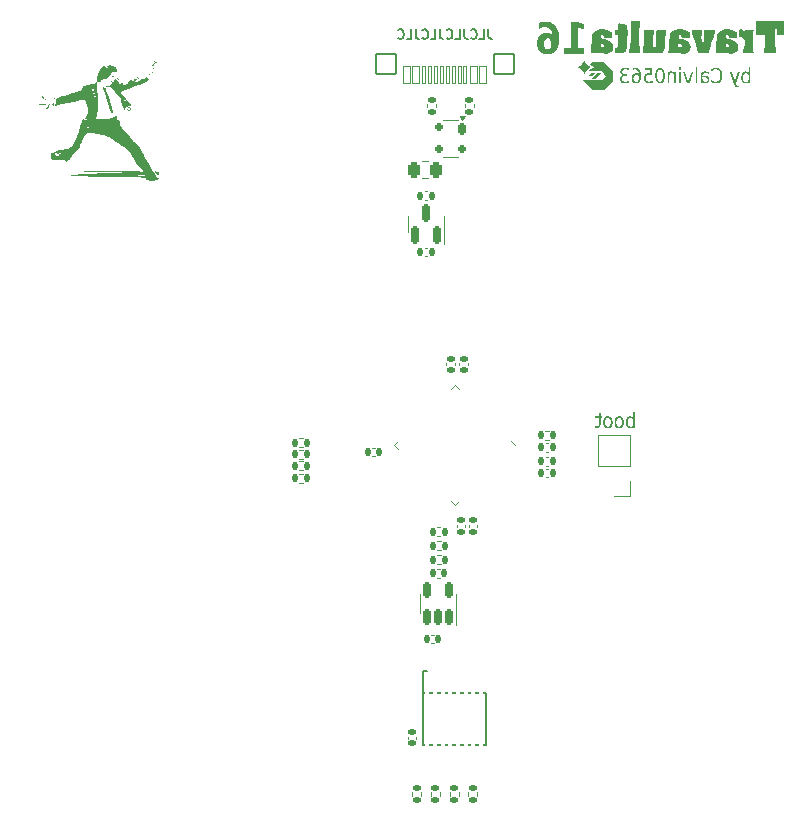
<source format=gbr>
%TF.GenerationSoftware,KiCad,Pcbnew,8.0.8*%
%TF.CreationDate,2025-03-01T19:05:43+01:00*%
%TF.ProjectId,numbpad,6e756d62-7061-4642-9e6b-696361645f70,rev?*%
%TF.SameCoordinates,Original*%
%TF.FileFunction,Legend,Bot*%
%TF.FilePolarity,Positive*%
%FSLAX46Y46*%
G04 Gerber Fmt 4.6, Leading zero omitted, Abs format (unit mm)*
G04 Created by KiCad (PCBNEW 8.0.8) date 2025-03-01 19:05:43*
%MOMM*%
%LPD*%
G01*
G04 APERTURE LIST*
G04 Aperture macros list*
%AMRoundRect*
0 Rectangle with rounded corners*
0 $1 Rounding radius*
0 $2 $3 $4 $5 $6 $7 $8 $9 X,Y pos of 4 corners*
0 Add a 4 corners polygon primitive as box body*
4,1,4,$2,$3,$4,$5,$6,$7,$8,$9,$2,$3,0*
0 Add four circle primitives for the rounded corners*
1,1,$1+$1,$2,$3*
1,1,$1+$1,$4,$5*
1,1,$1+$1,$6,$7*
1,1,$1+$1,$8,$9*
0 Add four rect primitives between the rounded corners*
20,1,$1+$1,$2,$3,$4,$5,0*
20,1,$1+$1,$4,$5,$6,$7,0*
20,1,$1+$1,$6,$7,$8,$9,0*
20,1,$1+$1,$8,$9,$2,$3,0*%
%AMRotRect*
0 Rectangle, with rotation*
0 The origin of the aperture is its center*
0 $1 length*
0 $2 width*
0 $3 Rotation angle, in degrees counterclockwise*
0 Add horizontal line*
21,1,$1,$2,0,0,$3*%
G04 Aperture macros list end*
%ADD10C,0.150000*%
%ADD11C,0.400000*%
%ADD12C,0.120000*%
%ADD13C,0.000000*%
%ADD14C,0.170180*%
%ADD15C,0.002540*%
%ADD16C,2.200000*%
%ADD17RoundRect,0.140000X-0.170000X0.140000X-0.170000X-0.140000X0.170000X-0.140000X0.170000X0.140000X0*%
%ADD18R,0.419100X1.778000*%
%ADD19RoundRect,0.135000X-0.185000X0.135000X-0.185000X-0.135000X0.185000X-0.135000X0.185000X0.135000X0*%
%ADD20RoundRect,0.135000X-0.135000X-0.185000X0.135000X-0.185000X0.135000X0.185000X-0.135000X0.185000X0*%
%ADD21RoundRect,0.140000X0.140000X0.170000X-0.140000X0.170000X-0.140000X-0.170000X0.140000X-0.170000X0*%
%ADD22RoundRect,0.140000X-0.140000X-0.170000X0.140000X-0.170000X0.140000X0.170000X-0.140000X0.170000X0*%
%ADD23RoundRect,0.140000X0.170000X-0.140000X0.170000X0.140000X-0.170000X0.140000X-0.170000X-0.140000X0*%
%ADD24RoundRect,0.135000X0.135000X0.185000X-0.135000X0.185000X-0.135000X-0.185000X0.135000X-0.185000X0*%
%ADD25RoundRect,0.062500X0.309359X-0.220971X-0.220971X0.309359X-0.309359X0.220971X0.220971X-0.309359X0*%
%ADD26RoundRect,0.062500X0.309359X0.220971X0.220971X0.309359X-0.309359X-0.220971X-0.220971X-0.309359X0*%
%ADD27RotRect,5.600000X5.600000X135.000000*%
%ADD28R,1.700000X1.700000*%
%ADD29O,1.700000X1.700000*%
%ADD30C,0.750000*%
%ADD31RoundRect,0.050000X-0.300000X-0.725000X0.300000X-0.725000X0.300000X0.725000X-0.300000X0.725000X0*%
%ADD32RoundRect,0.050000X-0.150000X-0.725000X0.150000X-0.725000X0.150000X0.725000X-0.150000X0.725000X0*%
%ADD33RoundRect,0.050000X-0.850000X-0.850000X0.850000X-0.850000X0.850000X0.850000X-0.850000X0.850000X0*%
%ADD34O,1.100000X1.700000*%
%ADD35RoundRect,0.150000X0.150000X-0.512500X0.150000X0.512500X-0.150000X0.512500X-0.150000X-0.512500X0*%
%ADD36RoundRect,0.150000X0.150000X-0.587500X0.150000X0.587500X-0.150000X0.587500X-0.150000X-0.587500X0*%
%ADD37RoundRect,0.243750X0.243750X0.456250X-0.243750X0.456250X-0.243750X-0.456250X0.243750X-0.456250X0*%
%ADD38RoundRect,0.175000X0.175000X0.325000X-0.175000X0.325000X-0.175000X-0.325000X0.175000X-0.325000X0*%
%ADD39RoundRect,0.150000X0.200000X0.150000X-0.200000X0.150000X-0.200000X-0.150000X0.200000X-0.150000X0*%
G04 APERTURE END LIST*
D10*
G36*
X158192536Y-97583387D02*
G01*
X158049348Y-97583387D01*
X158049348Y-97438978D01*
X158028603Y-97474526D01*
X157987874Y-97525610D01*
X157936386Y-97566900D01*
X157895793Y-97586971D01*
X157835056Y-97603515D01*
X157772743Y-97608421D01*
X157724783Y-97605023D01*
X157662548Y-97588844D01*
X157606039Y-97559341D01*
X157555258Y-97516515D01*
X157516288Y-97469203D01*
X157487967Y-97423565D01*
X157460318Y-97363173D01*
X157439582Y-97296640D01*
X157427581Y-97236507D01*
X157420381Y-97172110D01*
X157417981Y-97103449D01*
X157565748Y-97103449D01*
X157565999Y-97124947D01*
X157570843Y-97195568D01*
X157581852Y-97259001D01*
X157601983Y-97322695D01*
X157630167Y-97377001D01*
X157638406Y-97388980D01*
X157685221Y-97437280D01*
X157741399Y-97466260D01*
X157806937Y-97475920D01*
X157827800Y-97475050D01*
X157891103Y-97459594D01*
X157944806Y-97424818D01*
X157984929Y-97377001D01*
X158000028Y-97351022D01*
X158024185Y-97292022D01*
X158038717Y-97232696D01*
X158047084Y-97166182D01*
X158049348Y-97103449D01*
X158049097Y-97081952D01*
X158044253Y-97011331D01*
X158033244Y-96947897D01*
X158013113Y-96884203D01*
X157984929Y-96829897D01*
X157976685Y-96817882D01*
X157929703Y-96769433D01*
X157873120Y-96740363D01*
X157806937Y-96730674D01*
X157786293Y-96731546D01*
X157723562Y-96747049D01*
X157670194Y-96781933D01*
X157630167Y-96829897D01*
X157615068Y-96855877D01*
X157590911Y-96914877D01*
X157576379Y-96974203D01*
X157568012Y-97040717D01*
X157565748Y-97103449D01*
X157417981Y-97103449D01*
X157419517Y-97048113D01*
X157425757Y-96982807D01*
X157436797Y-96921794D01*
X157456382Y-96854245D01*
X157482879Y-96792879D01*
X157516288Y-96737696D01*
X157541800Y-96705066D01*
X157590946Y-96658434D01*
X157645818Y-96625124D01*
X157706417Y-96605139D01*
X157772743Y-96598477D01*
X157813132Y-96600479D01*
X157876387Y-96613223D01*
X157936386Y-96640304D01*
X157972847Y-96667161D01*
X158015752Y-96713866D01*
X158049348Y-96767615D01*
X158049348Y-96247378D01*
X158192536Y-96247378D01*
X158192536Y-97583387D01*
G37*
G36*
X156919858Y-96603189D02*
G01*
X156981163Y-96617325D01*
X157045496Y-96645727D01*
X157102086Y-96686957D01*
X157144429Y-96732505D01*
X157174685Y-96776901D01*
X157204223Y-96836807D01*
X157226376Y-96903948D01*
X157239197Y-96965425D01*
X157246889Y-97031925D01*
X157249453Y-97103449D01*
X157247812Y-97160865D01*
X157241146Y-97228181D01*
X157229351Y-97290548D01*
X157208428Y-97358855D01*
X157180121Y-97420035D01*
X157144429Y-97474088D01*
X157102086Y-97519740D01*
X157045496Y-97561064D01*
X156981163Y-97589531D01*
X156919858Y-97603699D01*
X156852864Y-97608421D01*
X156786056Y-97603699D01*
X156724851Y-97589531D01*
X156660526Y-97561064D01*
X156603828Y-97519740D01*
X156561299Y-97474088D01*
X156530779Y-97429539D01*
X156500983Y-97369546D01*
X156478636Y-97302427D01*
X156465704Y-97241051D01*
X156457945Y-97174725D01*
X156455359Y-97103449D01*
X156606484Y-97103449D01*
X156606743Y-97124617D01*
X156611724Y-97194288D01*
X156623047Y-97257093D01*
X156643750Y-97320463D01*
X156672735Y-97374864D01*
X156681166Y-97386917D01*
X156728977Y-97435515D01*
X156786210Y-97464674D01*
X156852864Y-97474393D01*
X156874016Y-97473521D01*
X156938320Y-97458017D01*
X156993084Y-97423134D01*
X157034214Y-97375169D01*
X157045999Y-97355921D01*
X157071759Y-97298295D01*
X157089276Y-97231510D01*
X157097841Y-97165559D01*
X157100160Y-97103449D01*
X157099900Y-97082138D01*
X157094895Y-97012093D01*
X157083521Y-96949118D01*
X157062722Y-96885806D01*
X157033604Y-96831729D01*
X157020706Y-96813997D01*
X156976989Y-96771265D01*
X156919577Y-96742195D01*
X156852864Y-96732505D01*
X156831878Y-96733386D01*
X156768051Y-96749032D01*
X156713645Y-96784238D01*
X156672735Y-96832645D01*
X156660895Y-96851989D01*
X156635016Y-96909687D01*
X156617418Y-96976276D01*
X156608813Y-97041836D01*
X156606484Y-97103449D01*
X156455359Y-97103449D01*
X156457014Y-97045828D01*
X156463739Y-96978323D01*
X156475636Y-96915841D01*
X156496742Y-96847495D01*
X156525296Y-96786383D01*
X156561299Y-96732505D01*
X156603828Y-96686957D01*
X156660526Y-96645727D01*
X156724851Y-96617325D01*
X156786056Y-96603189D01*
X156852864Y-96598477D01*
X156919858Y-96603189D01*
G37*
G36*
X155957541Y-96603189D02*
G01*
X156018846Y-96617325D01*
X156083179Y-96645727D01*
X156139769Y-96686957D01*
X156182112Y-96732505D01*
X156212368Y-96776901D01*
X156241906Y-96836807D01*
X156264060Y-96903948D01*
X156276880Y-96965425D01*
X156284572Y-97031925D01*
X156287136Y-97103449D01*
X156285495Y-97160865D01*
X156278829Y-97228181D01*
X156267034Y-97290548D01*
X156246111Y-97358855D01*
X156217804Y-97420035D01*
X156182112Y-97474088D01*
X156139769Y-97519740D01*
X156083179Y-97561064D01*
X156018846Y-97589531D01*
X155957541Y-97603699D01*
X155890547Y-97608421D01*
X155823739Y-97603699D01*
X155762534Y-97589531D01*
X155698210Y-97561064D01*
X155641511Y-97519740D01*
X155598982Y-97474088D01*
X155568462Y-97429539D01*
X155538666Y-97369546D01*
X155516320Y-97302427D01*
X155503387Y-97241051D01*
X155495628Y-97174725D01*
X155493042Y-97103449D01*
X155644167Y-97103449D01*
X155644426Y-97124617D01*
X155649408Y-97194288D01*
X155660730Y-97257093D01*
X155681433Y-97320463D01*
X155710418Y-97374864D01*
X155718850Y-97386917D01*
X155766661Y-97435515D01*
X155823893Y-97464674D01*
X155890547Y-97474393D01*
X155911699Y-97473521D01*
X155976003Y-97458017D01*
X156030767Y-97423134D01*
X156071897Y-97375169D01*
X156083683Y-97355921D01*
X156109442Y-97298295D01*
X156126959Y-97231510D01*
X156135524Y-97165559D01*
X156137843Y-97103449D01*
X156137583Y-97082138D01*
X156132578Y-97012093D01*
X156121204Y-96949118D01*
X156100405Y-96885806D01*
X156071287Y-96831729D01*
X156058389Y-96813997D01*
X156014672Y-96771265D01*
X155957261Y-96742195D01*
X155890547Y-96732505D01*
X155869562Y-96733386D01*
X155805734Y-96749032D01*
X155751328Y-96784238D01*
X155710418Y-96832645D01*
X155698578Y-96851989D01*
X155672699Y-96909687D01*
X155655101Y-96976276D01*
X155646496Y-97041836D01*
X155644167Y-97103449D01*
X155493042Y-97103449D01*
X155494697Y-97045828D01*
X155501422Y-96978323D01*
X155513319Y-96915841D01*
X155534425Y-96847495D01*
X155562979Y-96786383D01*
X155598982Y-96732505D01*
X155641511Y-96686957D01*
X155698210Y-96645727D01*
X155762534Y-96617325D01*
X155823739Y-96603189D01*
X155890547Y-96598477D01*
X155957541Y-96603189D01*
G37*
G36*
X155122098Y-96348739D02*
G01*
X155122098Y-96621680D01*
X154829312Y-96621680D01*
X154829312Y-96744412D01*
X155122098Y-96744412D01*
X155122098Y-97266481D01*
X155119295Y-97331746D01*
X155107272Y-97392075D01*
X155093399Y-97417607D01*
X155038224Y-97445647D01*
X154976163Y-97451190D01*
X154829312Y-97451190D01*
X154829312Y-97583387D01*
X154976163Y-97583387D01*
X155043054Y-97580129D01*
X155107660Y-97568427D01*
X155165241Y-97545090D01*
X155203003Y-97515304D01*
X155236008Y-97461619D01*
X155253611Y-97402915D01*
X155262596Y-97340060D01*
X155265529Y-97277649D01*
X155265591Y-97266481D01*
X155265591Y-96744412D01*
X155369394Y-96744412D01*
X155369394Y-96621680D01*
X155265591Y-96621680D01*
X155265591Y-96348739D01*
X155122098Y-96348739D01*
G37*
X145776488Y-63856045D02*
X145776488Y-64427473D01*
X145776488Y-64427473D02*
X145814583Y-64541759D01*
X145814583Y-64541759D02*
X145890774Y-64617950D01*
X145890774Y-64617950D02*
X146005059Y-64656045D01*
X146005059Y-64656045D02*
X146081250Y-64656045D01*
X145014583Y-64656045D02*
X145395535Y-64656045D01*
X145395535Y-64656045D02*
X145395535Y-63856045D01*
X144290773Y-64579854D02*
X144328869Y-64617950D01*
X144328869Y-64617950D02*
X144443154Y-64656045D01*
X144443154Y-64656045D02*
X144519345Y-64656045D01*
X144519345Y-64656045D02*
X144633631Y-64617950D01*
X144633631Y-64617950D02*
X144709821Y-64541759D01*
X144709821Y-64541759D02*
X144747916Y-64465569D01*
X144747916Y-64465569D02*
X144786012Y-64313188D01*
X144786012Y-64313188D02*
X144786012Y-64198902D01*
X144786012Y-64198902D02*
X144747916Y-64046521D01*
X144747916Y-64046521D02*
X144709821Y-63970330D01*
X144709821Y-63970330D02*
X144633631Y-63894140D01*
X144633631Y-63894140D02*
X144519345Y-63856045D01*
X144519345Y-63856045D02*
X144443154Y-63856045D01*
X144443154Y-63856045D02*
X144328869Y-63894140D01*
X144328869Y-63894140D02*
X144290773Y-63932235D01*
X143719345Y-63856045D02*
X143719345Y-64427473D01*
X143719345Y-64427473D02*
X143757440Y-64541759D01*
X143757440Y-64541759D02*
X143833631Y-64617950D01*
X143833631Y-64617950D02*
X143947916Y-64656045D01*
X143947916Y-64656045D02*
X144024107Y-64656045D01*
X142957440Y-64656045D02*
X143338392Y-64656045D01*
X143338392Y-64656045D02*
X143338392Y-63856045D01*
X142233630Y-64579854D02*
X142271726Y-64617950D01*
X142271726Y-64617950D02*
X142386011Y-64656045D01*
X142386011Y-64656045D02*
X142462202Y-64656045D01*
X142462202Y-64656045D02*
X142576488Y-64617950D01*
X142576488Y-64617950D02*
X142652678Y-64541759D01*
X142652678Y-64541759D02*
X142690773Y-64465569D01*
X142690773Y-64465569D02*
X142728869Y-64313188D01*
X142728869Y-64313188D02*
X142728869Y-64198902D01*
X142728869Y-64198902D02*
X142690773Y-64046521D01*
X142690773Y-64046521D02*
X142652678Y-63970330D01*
X142652678Y-63970330D02*
X142576488Y-63894140D01*
X142576488Y-63894140D02*
X142462202Y-63856045D01*
X142462202Y-63856045D02*
X142386011Y-63856045D01*
X142386011Y-63856045D02*
X142271726Y-63894140D01*
X142271726Y-63894140D02*
X142233630Y-63932235D01*
X141662202Y-63856045D02*
X141662202Y-64427473D01*
X141662202Y-64427473D02*
X141700297Y-64541759D01*
X141700297Y-64541759D02*
X141776488Y-64617950D01*
X141776488Y-64617950D02*
X141890773Y-64656045D01*
X141890773Y-64656045D02*
X141966964Y-64656045D01*
X140900297Y-64656045D02*
X141281249Y-64656045D01*
X141281249Y-64656045D02*
X141281249Y-63856045D01*
X140176487Y-64579854D02*
X140214583Y-64617950D01*
X140214583Y-64617950D02*
X140328868Y-64656045D01*
X140328868Y-64656045D02*
X140405059Y-64656045D01*
X140405059Y-64656045D02*
X140519345Y-64617950D01*
X140519345Y-64617950D02*
X140595535Y-64541759D01*
X140595535Y-64541759D02*
X140633630Y-64465569D01*
X140633630Y-64465569D02*
X140671726Y-64313188D01*
X140671726Y-64313188D02*
X140671726Y-64198902D01*
X140671726Y-64198902D02*
X140633630Y-64046521D01*
X140633630Y-64046521D02*
X140595535Y-63970330D01*
X140595535Y-63970330D02*
X140519345Y-63894140D01*
X140519345Y-63894140D02*
X140405059Y-63856045D01*
X140405059Y-63856045D02*
X140328868Y-63856045D01*
X140328868Y-63856045D02*
X140214583Y-63894140D01*
X140214583Y-63894140D02*
X140176487Y-63932235D01*
X139605059Y-63856045D02*
X139605059Y-64427473D01*
X139605059Y-64427473D02*
X139643154Y-64541759D01*
X139643154Y-64541759D02*
X139719345Y-64617950D01*
X139719345Y-64617950D02*
X139833630Y-64656045D01*
X139833630Y-64656045D02*
X139909821Y-64656045D01*
X138843154Y-64656045D02*
X139224106Y-64656045D01*
X139224106Y-64656045D02*
X139224106Y-63856045D01*
X138119344Y-64579854D02*
X138157440Y-64617950D01*
X138157440Y-64617950D02*
X138271725Y-64656045D01*
X138271725Y-64656045D02*
X138347916Y-64656045D01*
X138347916Y-64656045D02*
X138462202Y-64617950D01*
X138462202Y-64617950D02*
X138538392Y-64541759D01*
X138538392Y-64541759D02*
X138576487Y-64465569D01*
X138576487Y-64465569D02*
X138614583Y-64313188D01*
X138614583Y-64313188D02*
X138614583Y-64198902D01*
X138614583Y-64198902D02*
X138576487Y-64046521D01*
X138576487Y-64046521D02*
X138538392Y-63970330D01*
X138538392Y-63970330D02*
X138462202Y-63894140D01*
X138462202Y-63894140D02*
X138347916Y-63856045D01*
X138347916Y-63856045D02*
X138271725Y-63856045D01*
X138271725Y-63856045D02*
X138157440Y-63894140D01*
X138157440Y-63894140D02*
X138119344Y-63932235D01*
D11*
G36*
X153866985Y-65432921D02*
G01*
X153320858Y-65432921D01*
X153320858Y-63709446D01*
X153881591Y-63837722D01*
X153881591Y-63369704D01*
X153324034Y-63241428D01*
X152734724Y-63241428D01*
X152734724Y-65432921D01*
X152188597Y-65432921D01*
X152188597Y-65907925D01*
X153866985Y-65907925D01*
X153866985Y-65432921D01*
G37*
G36*
X150713588Y-63198451D02*
G01*
X150866802Y-63215056D01*
X151009225Y-63250110D01*
X151140858Y-63303613D01*
X151261700Y-63375566D01*
X151371751Y-63465968D01*
X151471012Y-63574819D01*
X151524578Y-63648041D01*
X151602146Y-63781165D01*
X151653663Y-63897643D01*
X151695813Y-64022993D01*
X151728597Y-64157212D01*
X151752013Y-64300303D01*
X151766063Y-64452264D01*
X151770747Y-64613095D01*
X151770497Y-64653094D01*
X151764499Y-64807357D01*
X151750503Y-64952452D01*
X151728510Y-65088378D01*
X151698520Y-65215136D01*
X151649786Y-65360691D01*
X151588555Y-65491921D01*
X151514829Y-65608825D01*
X151429494Y-65709993D01*
X151313462Y-65808760D01*
X151182561Y-65882835D01*
X151062119Y-65925703D01*
X150931351Y-65951424D01*
X150790258Y-65959997D01*
X150737826Y-65958990D01*
X150588596Y-65943883D01*
X150451467Y-65910648D01*
X150326437Y-65859285D01*
X150213508Y-65789794D01*
X150112680Y-65702174D01*
X150067512Y-65652218D01*
X149990504Y-65543330D01*
X149931268Y-65422475D01*
X149889802Y-65289654D01*
X149866108Y-65144867D01*
X149862050Y-65059523D01*
X150456232Y-65059523D01*
X150460121Y-65156202D01*
X150481951Y-65285656D01*
X150537516Y-65410695D01*
X150548001Y-65424844D01*
X150655282Y-65505176D01*
X150783273Y-65527541D01*
X150793354Y-65527427D01*
X150925520Y-65498329D01*
X151027125Y-65410695D01*
X151069990Y-65325921D01*
X151100471Y-65194231D01*
X151108409Y-65059523D01*
X151104519Y-64962874D01*
X151082690Y-64833590D01*
X151027125Y-64708985D01*
X151016647Y-64694759D01*
X150909962Y-64613991D01*
X150783273Y-64591504D01*
X150773075Y-64591619D01*
X150639597Y-64620875D01*
X150537516Y-64708985D01*
X150494651Y-64793425D01*
X150464170Y-64924876D01*
X150456232Y-65059523D01*
X149862050Y-65059523D01*
X149859937Y-65015070D01*
X149865457Y-64897462D01*
X149886651Y-64765951D01*
X149931468Y-64625784D01*
X149997920Y-64499898D01*
X150086008Y-64388294D01*
X150160160Y-64319325D01*
X150275744Y-64242406D01*
X150405063Y-64188399D01*
X150548118Y-64157304D01*
X150681668Y-64148888D01*
X150690697Y-64148930D01*
X150821216Y-64159842D01*
X150950286Y-64192705D01*
X151069513Y-64247000D01*
X151179533Y-64323521D01*
X151162498Y-64184699D01*
X151127849Y-64045320D01*
X151077007Y-63926499D01*
X151000454Y-63817401D01*
X150938084Y-63759348D01*
X150828539Y-63694789D01*
X150699806Y-63657254D01*
X150569267Y-63646578D01*
X150561205Y-63646616D01*
X150430686Y-63657510D01*
X150305729Y-63685315D01*
X150263057Y-63698260D01*
X150139285Y-63745560D01*
X150018695Y-63804065D01*
X150018695Y-63311281D01*
X150075788Y-63290853D01*
X150200716Y-63253486D01*
X150327320Y-63225552D01*
X150386237Y-63215840D01*
X150516187Y-63201692D01*
X150649281Y-63196975D01*
X150713588Y-63198451D01*
G37*
D10*
G36*
X167960650Y-68385247D02*
G01*
X167817462Y-68385247D01*
X167817462Y-68240838D01*
X167796717Y-68276386D01*
X167755988Y-68327470D01*
X167704500Y-68368760D01*
X167663907Y-68388831D01*
X167603170Y-68405375D01*
X167540857Y-68410281D01*
X167492897Y-68406883D01*
X167430662Y-68390704D01*
X167374153Y-68361201D01*
X167323372Y-68318375D01*
X167284402Y-68271063D01*
X167256081Y-68225425D01*
X167228432Y-68165033D01*
X167207696Y-68098500D01*
X167195695Y-68038367D01*
X167188495Y-67973970D01*
X167186095Y-67905309D01*
X167333862Y-67905309D01*
X167334113Y-67926807D01*
X167338957Y-67997428D01*
X167349966Y-68060861D01*
X167370097Y-68124555D01*
X167398281Y-68178861D01*
X167406520Y-68190840D01*
X167453335Y-68239140D01*
X167509513Y-68268120D01*
X167575051Y-68277780D01*
X167595914Y-68276910D01*
X167659217Y-68261454D01*
X167712920Y-68226678D01*
X167753043Y-68178861D01*
X167768142Y-68152882D01*
X167792299Y-68093882D01*
X167806831Y-68034556D01*
X167815198Y-67968042D01*
X167817462Y-67905309D01*
X167817211Y-67883812D01*
X167812367Y-67813191D01*
X167801358Y-67749757D01*
X167781227Y-67686063D01*
X167753043Y-67631757D01*
X167744799Y-67619742D01*
X167697817Y-67571293D01*
X167641234Y-67542223D01*
X167575051Y-67532534D01*
X167554407Y-67533406D01*
X167491676Y-67548909D01*
X167438308Y-67583793D01*
X167398281Y-67631757D01*
X167383182Y-67657737D01*
X167359025Y-67716737D01*
X167344493Y-67776063D01*
X167336126Y-67842577D01*
X167333862Y-67905309D01*
X167186095Y-67905309D01*
X167187631Y-67849973D01*
X167193871Y-67784667D01*
X167204911Y-67723654D01*
X167224496Y-67656105D01*
X167250993Y-67594739D01*
X167284402Y-67539556D01*
X167309914Y-67506926D01*
X167359060Y-67460294D01*
X167413932Y-67426984D01*
X167474531Y-67406999D01*
X167540857Y-67400337D01*
X167581246Y-67402339D01*
X167644501Y-67415083D01*
X167704500Y-67442164D01*
X167740961Y-67469021D01*
X167783866Y-67515726D01*
X167817462Y-67569475D01*
X167817462Y-67049238D01*
X167960650Y-67049238D01*
X167960650Y-68385247D01*
G37*
G36*
X166595943Y-68474700D02*
G01*
X166618390Y-68534846D01*
X166644307Y-68594408D01*
X166673568Y-68648490D01*
X166713179Y-68698488D01*
X166766016Y-68732488D01*
X166826237Y-68748487D01*
X166866442Y-68751000D01*
X166979709Y-68751000D01*
X166979709Y-68618804D01*
X166896667Y-68618804D01*
X166836314Y-68607933D01*
X166805686Y-68587968D01*
X166771263Y-68536066D01*
X166745561Y-68475944D01*
X166733330Y-68442033D01*
X166707684Y-68369676D01*
X167057867Y-67423540D01*
X166907658Y-67423540D01*
X166637159Y-68175808D01*
X166366660Y-67423540D01*
X166215535Y-67423540D01*
X166595943Y-68474700D01*
G37*
G36*
X164656044Y-67201890D02*
G01*
X164656044Y-67384767D01*
X164701197Y-67342174D01*
X164753349Y-67302497D01*
X164807588Y-67270869D01*
X164824266Y-67262951D01*
X164886891Y-67240006D01*
X164952185Y-67226586D01*
X165013860Y-67222651D01*
X165084693Y-67227373D01*
X165149043Y-67241541D01*
X165206910Y-67265155D01*
X165258294Y-67298213D01*
X165303195Y-67340717D01*
X165316721Y-67356984D01*
X165352413Y-67411577D01*
X165380720Y-67474607D01*
X165398669Y-67533576D01*
X165411489Y-67598404D01*
X165419181Y-67669091D01*
X165421745Y-67745636D01*
X165420104Y-67807059D01*
X165413438Y-67878632D01*
X165401643Y-67944422D01*
X165384720Y-68004427D01*
X165357644Y-68068798D01*
X165323182Y-68124840D01*
X165316721Y-68133371D01*
X165273981Y-68179023D01*
X165224758Y-68215231D01*
X165169052Y-68241992D01*
X165106863Y-68259309D01*
X165038191Y-68267180D01*
X165013860Y-68267705D01*
X164952185Y-68263769D01*
X164886891Y-68250349D01*
X164824266Y-68227405D01*
X164769401Y-68198031D01*
X164716623Y-68160667D01*
X164665932Y-68115313D01*
X164656044Y-68105283D01*
X164656044Y-68286633D01*
X164708005Y-68322197D01*
X164761994Y-68351797D01*
X164823723Y-68377470D01*
X164829457Y-68379446D01*
X164893718Y-68397002D01*
X164954015Y-68406638D01*
X165016101Y-68410251D01*
X165022408Y-68410281D01*
X165086365Y-68407495D01*
X165161359Y-68396178D01*
X165230853Y-68376154D01*
X165294846Y-68347425D01*
X165353338Y-68309989D01*
X165406330Y-68263848D01*
X165435484Y-68231984D01*
X165478757Y-68173098D01*
X165514696Y-68107877D01*
X165538166Y-68051138D01*
X165556942Y-67990345D01*
X165571025Y-67925496D01*
X165580413Y-67856593D01*
X165585107Y-67783635D01*
X165585693Y-67745636D01*
X165583346Y-67670369D01*
X165576305Y-67599204D01*
X165564570Y-67532142D01*
X165548141Y-67469183D01*
X165527018Y-67410326D01*
X165494013Y-67342525D01*
X165453674Y-67281133D01*
X165435484Y-67258371D01*
X165385793Y-67207006D01*
X165330602Y-67164347D01*
X165269909Y-67130394D01*
X165203716Y-67105147D01*
X165132022Y-67088606D01*
X165070706Y-67081641D01*
X165022408Y-67080074D01*
X164959177Y-67083055D01*
X164898093Y-67092000D01*
X164833379Y-67108726D01*
X164827625Y-67110604D01*
X164765889Y-67135165D01*
X164707039Y-67166869D01*
X164656044Y-67201890D01*
G37*
G36*
X164141059Y-67400600D02*
G01*
X164203161Y-67405650D01*
X164266782Y-67417129D01*
X164299058Y-67425264D01*
X164360162Y-67444559D01*
X164417907Y-67467199D01*
X164417907Y-67613439D01*
X164401564Y-67603832D01*
X164343010Y-67575164D01*
X164282353Y-67554210D01*
X164264674Y-67549559D01*
X164202046Y-67538164D01*
X164138249Y-67534365D01*
X164076629Y-67539099D01*
X164012598Y-67557740D01*
X163956899Y-67594205D01*
X163920223Y-67640979D01*
X163898771Y-67699442D01*
X163892480Y-67762733D01*
X163892480Y-67778303D01*
X164091843Y-67778303D01*
X164138807Y-67779591D01*
X164203619Y-67786353D01*
X164270686Y-67801568D01*
X164328549Y-67824671D01*
X164383408Y-67860735D01*
X164395202Y-67871350D01*
X164434767Y-67920037D01*
X164462158Y-67978684D01*
X164476140Y-68038170D01*
X164480800Y-68105283D01*
X164478052Y-68155515D01*
X164465840Y-68216347D01*
X164440423Y-68276389D01*
X164402642Y-68327544D01*
X164371401Y-68355662D01*
X164317294Y-68386931D01*
X164254494Y-68405110D01*
X164191372Y-68410281D01*
X164134585Y-68406997D01*
X164072328Y-68394062D01*
X164013380Y-68368760D01*
X163974440Y-68341610D01*
X163928530Y-68294140D01*
X163892480Y-68239311D01*
X163892480Y-68385247D01*
X163749903Y-68385247D01*
X163749903Y-67937061D01*
X163892480Y-67937061D01*
X163895898Y-68001711D01*
X163908177Y-68068406D01*
X163929386Y-68127429D01*
X163963921Y-68184662D01*
X163977675Y-68201303D01*
X164029529Y-68244952D01*
X164090625Y-68270414D01*
X164153514Y-68277780D01*
X164174404Y-68277012D01*
X164234585Y-68263907D01*
X164289375Y-68228626D01*
X164303711Y-68212320D01*
X164330926Y-68157623D01*
X164339139Y-68094903D01*
X164335954Y-68051653D01*
X164315675Y-67991310D01*
X164272583Y-67945609D01*
X164220610Y-67922586D01*
X164156092Y-67909156D01*
X164094290Y-67903486D01*
X164033225Y-67901951D01*
X163892480Y-67901951D01*
X163892480Y-67937061D01*
X163749903Y-67937061D01*
X163749903Y-67836616D01*
X163749994Y-67822986D01*
X163753166Y-67758112D01*
X163762955Y-67687466D01*
X163779270Y-67624676D01*
X163806551Y-67561351D01*
X163842715Y-67508720D01*
X163880869Y-67471887D01*
X163933846Y-67438546D01*
X163995940Y-67415579D01*
X164056418Y-67404148D01*
X164123595Y-67400337D01*
X164141059Y-67400600D01*
G37*
G36*
X163462002Y-67049238D02*
G01*
X163320341Y-67049238D01*
X163320341Y-68385247D01*
X163462002Y-68385247D01*
X163462002Y-67049238D01*
G37*
G36*
X163126779Y-67423540D02*
G01*
X162976569Y-67423540D01*
X162706070Y-68230763D01*
X162435571Y-67423540D01*
X162284446Y-67423540D01*
X162608984Y-68385247D01*
X162802241Y-68385247D01*
X163126779Y-67423540D01*
G37*
G36*
X162094242Y-67423540D02*
G01*
X161952581Y-67423540D01*
X161952581Y-68385247D01*
X162094242Y-68385247D01*
X162094242Y-67423540D01*
G37*
G36*
X162094242Y-67049238D02*
G01*
X161952581Y-67049238D01*
X161952581Y-67249212D01*
X162094242Y-67249212D01*
X162094242Y-67049238D01*
G37*
G36*
X160937447Y-67804864D02*
G01*
X160937447Y-68385247D01*
X161080024Y-68385247D01*
X161080024Y-67810055D01*
X161083038Y-67745979D01*
X161093638Y-67684203D01*
X161116956Y-67623524D01*
X161128261Y-67605501D01*
X161175017Y-67561618D01*
X161237392Y-67540107D01*
X161271449Y-67537724D01*
X161332352Y-67544172D01*
X161391016Y-67566461D01*
X161440199Y-67604672D01*
X161453104Y-67619240D01*
X161488202Y-67676001D01*
X161508676Y-67737028D01*
X161518036Y-67799181D01*
X161519661Y-67841806D01*
X161519661Y-68385247D01*
X161662848Y-68385247D01*
X161662848Y-67423540D01*
X161519661Y-67423540D01*
X161519661Y-67572834D01*
X161482653Y-67518418D01*
X161437344Y-67470905D01*
X161399982Y-67443385D01*
X161340095Y-67415513D01*
X161278464Y-67402397D01*
X161239697Y-67400337D01*
X161178096Y-67405246D01*
X161116139Y-67422877D01*
X161063188Y-67453331D01*
X161019243Y-67496608D01*
X161014383Y-67502919D01*
X160980724Y-67560259D01*
X160959160Y-67620355D01*
X160944960Y-67689714D01*
X160938649Y-67756536D01*
X160937447Y-67804864D01*
G37*
G36*
X160329344Y-67080740D02*
G01*
X160396678Y-67090740D01*
X160457572Y-67112740D01*
X160512025Y-67146740D01*
X160560039Y-67192739D01*
X160601613Y-67250738D01*
X160613998Y-67272636D01*
X160641465Y-67332648D01*
X160663938Y-67400189D01*
X160678320Y-67459642D01*
X160689507Y-67523914D01*
X160697497Y-67593003D01*
X160702291Y-67666910D01*
X160703890Y-67745636D01*
X160703790Y-67765713D01*
X160701393Y-67843033D01*
X160695799Y-67915574D01*
X160687010Y-67983334D01*
X160675024Y-68046315D01*
X160655548Y-68118319D01*
X160631077Y-68182855D01*
X160601613Y-68239922D01*
X160588470Y-68260551D01*
X160544750Y-68314454D01*
X160494590Y-68356379D01*
X160437989Y-68386325D01*
X160374949Y-68404292D01*
X160305468Y-68410281D01*
X160281557Y-68409616D01*
X160214144Y-68399634D01*
X160153215Y-68377674D01*
X160098768Y-68343735D01*
X160050805Y-68297818D01*
X160009324Y-68239922D01*
X159996939Y-68217991D01*
X159969472Y-68157937D01*
X159946999Y-68090414D01*
X159932616Y-68031018D01*
X159921430Y-67966842D01*
X159913440Y-67897887D01*
X159908645Y-67824151D01*
X159907047Y-67745636D01*
X160063363Y-67745636D01*
X160064307Y-67809449D01*
X160068144Y-67883433D01*
X160074933Y-67950992D01*
X160084674Y-68012125D01*
X160100258Y-68077005D01*
X160123813Y-68141004D01*
X160144187Y-68179000D01*
X160188336Y-68231164D01*
X160242096Y-68262462D01*
X160305468Y-68272895D01*
X160348495Y-68268258D01*
X160405226Y-68243915D01*
X160452587Y-68198706D01*
X160486819Y-68141004D01*
X160510492Y-68077005D01*
X160526155Y-68012125D01*
X160535945Y-67950992D01*
X160542768Y-67883433D01*
X160546625Y-67809449D01*
X160547574Y-67745636D01*
X160546625Y-67681541D01*
X160542768Y-67607272D01*
X160535945Y-67539503D01*
X160526155Y-67478234D01*
X160510492Y-67413290D01*
X160486819Y-67349352D01*
X160466291Y-67311356D01*
X160422054Y-67259192D01*
X160368446Y-67227893D01*
X160305468Y-67217460D01*
X160262152Y-67222097D01*
X160205188Y-67246440D01*
X160157835Y-67291649D01*
X160123813Y-67349352D01*
X160100258Y-67413290D01*
X160084674Y-67478234D01*
X160074933Y-67539503D01*
X160068144Y-67607272D01*
X160064307Y-67681541D01*
X160063363Y-67745636D01*
X159907047Y-67745636D01*
X159907147Y-67725503D01*
X159909544Y-67647982D01*
X159915137Y-67575279D01*
X159923927Y-67507394D01*
X159935912Y-67444327D01*
X159955389Y-67372270D01*
X159979859Y-67307740D01*
X160009324Y-67250738D01*
X160022431Y-67230072D01*
X160066072Y-67176073D01*
X160116197Y-67134073D01*
X160172804Y-67104074D01*
X160235895Y-67086074D01*
X160305468Y-67080074D01*
X160329344Y-67080740D01*
G37*
G36*
X159636243Y-67103277D02*
G01*
X159023193Y-67103277D01*
X159023193Y-67249212D01*
X159493666Y-67249212D01*
X159493666Y-67563369D01*
X159434060Y-67545838D01*
X159425584Y-67544135D01*
X159363659Y-67537780D01*
X159357196Y-67537724D01*
X159287558Y-67541867D01*
X159223587Y-67554296D01*
X159165284Y-67575011D01*
X159104426Y-67609652D01*
X159051281Y-67655571D01*
X159007266Y-67710984D01*
X158978143Y-67764829D01*
X158956962Y-67824535D01*
X158943724Y-67890102D01*
X158938429Y-67961528D01*
X158938319Y-67974003D01*
X158941151Y-68036438D01*
X158952028Y-68105417D01*
X158971062Y-68167914D01*
X158998253Y-68223928D01*
X159040286Y-68281083D01*
X159054334Y-68295793D01*
X159109530Y-68340403D01*
X159164120Y-68369920D01*
X159225429Y-68391386D01*
X159293457Y-68404803D01*
X159355279Y-68409834D01*
X159381315Y-68410281D01*
X159445570Y-68407652D01*
X159510644Y-68399763D01*
X159529387Y-68396543D01*
X159591367Y-68383113D01*
X159650278Y-68366691D01*
X159685397Y-68355327D01*
X159685397Y-68180998D01*
X159628084Y-68211506D01*
X159569259Y-68235060D01*
X159541599Y-68243586D01*
X159479762Y-68256830D01*
X159415306Y-68263322D01*
X159384673Y-68264041D01*
X159321170Y-68259175D01*
X159258122Y-68242069D01*
X159203962Y-68212646D01*
X159172792Y-68186189D01*
X159135011Y-68137805D01*
X159109594Y-68080583D01*
X159096543Y-68014522D01*
X159094634Y-67974003D01*
X159099519Y-67910480D01*
X159116693Y-67847366D01*
X159146231Y-67793090D01*
X159172792Y-67761817D01*
X159221028Y-67724035D01*
X159278151Y-67698619D01*
X159344161Y-67685567D01*
X159384673Y-67683659D01*
X159447413Y-67687552D01*
X159509847Y-67699229D01*
X159568487Y-67717364D01*
X159628200Y-67743147D01*
X159636243Y-67747162D01*
X159636243Y-67103277D01*
G37*
G36*
X158243901Y-67080780D02*
G01*
X158308391Y-67088722D01*
X158368527Y-67105490D01*
X158424311Y-67131083D01*
X158475741Y-67165502D01*
X158522819Y-67208745D01*
X158565543Y-67260813D01*
X158581219Y-67283888D01*
X158615983Y-67345789D01*
X158644426Y-67413713D01*
X158662630Y-67472389D01*
X158676788Y-67534919D01*
X158686902Y-67601303D01*
X158692969Y-67671542D01*
X158694992Y-67745636D01*
X158694889Y-67765713D01*
X158692413Y-67843033D01*
X158686636Y-67915574D01*
X158677558Y-67983334D01*
X158665179Y-68046315D01*
X158645063Y-68118319D01*
X158619789Y-68182855D01*
X158589357Y-68239922D01*
X158575784Y-68260551D01*
X158530643Y-68314454D01*
X158478869Y-68356379D01*
X158420462Y-68386325D01*
X158355422Y-68404292D01*
X158283748Y-68410281D01*
X158241034Y-68408416D01*
X158171565Y-68396176D01*
X158108816Y-68372511D01*
X158052788Y-68337421D01*
X158003480Y-68290908D01*
X157962438Y-68234942D01*
X157931477Y-68171496D01*
X157912962Y-68111160D01*
X157901853Y-68045329D01*
X157898150Y-67974003D01*
X158055381Y-67974003D01*
X158056879Y-68015806D01*
X158065509Y-68076800D01*
X158084386Y-68136751D01*
X158116747Y-68192600D01*
X158164167Y-68238315D01*
X158222049Y-68265053D01*
X158283748Y-68272895D01*
X158344964Y-68265053D01*
X158402521Y-68238315D01*
X158449833Y-68192600D01*
X158467512Y-68166092D01*
X158493880Y-68104578D01*
X158507364Y-68039528D01*
X158511199Y-67974003D01*
X158509701Y-67931950D01*
X158501072Y-67870713D01*
X158482194Y-67810716D01*
X158449833Y-67755100D01*
X158402521Y-67709559D01*
X158344964Y-67682922D01*
X158283748Y-67675110D01*
X158222049Y-67682922D01*
X158164167Y-67709559D01*
X158116747Y-67755100D01*
X158099068Y-67781455D01*
X158072700Y-67842885D01*
X158059217Y-67908114D01*
X158055381Y-67974003D01*
X157898150Y-67974003D01*
X157901703Y-67901299D01*
X157912361Y-67834541D01*
X157930124Y-67773729D01*
X157959829Y-67710298D01*
X157999205Y-67654960D01*
X158032486Y-67621186D01*
X158085115Y-67583519D01*
X158144785Y-67557072D01*
X158211497Y-67541845D01*
X158274284Y-67537724D01*
X158304713Y-67539130D01*
X158367328Y-67551824D01*
X158425409Y-67577719D01*
X158454352Y-67596867D01*
X158502212Y-67641188D01*
X158539593Y-67692207D01*
X158536912Y-67649288D01*
X158529689Y-67582394D01*
X158519023Y-67521299D01*
X158501678Y-67455639D01*
X158479374Y-67398330D01*
X158447086Y-67342024D01*
X158441901Y-67334887D01*
X158395313Y-67285943D01*
X158339643Y-67251501D01*
X158274890Y-67231560D01*
X158210781Y-67226009D01*
X158155710Y-67229631D01*
X158092323Y-67242495D01*
X158032636Y-67262340D01*
X157973865Y-67289512D01*
X157973865Y-67131670D01*
X157977887Y-67130061D01*
X158037216Y-67109001D01*
X158098429Y-67092897D01*
X158154260Y-67083693D01*
X158216887Y-67080074D01*
X158243901Y-67080780D01*
G37*
G36*
X157162063Y-67694039D02*
G01*
X157103196Y-67713544D01*
X157046739Y-67745923D01*
X156999703Y-67789572D01*
X156987429Y-67804864D01*
X156954102Y-67861214D01*
X156933119Y-67925316D01*
X156924787Y-67989636D01*
X156924231Y-68012471D01*
X156928353Y-68080667D01*
X156940718Y-68142831D01*
X156965562Y-68207731D01*
X157001626Y-68264421D01*
X157041468Y-68306478D01*
X157097507Y-68346925D01*
X157153099Y-68373687D01*
X157215667Y-68393150D01*
X157285211Y-68405314D01*
X157348495Y-68409876D01*
X157375165Y-68410281D01*
X157439771Y-68407184D01*
X157501123Y-68398762D01*
X157525069Y-68394100D01*
X157588289Y-68378581D01*
X157648346Y-68359605D01*
X157684132Y-68346473D01*
X157684132Y-68179167D01*
X157629082Y-68209972D01*
X157570102Y-68233926D01*
X157541555Y-68242670D01*
X157477688Y-68256507D01*
X157416765Y-68263018D01*
X157380355Y-68264041D01*
X157311299Y-68260034D01*
X157250983Y-68248013D01*
X157193573Y-68224909D01*
X157156567Y-68199927D01*
X157115996Y-68153941D01*
X157090450Y-68096506D01*
X157080307Y-68035025D01*
X157079631Y-68012471D01*
X157086608Y-67946509D01*
X157110398Y-67885107D01*
X157151072Y-67835395D01*
X157206688Y-67798893D01*
X157268894Y-67778857D01*
X157334361Y-67771531D01*
X157350130Y-67771281D01*
X157484158Y-67771281D01*
X157484158Y-67628704D01*
X157344024Y-67628704D01*
X157277495Y-67623725D01*
X157216366Y-67606747D01*
X157167864Y-67577719D01*
X157127934Y-67528638D01*
X157109143Y-67470184D01*
X157106192Y-67430257D01*
X157113660Y-67367872D01*
X157138840Y-67312159D01*
X157169390Y-67278826D01*
X157224431Y-67246641D01*
X157288311Y-67230187D01*
X157350130Y-67226009D01*
X157412401Y-67229430D01*
X157473910Y-67238797D01*
X157487517Y-67241579D01*
X157549372Y-67256854D01*
X157611032Y-67276053D01*
X157649022Y-67289512D01*
X157649022Y-67135028D01*
X157589451Y-67117761D01*
X157527427Y-67102627D01*
X157482937Y-67093812D01*
X157421194Y-67084917D01*
X157358082Y-67080409D01*
X157336391Y-67080074D01*
X157272356Y-67083229D01*
X157204215Y-67094888D01*
X157143144Y-67115136D01*
X157089144Y-67143975D01*
X157054901Y-67169833D01*
X157009354Y-67218643D01*
X156976820Y-67275315D01*
X156957300Y-67339849D01*
X156950895Y-67402765D01*
X156950793Y-67412244D01*
X156956160Y-67475618D01*
X156974460Y-67537892D01*
X157005748Y-67592373D01*
X157049012Y-67637445D01*
X157103244Y-67671911D01*
X157162063Y-67694039D01*
G37*
D12*
%TO.C,C7*%
X144102500Y-105774664D02*
X144102500Y-105990336D01*
X144822500Y-105774664D02*
X144822500Y-105990336D01*
D13*
%TO.C,G\u002A\u002A\u002A*%
G36*
X106057212Y-70335531D02*
G01*
X106049396Y-70343346D01*
X106041581Y-70335531D01*
X106049396Y-70327715D01*
X106057212Y-70335531D01*
G37*
G36*
X107917273Y-69929131D02*
G01*
X107909458Y-69936946D01*
X107901642Y-69929131D01*
X107909458Y-69921315D01*
X107917273Y-69929131D01*
G37*
G36*
X107917273Y-75290485D02*
G01*
X107909458Y-75298300D01*
X107901642Y-75290485D01*
X107909458Y-75282669D01*
X107917273Y-75290485D01*
G37*
G36*
X108995796Y-70335531D02*
G01*
X108987981Y-70343346D01*
X108980165Y-70335531D01*
X108987981Y-70327715D01*
X108995796Y-70335531D01*
G37*
G36*
X109167735Y-69663408D02*
G01*
X109159919Y-69671223D01*
X109152104Y-69663408D01*
X109159919Y-69655592D01*
X109167735Y-69663408D01*
G37*
G36*
X109245889Y-74477685D02*
G01*
X109238073Y-74485500D01*
X109230258Y-74477685D01*
X109238073Y-74469869D01*
X109245889Y-74477685D01*
G37*
G36*
X111668658Y-71429685D02*
G01*
X111660842Y-71437500D01*
X111653027Y-71429685D01*
X111660842Y-71421869D01*
X111668658Y-71429685D01*
G37*
G36*
X111950012Y-75962608D02*
G01*
X111942196Y-75970423D01*
X111934381Y-75962608D01*
X111942196Y-75954792D01*
X111950012Y-75962608D01*
G37*
G36*
X112543981Y-76025131D02*
G01*
X112536165Y-76032946D01*
X112528350Y-76025131D01*
X112536165Y-76017315D01*
X112543981Y-76025131D01*
G37*
G36*
X113716289Y-66881131D02*
G01*
X113708473Y-66888946D01*
X113700658Y-66881131D01*
X113708473Y-66873315D01*
X113716289Y-66881131D01*
G37*
G36*
X113763181Y-70820085D02*
G01*
X113755365Y-70827900D01*
X113747550Y-70820085D01*
X113755365Y-70812269D01*
X113763181Y-70820085D01*
G37*
G36*
X114122689Y-67803346D02*
G01*
X114114873Y-67811161D01*
X114107058Y-67803346D01*
X114114873Y-67795531D01*
X114122689Y-67803346D01*
G37*
G36*
X114169581Y-68006546D02*
G01*
X114161765Y-68014361D01*
X114153950Y-68006546D01*
X114161765Y-67998731D01*
X114169581Y-68006546D01*
G37*
G36*
X114169581Y-75978238D02*
G01*
X114161765Y-75986054D01*
X114153950Y-75978238D01*
X114161765Y-75970423D01*
X114169581Y-75978238D01*
G37*
G36*
X114607242Y-68209746D02*
G01*
X114599427Y-68217561D01*
X114591612Y-68209746D01*
X114599427Y-68201931D01*
X114607242Y-68209746D01*
G37*
G36*
X116185950Y-67975285D02*
G01*
X116178135Y-67983100D01*
X116170319Y-67975285D01*
X116178135Y-67967469D01*
X116185950Y-67975285D01*
G37*
G36*
X116904965Y-67834608D02*
G01*
X116897150Y-67842423D01*
X116889335Y-67834608D01*
X116897150Y-67826792D01*
X116904965Y-67834608D01*
G37*
G36*
X117248842Y-67068700D02*
G01*
X117241027Y-67076515D01*
X117233212Y-67068700D01*
X117241027Y-67060885D01*
X117248842Y-67068700D01*
G37*
G36*
X117733396Y-66693561D02*
G01*
X117725581Y-66701377D01*
X117717765Y-66693561D01*
X117725581Y-66685746D01*
X117733396Y-66693561D01*
G37*
G36*
X107958955Y-69926526D02*
G01*
X107961401Y-69931227D01*
X107948535Y-69936946D01*
X107940260Y-69935818D01*
X107938114Y-69926526D01*
X107940405Y-69924655D01*
X107958955Y-69926526D01*
G37*
G36*
X108123404Y-69926268D02*
G01*
X108130639Y-69931895D01*
X108113960Y-69935712D01*
X108098107Y-69934607D01*
X108093445Y-69927502D01*
X108098975Y-69924405D01*
X108123404Y-69926268D01*
G37*
G36*
X108974955Y-77335510D02*
G01*
X108977401Y-77340212D01*
X108964535Y-77345931D01*
X108956260Y-77344803D01*
X108954114Y-77335510D01*
X108956405Y-77333639D01*
X108974955Y-77335510D01*
G37*
G36*
X111702850Y-76366145D02*
G01*
X111710085Y-76371772D01*
X111693407Y-76375589D01*
X111677553Y-76374484D01*
X111672891Y-76367379D01*
X111678421Y-76364282D01*
X111702850Y-76366145D01*
G37*
G36*
X111710340Y-71427079D02*
G01*
X111712785Y-71431781D01*
X111699919Y-71437500D01*
X111691644Y-71436372D01*
X111689499Y-71427079D01*
X111691790Y-71425209D01*
X111710340Y-71427079D01*
G37*
G36*
X111819755Y-75991264D02*
G01*
X111822201Y-75995965D01*
X111809335Y-76001685D01*
X111801060Y-76000556D01*
X111798914Y-75991264D01*
X111801205Y-75989393D01*
X111819755Y-75991264D01*
G37*
G36*
X113625435Y-66878268D02*
G01*
X113632670Y-66883895D01*
X113615991Y-66887712D01*
X113600137Y-66886607D01*
X113595476Y-66879502D01*
X113601006Y-66876405D01*
X113625435Y-66878268D01*
G37*
G36*
X113726709Y-66909787D02*
G01*
X113729154Y-66914489D01*
X113716289Y-66920208D01*
X113708014Y-66919080D01*
X113705868Y-66909787D01*
X113708159Y-66907916D01*
X113726709Y-66909787D01*
G37*
G36*
X113747550Y-70718485D02*
G01*
X113746422Y-70726759D01*
X113737130Y-70728905D01*
X113735259Y-70726614D01*
X113737130Y-70708064D01*
X113741831Y-70705619D01*
X113747550Y-70718485D01*
G37*
G36*
X113903858Y-67795531D02*
G01*
X113902730Y-67803806D01*
X113893437Y-67805951D01*
X113891567Y-67803660D01*
X113893437Y-67785110D01*
X113898139Y-67782665D01*
X113903858Y-67795531D01*
G37*
G36*
X114008063Y-75960002D02*
G01*
X114010508Y-75964704D01*
X113997642Y-75970423D01*
X113989368Y-75969295D01*
X113987222Y-75960002D01*
X113989513Y-75958132D01*
X114008063Y-75960002D01*
G37*
G36*
X116154689Y-68014361D02*
G01*
X116153561Y-68022636D01*
X116144268Y-68024782D01*
X116142397Y-68022491D01*
X116144268Y-68003941D01*
X116148970Y-68001496D01*
X116154689Y-68014361D01*
G37*
G36*
X117061273Y-67795531D02*
G01*
X117060145Y-67803806D01*
X117050853Y-67805951D01*
X117048982Y-67803660D01*
X117050853Y-67785110D01*
X117055554Y-67782665D01*
X117061273Y-67795531D01*
G37*
G36*
X117853232Y-76522710D02*
G01*
X117855678Y-76527412D01*
X117842812Y-76533131D01*
X117834537Y-76532003D01*
X117832391Y-76522710D01*
X117834682Y-76520839D01*
X117853232Y-76522710D01*
G37*
G36*
X109059518Y-69674373D02*
G01*
X109065036Y-69688631D01*
X109046681Y-69701366D01*
X109022953Y-69698615D01*
X109011427Y-69680502D01*
X109016531Y-69667982D01*
X109042513Y-69666648D01*
X109059518Y-69674373D01*
G37*
G36*
X111414951Y-75989136D02*
G01*
X111402935Y-76001685D01*
X111388775Y-76010448D01*
X111373987Y-76015743D01*
X111379489Y-76001685D01*
X111382834Y-75997428D01*
X111407765Y-75986293D01*
X111414951Y-75989136D01*
G37*
G36*
X113749802Y-70849291D02*
G01*
X113754781Y-70860107D01*
X113753962Y-70861371D01*
X113731766Y-70874303D01*
X113710479Y-70862406D01*
X113711883Y-70854649D01*
X113733340Y-70847721D01*
X113749802Y-70849291D01*
G37*
G36*
X117518423Y-66527043D02*
G01*
X117523669Y-66534606D01*
X117523223Y-66559338D01*
X117508740Y-66574660D01*
X117494786Y-66570941D01*
X117494676Y-66544036D01*
X117503203Y-66525349D01*
X117518423Y-66527043D01*
G37*
G36*
X117604736Y-66485629D02*
G01*
X117592719Y-66498177D01*
X117578560Y-66506940D01*
X117563772Y-66512235D01*
X117569273Y-66498177D01*
X117572619Y-66493920D01*
X117597550Y-66482785D01*
X117604736Y-66485629D01*
G37*
G36*
X108329464Y-69913138D02*
G01*
X108322604Y-69924323D01*
X108298555Y-69936946D01*
X108282499Y-69935010D01*
X108280629Y-69924455D01*
X108307691Y-69905873D01*
X108314796Y-69902189D01*
X108331694Y-69897622D01*
X108329464Y-69913138D01*
G37*
G36*
X109530150Y-74299844D02*
G01*
X109542873Y-74313561D01*
X109542452Y-74317270D01*
X109528165Y-74329192D01*
X109523780Y-74328596D01*
X109503796Y-74313561D01*
X109502326Y-74305508D01*
X109518505Y-74297931D01*
X109530150Y-74299844D01*
G37*
G36*
X113724742Y-70611330D02*
G01*
X113731919Y-70641253D01*
X113729114Y-70658542D01*
X113716289Y-70671592D01*
X113705896Y-70661406D01*
X113700658Y-70631593D01*
X113704698Y-70606788D01*
X113716289Y-70601254D01*
X113724742Y-70611330D01*
G37*
G36*
X113741320Y-70750465D02*
G01*
X113755365Y-70765377D01*
X113757808Y-70771432D01*
X113748473Y-70781008D01*
X113743936Y-70780407D01*
X113731919Y-70765377D01*
X113732099Y-70761839D01*
X113738812Y-70749746D01*
X113741320Y-70750465D01*
G37*
G36*
X114141782Y-66998958D02*
G01*
X114161765Y-67013992D01*
X114163236Y-67022045D01*
X114147057Y-67029623D01*
X114135411Y-67027710D01*
X114122689Y-67013992D01*
X114123110Y-67010284D01*
X114137397Y-66998361D01*
X114141782Y-66998958D01*
G37*
G36*
X115942434Y-68218789D02*
G01*
X115943673Y-68233192D01*
X115940465Y-68237870D01*
X115927120Y-68248823D01*
X115925560Y-68248417D01*
X115920227Y-68233192D01*
X115920863Y-68228908D01*
X115936780Y-68217561D01*
X115942434Y-68218789D01*
G37*
G36*
X116223788Y-67937435D02*
G01*
X116225027Y-67951838D01*
X116221819Y-67956516D01*
X116208474Y-67967469D01*
X116206914Y-67967063D01*
X116201581Y-67951838D01*
X116202217Y-67947554D01*
X116218134Y-67936208D01*
X116223788Y-67937435D01*
G37*
G36*
X116787735Y-67764269D02*
G01*
X116800405Y-67777280D01*
X116811181Y-67799358D01*
X116806598Y-67804911D01*
X116787735Y-67795531D01*
X116775065Y-67782520D01*
X116764289Y-67760441D01*
X116768871Y-67754888D01*
X116787735Y-67764269D01*
G37*
G36*
X117280401Y-66521265D02*
G01*
X117272075Y-66530854D01*
X117254292Y-66544216D01*
X117248842Y-66531111D01*
X117252480Y-66522572D01*
X117274499Y-66507307D01*
X117279456Y-66505465D01*
X117291805Y-66504319D01*
X117280401Y-66521265D01*
G37*
G36*
X117372898Y-66757387D02*
G01*
X117371601Y-66777759D01*
X117363468Y-66800372D01*
X117351476Y-66807690D01*
X117347448Y-66795074D01*
X117356931Y-66762262D01*
X117364900Y-66743210D01*
X117371040Y-66736614D01*
X117372898Y-66757387D01*
G37*
G36*
X117455779Y-66608046D02*
G01*
X117467673Y-66623223D01*
X117467219Y-66626959D01*
X117452042Y-66638854D01*
X117448306Y-66638400D01*
X117436412Y-66623223D01*
X117436866Y-66619487D01*
X117452042Y-66607592D01*
X117455779Y-66608046D01*
G37*
G36*
X114069067Y-68067323D02*
G01*
X114071743Y-68068382D01*
X114086354Y-68080612D01*
X114074823Y-68101503D01*
X114069238Y-68108029D01*
X114054064Y-68117391D01*
X114040368Y-68100146D01*
X114032811Y-68081303D01*
X114039751Y-68063784D01*
X114069067Y-68067323D01*
G37*
G36*
X111668658Y-75983985D02*
G01*
X111672824Y-75993222D01*
X111696012Y-76006541D01*
X111711288Y-76012107D01*
X111699919Y-76015263D01*
X111690413Y-76015261D01*
X111661952Y-76007640D01*
X111645920Y-75993409D01*
X111651358Y-75979270D01*
X111658808Y-75976177D01*
X111668658Y-75983985D01*
G37*
G36*
X117355637Y-67480964D02*
G01*
X117362207Y-67487427D01*
X117356424Y-67503032D01*
X117324375Y-67526322D01*
X117280841Y-67550799D01*
X117251562Y-67559653D01*
X117243842Y-67547506D01*
X117256658Y-67514177D01*
X117276905Y-67485571D01*
X117313326Y-67468092D01*
X117355637Y-67480964D01*
G37*
G36*
X115225982Y-70627916D02*
G01*
X115232473Y-70665753D01*
X115231979Y-70679813D01*
X115223370Y-70697522D01*
X115197304Y-70694150D01*
X115192505Y-70692663D01*
X115161746Y-70680364D01*
X115157774Y-70665963D01*
X115177345Y-70640795D01*
X115179339Y-70638630D01*
X115207683Y-70618610D01*
X115225982Y-70627916D01*
G37*
G36*
X117333851Y-67093790D02*
G01*
X117334566Y-67095231D01*
X117330648Y-67116187D01*
X117316268Y-67151103D01*
X117292141Y-67186419D01*
X117259596Y-67201561D01*
X117250728Y-67201357D01*
X117239277Y-67196947D01*
X117246248Y-67182126D01*
X117273272Y-67150840D01*
X117285604Y-67137132D01*
X117311115Y-67108142D01*
X117323089Y-67093527D01*
X117333851Y-67093790D01*
G37*
G36*
X117236503Y-67346598D02*
G01*
X117248842Y-67363079D01*
X117248242Y-67370634D01*
X117238422Y-67394341D01*
X117235167Y-67396384D01*
X117207772Y-67402359D01*
X117165661Y-67404761D01*
X117145881Y-67404685D01*
X117118401Y-67402384D01*
X117115271Y-67393482D01*
X117131612Y-67373500D01*
X117137821Y-67367516D01*
X117170192Y-67349776D01*
X117206686Y-67342484D01*
X117236503Y-67346598D01*
G37*
G36*
X117430569Y-66381288D02*
G01*
X117401242Y-66412566D01*
X117378795Y-66436373D01*
X117352767Y-66467547D01*
X117342627Y-66485151D01*
X117342102Y-66488444D01*
X117326528Y-66498177D01*
X117322725Y-66488713D01*
X117335746Y-66464772D01*
X117360065Y-66433590D01*
X117390032Y-66402404D01*
X117419997Y-66378451D01*
X117421357Y-66377588D01*
X117437105Y-66369935D01*
X117430569Y-66381288D01*
G37*
G36*
X114369606Y-67975897D02*
G01*
X114396205Y-67995469D01*
X114436303Y-68029926D01*
X114484818Y-68075068D01*
X114519599Y-68109291D01*
X114557208Y-68148669D01*
X114579937Y-68175652D01*
X114583796Y-68185778D01*
X114574405Y-68181978D01*
X114547184Y-68160978D01*
X114512822Y-68127659D01*
X114497003Y-68111293D01*
X114449117Y-68064676D01*
X114405352Y-68025442D01*
X114391113Y-68012901D01*
X114367248Y-67987377D01*
X114361717Y-67973323D01*
X114369606Y-67975897D01*
G37*
G36*
X117137003Y-67651412D02*
G01*
X117126437Y-67674338D01*
X117096835Y-67701104D01*
X117054528Y-67725213D01*
X117052896Y-67725929D01*
X117013367Y-67739592D01*
X116984415Y-67743639D01*
X116977622Y-67742013D01*
X116959679Y-67727937D01*
X116955012Y-67710367D01*
X116968382Y-67701746D01*
X116977861Y-67700016D01*
X117011700Y-67687813D01*
X117055543Y-67667769D01*
X117079062Y-67656917D01*
X117115116Y-67644404D01*
X117133729Y-67643945D01*
X117137003Y-67651412D01*
G37*
G36*
X114058577Y-67766773D02*
G01*
X114081990Y-67789126D01*
X114085539Y-67814909D01*
X114074949Y-67844998D01*
X114052350Y-67858054D01*
X114041999Y-67860743D01*
X114023251Y-67881500D01*
X114007425Y-67902616D01*
X113988214Y-67897978D01*
X113973061Y-67866910D01*
X113962324Y-67843139D01*
X113941501Y-67837320D01*
X113925257Y-67835064D01*
X113919489Y-67806713D01*
X113927492Y-67775280D01*
X113958565Y-67757850D01*
X113967512Y-67755920D01*
X114016507Y-67754714D01*
X114058577Y-67766773D01*
G37*
G36*
X115482565Y-70556707D02*
G01*
X115480301Y-70577887D01*
X115464580Y-70630969D01*
X115439457Y-70685143D01*
X115411552Y-70724742D01*
X115390410Y-70739336D01*
X115343298Y-70749029D01*
X115298440Y-70736574D01*
X115292233Y-70731346D01*
X115290962Y-70713329D01*
X115311297Y-70682106D01*
X115313561Y-70679289D01*
X115341930Y-70651681D01*
X115365331Y-70640331D01*
X115374540Y-70637308D01*
X115402171Y-70616368D01*
X115434535Y-70582062D01*
X115444824Y-70569715D01*
X115468728Y-70543985D01*
X115479840Y-70540424D01*
X115482565Y-70556707D01*
G37*
G36*
X107827396Y-70040237D02*
G01*
X107844173Y-70041664D01*
X107912882Y-70047473D01*
X107994083Y-70054298D01*
X108073581Y-70060946D01*
X108119236Y-70064801D01*
X108157172Y-70068387D01*
X108172752Y-70070897D01*
X108164194Y-70072596D01*
X108129718Y-70073748D01*
X108067543Y-70074619D01*
X107975889Y-70075473D01*
X107910057Y-70075878D01*
X107833905Y-70075463D01*
X107782003Y-70073498D01*
X107750142Y-70069630D01*
X107734112Y-70063503D01*
X107729704Y-70054765D01*
X107730657Y-70048551D01*
X107742420Y-70039379D01*
X107772586Y-70036917D01*
X107827396Y-70040237D01*
G37*
G36*
X108962295Y-70079711D02*
G01*
X108969439Y-70114240D01*
X108972177Y-70159260D01*
X108969825Y-70205505D01*
X108961698Y-70243705D01*
X108942354Y-70297201D01*
X108921658Y-70257702D01*
X108910402Y-70227217D01*
X108916439Y-70189288D01*
X108921594Y-70179166D01*
X108922755Y-70169313D01*
X108907214Y-70173276D01*
X108869421Y-70191291D01*
X108851217Y-70199775D01*
X108816266Y-70212617D01*
X108798574Y-70213857D01*
X108804933Y-70201129D01*
X108827909Y-70174412D01*
X108860667Y-70140623D01*
X108896295Y-70106608D01*
X108927883Y-70079217D01*
X108948517Y-70065295D01*
X108951431Y-70064939D01*
X108962295Y-70079711D01*
G37*
G36*
X107733612Y-70164335D02*
G01*
X107741913Y-70166297D01*
X107780862Y-70171004D01*
X107841758Y-70175486D01*
X107918064Y-70179313D01*
X108003242Y-70182055D01*
X108089070Y-70184395D01*
X108178527Y-70188059D01*
X108241721Y-70192623D01*
X108281507Y-70198400D01*
X108300744Y-70205705D01*
X108302288Y-70214850D01*
X108291936Y-70217698D01*
X108254666Y-70221050D01*
X108195402Y-70223717D01*
X108119425Y-70225479D01*
X108032018Y-70226115D01*
X108031556Y-70226115D01*
X107916569Y-70224975D01*
X107829594Y-70221209D01*
X107767462Y-70214274D01*
X107727005Y-70203628D01*
X107705055Y-70188729D01*
X107698442Y-70169035D01*
X107705112Y-70160286D01*
X107733612Y-70164335D01*
G37*
G36*
X117649031Y-66821288D02*
G01*
X117636765Y-66843399D01*
X117607767Y-66886434D01*
X117560954Y-66952383D01*
X117553753Y-66962508D01*
X117517996Y-67015807D01*
X117489977Y-67062359D01*
X117475243Y-67093060D01*
X117473028Y-67099271D01*
X117452680Y-67139520D01*
X117424168Y-67182448D01*
X117414370Y-67194825D01*
X117390915Y-67220024D01*
X117378269Y-67226782D01*
X117377652Y-67220406D01*
X117388504Y-67191785D01*
X117412178Y-67146303D01*
X117445141Y-67089572D01*
X117483859Y-67027207D01*
X117524801Y-66964823D01*
X117564433Y-66908031D01*
X117599223Y-66862447D01*
X117625638Y-66833685D01*
X117627702Y-66831883D01*
X117645649Y-66818112D01*
X117649031Y-66821288D01*
G37*
G36*
X107954607Y-69439884D02*
G01*
X107980268Y-69461013D01*
X108021187Y-69498790D01*
X108073226Y-69549340D01*
X108132246Y-69608787D01*
X108183809Y-69661168D01*
X108236723Y-69712975D01*
X108275734Y-69747558D01*
X108305010Y-69768194D01*
X108328718Y-69778158D01*
X108351027Y-69780725D01*
X108354878Y-69780764D01*
X108388162Y-69785654D01*
X108401827Y-69796269D01*
X108396151Y-69804793D01*
X108368410Y-69811242D01*
X108325729Y-69809735D01*
X108277284Y-69800869D01*
X108232251Y-69785239D01*
X108231118Y-69784701D01*
X108194906Y-69761687D01*
X108148438Y-69724595D01*
X108097483Y-69679037D01*
X108047809Y-69630628D01*
X108005186Y-69584978D01*
X107975382Y-69547700D01*
X107964165Y-69524408D01*
X107962788Y-69514030D01*
X107948535Y-69491469D01*
X107935014Y-69471762D01*
X107935011Y-69448178D01*
X107948584Y-69436761D01*
X107954607Y-69439884D01*
G37*
G36*
X117683583Y-66601965D02*
G01*
X117695436Y-66623513D01*
X117694685Y-66632761D01*
X117681728Y-66648448D01*
X117646534Y-66651442D01*
X117616000Y-66652101D01*
X117575236Y-66664661D01*
X117561458Y-66691843D01*
X117550917Y-66711032D01*
X117522381Y-66732638D01*
X117495736Y-66752067D01*
X117483304Y-66772684D01*
X117481667Y-66780803D01*
X117462908Y-66799644D01*
X117457047Y-66803745D01*
X117438594Y-66830826D01*
X117421070Y-66872438D01*
X117404776Y-66915324D01*
X117388813Y-66941852D01*
X117377919Y-66941382D01*
X117373889Y-66912392D01*
X117369890Y-66886134D01*
X117356786Y-66882040D01*
X117347557Y-66897275D01*
X117346803Y-66929855D01*
X117348730Y-66958557D01*
X117336155Y-66964970D01*
X117305502Y-66947014D01*
X117290278Y-66934367D01*
X117288819Y-66919977D01*
X117310330Y-66897699D01*
X117331908Y-66872757D01*
X117342627Y-66847447D01*
X117346673Y-66832714D01*
X117362637Y-66827838D01*
X117377690Y-66845642D01*
X117379046Y-66848161D01*
X117392348Y-66844430D01*
X117412790Y-66818288D01*
X117434346Y-66783539D01*
X117470194Y-66727789D01*
X117495179Y-66693086D01*
X117512450Y-66675280D01*
X117525154Y-66670222D01*
X117545493Y-66660579D01*
X117572046Y-66634946D01*
X117582702Y-66623868D01*
X117617602Y-66603033D01*
X117654434Y-66595435D01*
X117683583Y-66601965D01*
G37*
G36*
X117700476Y-75882114D02*
G01*
X117708419Y-75882508D01*
X117783203Y-75886181D01*
X117845841Y-75889202D01*
X117889974Y-75891269D01*
X117909242Y-75892077D01*
X117911826Y-75893784D01*
X117917667Y-75916706D01*
X117920735Y-75960126D01*
X117921227Y-76016074D01*
X117919346Y-76076577D01*
X117915285Y-76133665D01*
X117909246Y-76179366D01*
X117901427Y-76205709D01*
X117881889Y-76237370D01*
X117876894Y-76205497D01*
X117866611Y-76183575D01*
X117833909Y-76173623D01*
X117809265Y-76169982D01*
X117795919Y-76158483D01*
X117792600Y-76152015D01*
X117772473Y-76152340D01*
X117760417Y-76154557D01*
X117749027Y-76144524D01*
X117745718Y-76137187D01*
X117725713Y-76136658D01*
X117710508Y-76137320D01*
X117692075Y-76116629D01*
X117682239Y-76095681D01*
X117658259Y-76060300D01*
X117646649Y-76042252D01*
X117651897Y-76032946D01*
X117656798Y-76033510D01*
X117678689Y-76048577D01*
X117685482Y-76055463D01*
X117713004Y-76064208D01*
X117721342Y-76062795D01*
X117720668Y-76050596D01*
X117696458Y-76023006D01*
X117658039Y-75994439D01*
X117596634Y-75980022D01*
X117588345Y-75979601D01*
X117543688Y-75969501D01*
X117520027Y-75949473D01*
X117522457Y-75923407D01*
X117523671Y-75915199D01*
X117506750Y-75907900D01*
X117494292Y-75905244D01*
X117492446Y-75890122D01*
X117506951Y-75882931D01*
X117544878Y-75878870D01*
X117608492Y-75878632D01*
X117700476Y-75882114D01*
G37*
G36*
X108653495Y-70211328D02*
G01*
X108690510Y-70231138D01*
X108636567Y-70245116D01*
X108606748Y-70255220D01*
X108583425Y-70276675D01*
X108570456Y-70317656D01*
X108565526Y-70338483D01*
X108541418Y-70408971D01*
X108508781Y-70476474D01*
X108472547Y-70531778D01*
X108437650Y-70565669D01*
X108422187Y-70574789D01*
X108384475Y-70591218D01*
X108369622Y-70587336D01*
X108378892Y-70565182D01*
X108413550Y-70526794D01*
X108451027Y-70484566D01*
X108484597Y-70432170D01*
X108503827Y-70383837D01*
X108504377Y-70348109D01*
X108499141Y-70335522D01*
X108490375Y-70329740D01*
X108476801Y-70351161D01*
X108451152Y-70392478D01*
X108412333Y-70445584D01*
X108369070Y-70498730D01*
X108328518Y-70543161D01*
X108297832Y-70570124D01*
X108283113Y-70579244D01*
X108257221Y-70589930D01*
X108252640Y-70581096D01*
X108269054Y-70554902D01*
X108306145Y-70513505D01*
X108340228Y-70477821D01*
X108365052Y-70447612D01*
X108370745Y-70430428D01*
X108355276Y-70425848D01*
X108316611Y-70433450D01*
X108252719Y-70452813D01*
X108161566Y-70483515D01*
X108101249Y-70503600D01*
X108014083Y-70529032D01*
X107950020Y-70541713D01*
X107905830Y-70542183D01*
X107878281Y-70530986D01*
X107868155Y-70522017D01*
X107856446Y-70503534D01*
X107872282Y-70495561D01*
X107916974Y-70496946D01*
X107963396Y-70495241D01*
X108033118Y-70482971D01*
X108113121Y-70462215D01*
X108193945Y-70435458D01*
X108266128Y-70405187D01*
X108280132Y-70398939D01*
X108321065Y-70386038D01*
X108348470Y-70385104D01*
X108370029Y-70387463D01*
X108411614Y-70376516D01*
X108450589Y-70353824D01*
X108472655Y-70326174D01*
X108475939Y-70313613D01*
X108472643Y-70284908D01*
X108446203Y-70269670D01*
X108393089Y-70265192D01*
X108372918Y-70264622D01*
X108337637Y-70259923D01*
X108323673Y-70252027D01*
X108335714Y-70245769D01*
X108371256Y-70240899D01*
X108422074Y-70239137D01*
X108457354Y-70238043D01*
X108521661Y-70229847D01*
X108568478Y-70215465D01*
X108588403Y-70206338D01*
X108621300Y-70199948D01*
X108653495Y-70211328D01*
G37*
G36*
X113129286Y-68702457D02*
G01*
X113156821Y-68724400D01*
X113192596Y-68760437D01*
X113206088Y-68775172D01*
X113237940Y-68808188D01*
X113257524Y-68821927D01*
X113271402Y-68819423D01*
X113286139Y-68803715D01*
X113301502Y-68785173D01*
X113306121Y-68782782D01*
X113295670Y-68805568D01*
X113290397Y-68818482D01*
X113290029Y-68847771D01*
X113312494Y-68858423D01*
X113319373Y-68854285D01*
X113325597Y-68831069D01*
X113326028Y-68826524D01*
X113338913Y-68794271D01*
X113364112Y-68756823D01*
X113379859Y-68737127D01*
X113391159Y-68725107D01*
X113398493Y-68725235D01*
X113402877Y-68741329D01*
X113405327Y-68777208D01*
X113406860Y-68836691D01*
X113408492Y-68923597D01*
X113409239Y-68957715D01*
X113411966Y-69016973D01*
X113418422Y-69062581D01*
X113431354Y-69104847D01*
X113453510Y-69154078D01*
X113487635Y-69220581D01*
X113491313Y-69227674D01*
X113537808Y-69324205D01*
X113586672Y-69436465D01*
X113634540Y-69555765D01*
X113678051Y-69673412D01*
X113713841Y-69780718D01*
X113738548Y-69868991D01*
X113741861Y-69882773D01*
X113759805Y-69954720D01*
X113781280Y-70037805D01*
X113802339Y-70116700D01*
X113805876Y-70129706D01*
X113836709Y-70245310D01*
X113867238Y-70363376D01*
X113896497Y-70479820D01*
X113923520Y-70590558D01*
X113947341Y-70691506D01*
X113966994Y-70778578D01*
X113981513Y-70847690D01*
X113989933Y-70894760D01*
X113991287Y-70915701D01*
X113989567Y-70918942D01*
X113962010Y-70932725D01*
X113904646Y-70937315D01*
X113884983Y-70937150D01*
X113846411Y-70933763D01*
X113827382Y-70923279D01*
X113819274Y-70902146D01*
X113799921Y-70811300D01*
X113778534Y-70722393D01*
X113757802Y-70646693D01*
X113739334Y-70590057D01*
X113724740Y-70558342D01*
X113715251Y-70545354D01*
X113703524Y-70535652D01*
X113700658Y-70550883D01*
X113698756Y-70564900D01*
X113687734Y-70577808D01*
X113687212Y-70577768D01*
X113680586Y-70563147D01*
X113681810Y-70530114D01*
X113681125Y-70490843D01*
X113659565Y-70460273D01*
X113644096Y-70444915D01*
X113650408Y-70437628D01*
X113650530Y-70437625D01*
X113662560Y-70430456D01*
X113653765Y-70405869D01*
X113644894Y-70386105D01*
X113644561Y-70374608D01*
X113644686Y-70374579D01*
X113642441Y-70359615D01*
X113631606Y-70321079D01*
X113613883Y-70264644D01*
X113590973Y-70195983D01*
X113582866Y-70171991D01*
X113545493Y-70055528D01*
X113504567Y-69920196D01*
X113462754Y-69775381D01*
X113422721Y-69630473D01*
X113387133Y-69494859D01*
X113358657Y-69377928D01*
X113342764Y-69320261D01*
X113314928Y-69238608D01*
X113280358Y-69149517D01*
X113242265Y-69060441D01*
X113203859Y-68978838D01*
X113168354Y-68912163D01*
X113138959Y-68867872D01*
X113126063Y-68851671D01*
X113125589Y-68845166D01*
X113149673Y-68856698D01*
X113157374Y-68860656D01*
X113177221Y-68868166D01*
X113182134Y-68860747D01*
X113171928Y-68834322D01*
X113146421Y-68784816D01*
X113132687Y-68756920D01*
X113118357Y-68719524D01*
X113116263Y-68699269D01*
X113129286Y-68702457D01*
G37*
G36*
X116974354Y-68169015D02*
G01*
X116960127Y-68182785D01*
X116905467Y-68234385D01*
X116862235Y-68269921D01*
X116821281Y-68294694D01*
X116772845Y-68314597D01*
X116707165Y-68335526D01*
X116701608Y-68337219D01*
X116631569Y-68360947D01*
X116560576Y-68388696D01*
X116494733Y-68417630D01*
X116440145Y-68444915D01*
X116402916Y-68467717D01*
X116396024Y-68475469D01*
X116389150Y-68483201D01*
X116387241Y-68485539D01*
X116363838Y-68495330D01*
X116324556Y-68506731D01*
X116319408Y-68508225D01*
X116261057Y-68522069D01*
X116222529Y-68531087D01*
X116102907Y-68565394D01*
X115963559Y-68613001D01*
X115809735Y-68672038D01*
X115646689Y-68740639D01*
X115623642Y-68749826D01*
X115570835Y-68768157D01*
X115513204Y-68785849D01*
X115473692Y-68798970D01*
X115408060Y-68824282D01*
X115332038Y-68856213D01*
X115255296Y-68890827D01*
X115197362Y-68917413D01*
X115110039Y-68955844D01*
X115026514Y-68990958D01*
X114958935Y-69017561D01*
X114944475Y-69022935D01*
X114878826Y-69047513D01*
X114819972Y-69069807D01*
X114779181Y-69085553D01*
X114774384Y-69087398D01*
X114727671Y-69101623D01*
X114689304Y-69107829D01*
X114667363Y-69112871D01*
X114654135Y-69129495D01*
X114656213Y-69137479D01*
X114673796Y-69170466D01*
X114706781Y-69221629D01*
X114752126Y-69286884D01*
X114806788Y-69362150D01*
X114867726Y-69443343D01*
X114931897Y-69526382D01*
X114996258Y-69607184D01*
X115057768Y-69681666D01*
X115113384Y-69745747D01*
X115117586Y-69750427D01*
X115210606Y-69854407D01*
X115285279Y-69938940D01*
X115344337Y-70007427D01*
X115390510Y-70063267D01*
X115426532Y-70109861D01*
X115455133Y-70150608D01*
X115463438Y-70163910D01*
X115479046Y-70188908D01*
X115501003Y-70228161D01*
X115558517Y-70335531D01*
X115438479Y-70335877D01*
X115430509Y-70335928D01*
X115368820Y-70338136D01*
X115317576Y-70342893D01*
X115287181Y-70349278D01*
X115255919Y-70362332D01*
X115287181Y-70375187D01*
X115295006Y-70377838D01*
X115336122Y-70385513D01*
X115386176Y-70389140D01*
X115430342Y-70393969D01*
X115446835Y-70407259D01*
X115433225Y-70428968D01*
X115389513Y-70459086D01*
X115376931Y-70466104D01*
X115339524Y-70479520D01*
X115311990Y-70472871D01*
X115296119Y-70465972D01*
X115253413Y-70454410D01*
X115200588Y-70444973D01*
X115166068Y-70438965D01*
X115124622Y-70427482D01*
X115103735Y-70415700D01*
X115101992Y-70413452D01*
X115084823Y-70412302D01*
X115062968Y-70432576D01*
X115041118Y-70467083D01*
X115023959Y-70508629D01*
X115022319Y-70517358D01*
X115016181Y-70550022D01*
X115015981Y-70557727D01*
X115023699Y-70608435D01*
X115052090Y-70648938D01*
X115075268Y-70673744D01*
X115078159Y-70684896D01*
X115060747Y-70687223D01*
X115043517Y-70684683D01*
X115020799Y-70670527D01*
X115014946Y-70664467D01*
X114990410Y-70661532D01*
X114974806Y-70660135D01*
X114945415Y-70640934D01*
X114915202Y-70609610D01*
X114912460Y-70605465D01*
X114953211Y-70605465D01*
X114954938Y-70607448D01*
X114966944Y-70597823D01*
X114984312Y-70567929D01*
X114996454Y-70538299D01*
X114999015Y-70517358D01*
X114988350Y-70521261D01*
X114967575Y-70552820D01*
X114955658Y-70581685D01*
X114953211Y-70605465D01*
X114912460Y-70605465D01*
X114892449Y-70575215D01*
X114885441Y-70546803D01*
X114883190Y-70524428D01*
X114870428Y-70477366D01*
X114849211Y-70414811D01*
X114822205Y-70343728D01*
X114792078Y-70271081D01*
X114761496Y-70203836D01*
X114733125Y-70148958D01*
X114724301Y-70133106D01*
X114671991Y-70015154D01*
X114648466Y-69905477D01*
X114653219Y-69801880D01*
X114660077Y-69762919D01*
X114667060Y-69717671D01*
X114669765Y-69691792D01*
X114662641Y-69677654D01*
X114637219Y-69644897D01*
X114597693Y-69600145D01*
X114577086Y-69578574D01*
X114742177Y-69578574D01*
X114748494Y-69593411D01*
X114772582Y-69623121D01*
X114810442Y-69662599D01*
X114833726Y-69686108D01*
X114888833Y-69744636D01*
X114949343Y-69811727D01*
X115005827Y-69877034D01*
X115021334Y-69895392D01*
X115096799Y-69982379D01*
X115157973Y-70047885D01*
X115208268Y-70095166D01*
X115251096Y-70127478D01*
X115289870Y-70148078D01*
X115308113Y-70155643D01*
X115340516Y-70168038D01*
X115354507Y-70170213D01*
X115357519Y-70163910D01*
X115354912Y-70160434D01*
X115332773Y-70145306D01*
X115295411Y-70124727D01*
X115268024Y-70109111D01*
X115214754Y-70070267D01*
X115168324Y-70026528D01*
X115135502Y-69984694D01*
X115123058Y-69951565D01*
X115119279Y-69932633D01*
X115101152Y-69911928D01*
X115087819Y-69902269D01*
X115071236Y-69872893D01*
X115062644Y-69855799D01*
X115042713Y-69846620D01*
X115028788Y-69841820D01*
X115016947Y-69816672D01*
X115009507Y-69795842D01*
X114989440Y-69790907D01*
X114970919Y-69788026D01*
X114951723Y-69758781D01*
X114936877Y-69731084D01*
X114920245Y-69718115D01*
X114909965Y-69709397D01*
X114904227Y-69680952D01*
X114903546Y-69671056D01*
X114890516Y-69636952D01*
X114867318Y-69615680D01*
X114842389Y-69616092D01*
X114832251Y-69615777D01*
X114826073Y-69593992D01*
X114823019Y-69574938D01*
X114810442Y-69561808D01*
X114803252Y-69564453D01*
X114794812Y-69585254D01*
X114793048Y-69596040D01*
X114779181Y-69608700D01*
X114775445Y-69608246D01*
X114763550Y-69593069D01*
X114762155Y-69587309D01*
X114744012Y-69577781D01*
X114742177Y-69578574D01*
X114577086Y-69578574D01*
X114548627Y-69548783D01*
X114511817Y-69510830D01*
X114458582Y-69453451D01*
X114413746Y-69402279D01*
X114384297Y-69365128D01*
X114285373Y-69227985D01*
X114195230Y-69110586D01*
X114109905Y-69008802D01*
X114024196Y-68916737D01*
X113932897Y-68828495D01*
X113830804Y-68738182D01*
X113802639Y-68714906D01*
X113758590Y-68685575D01*
X113725981Y-68679412D01*
X113698518Y-68696341D01*
X113669911Y-68736288D01*
X113638985Y-68787142D01*
X113648420Y-68728998D01*
X113652091Y-68699335D01*
X113648463Y-68676679D01*
X113632365Y-68670854D01*
X113619640Y-68673212D01*
X113606873Y-68688398D01*
X113603084Y-68697472D01*
X113584633Y-68687486D01*
X113577217Y-68682885D01*
X113537525Y-68674708D01*
X113483568Y-68676364D01*
X113426573Y-68686151D01*
X113377772Y-68702367D01*
X113348392Y-68723308D01*
X113332684Y-68740790D01*
X113325519Y-68737968D01*
X113335144Y-68715713D01*
X113361769Y-68682026D01*
X113396595Y-68646992D01*
X113430747Y-68619473D01*
X113455349Y-68608331D01*
X113480970Y-68611473D01*
X113527470Y-68620166D01*
X113583938Y-68632462D01*
X113617643Y-68639880D01*
X113670045Y-68647003D01*
X113704086Y-68640544D01*
X113727458Y-68617868D01*
X113746995Y-68578087D01*
X114747919Y-68578087D01*
X114750462Y-68595272D01*
X114762176Y-68608331D01*
X114771243Y-68598224D01*
X114781720Y-68567625D01*
X114789764Y-68528335D01*
X114792983Y-68492495D01*
X114788985Y-68472248D01*
X114787641Y-68471345D01*
X114776322Y-68480606D01*
X114763236Y-68508425D01*
X114752422Y-68544388D01*
X114747919Y-68578087D01*
X113746995Y-68578087D01*
X113747851Y-68576344D01*
X113775680Y-68536875D01*
X113820411Y-68504486D01*
X113825149Y-68502201D01*
X113867736Y-68474811D01*
X113892853Y-68438207D01*
X113898658Y-68416934D01*
X114107058Y-68416934D01*
X114110801Y-68428487D01*
X114130504Y-68452023D01*
X114144538Y-68460615D01*
X114153950Y-68455851D01*
X114150207Y-68444297D01*
X114130504Y-68420761D01*
X114116470Y-68412169D01*
X114107058Y-68416934D01*
X113898658Y-68416934D01*
X113908358Y-68381391D01*
X113909874Y-68372658D01*
X113909589Y-68344535D01*
X113893707Y-68323277D01*
X113855852Y-68298863D01*
X113813418Y-68271905D01*
X113795118Y-68252754D01*
X113805954Y-68244097D01*
X113846063Y-68245838D01*
X113915581Y-68257885D01*
X113937465Y-68267403D01*
X113950750Y-68288198D01*
X113950798Y-68291931D01*
X113955367Y-68308390D01*
X113971909Y-68306369D01*
X114006821Y-68285569D01*
X114031601Y-68262959D01*
X114041655Y-68225408D01*
X114041402Y-68219401D01*
X114054267Y-68180427D01*
X114087734Y-68133410D01*
X114104359Y-68113582D01*
X114128734Y-68080053D01*
X114138319Y-68059787D01*
X114140558Y-68053632D01*
X114157197Y-68055445D01*
X114174060Y-68062723D01*
X114210617Y-68070795D01*
X114247802Y-68080488D01*
X114307357Y-68113868D01*
X114362200Y-68162794D01*
X114402117Y-68219342D01*
X114424509Y-68256221D01*
X114456345Y-68297496D01*
X114461901Y-68303967D01*
X114489782Y-68340330D01*
X114526209Y-68391554D01*
X114564781Y-68448714D01*
X114569595Y-68455851D01*
X114580138Y-68471480D01*
X114613438Y-68516386D01*
X114639598Y-68545621D01*
X114653975Y-68553722D01*
X114659707Y-68546839D01*
X114659595Y-68521861D01*
X114657141Y-68512933D01*
X114662936Y-68499869D01*
X114680197Y-68504675D01*
X114699199Y-68526269D01*
X114704767Y-68535890D01*
X114715271Y-68545222D01*
X114724847Y-68526914D01*
X114727851Y-68502762D01*
X114718604Y-68451072D01*
X114695292Y-68386445D01*
X114660216Y-68316378D01*
X114648273Y-68294860D01*
X114630050Y-68258684D01*
X114622873Y-68239095D01*
X114624760Y-68236586D01*
X114638123Y-68248288D01*
X114660277Y-68276651D01*
X114686429Y-68314861D01*
X114711784Y-68356103D01*
X114731550Y-68393565D01*
X114758681Y-68452338D01*
X114808609Y-68372022D01*
X114827771Y-68342777D01*
X114853893Y-68310453D01*
X114868012Y-68304033D01*
X114868448Y-68323619D01*
X114853523Y-68369313D01*
X114841800Y-68403738D01*
X114827385Y-68461165D01*
X114822003Y-68492495D01*
X114817570Y-68518303D01*
X114813923Y-68565300D01*
X114818014Y-68592305D01*
X114820559Y-68594741D01*
X114844633Y-68593934D01*
X114885164Y-68576721D01*
X114897916Y-68570130D01*
X114937157Y-68552770D01*
X114962611Y-68545808D01*
X114969978Y-68544821D01*
X114982381Y-68532191D01*
X114987078Y-68526863D01*
X115014500Y-68516823D01*
X115058276Y-68508506D01*
X115068437Y-68506731D01*
X115279365Y-68506731D01*
X115287181Y-68514546D01*
X115294996Y-68506731D01*
X115287181Y-68498915D01*
X115279365Y-68506731D01*
X115068437Y-68506731D01*
X115087184Y-68503456D01*
X115160507Y-68475469D01*
X115326258Y-68475469D01*
X115334073Y-68483285D01*
X115341889Y-68475469D01*
X115334073Y-68467654D01*
X115326258Y-68475469D01*
X115160507Y-68475469D01*
X115167028Y-68472980D01*
X115233053Y-68418535D01*
X115287337Y-68338002D01*
X115331956Y-68229261D01*
X115340898Y-68215429D01*
X115369506Y-68191799D01*
X115406401Y-68170941D01*
X115440793Y-68158572D01*
X115461888Y-68160413D01*
X115458056Y-68175555D01*
X115436731Y-68206175D01*
X115402480Y-68245275D01*
X115376506Y-68273794D01*
X115336036Y-68322813D01*
X115300485Y-68370824D01*
X115273714Y-68412149D01*
X115259583Y-68441108D01*
X115261951Y-68452023D01*
X115266777Y-68449837D01*
X115289904Y-68430106D01*
X115325364Y-68394266D01*
X115367681Y-68347721D01*
X115411377Y-68298090D01*
X115470901Y-68231894D01*
X115515943Y-68184694D01*
X115550023Y-68153387D01*
X115576662Y-68134867D01*
X115599382Y-68126032D01*
X115621702Y-68123777D01*
X115623442Y-68123780D01*
X115641029Y-68124981D01*
X115647981Y-68130717D01*
X115641916Y-68144413D01*
X115620455Y-68169497D01*
X115581217Y-68209392D01*
X115521821Y-68267526D01*
X115511781Y-68277329D01*
X115457187Y-68331723D01*
X115411723Y-68378804D01*
X115379888Y-68413818D01*
X115366180Y-68432011D01*
X115364265Y-68438577D01*
X115371447Y-68444750D01*
X115397402Y-68429573D01*
X115440311Y-68394307D01*
X115498356Y-68340217D01*
X115538660Y-68301867D01*
X115602075Y-68243656D01*
X115667869Y-68185207D01*
X115729784Y-68131968D01*
X115781564Y-68089384D01*
X115816953Y-68062902D01*
X115822015Y-68060771D01*
X115813522Y-68072768D01*
X115787375Y-68100676D01*
X115746668Y-68141056D01*
X115742316Y-68145284D01*
X115680005Y-68209240D01*
X115626880Y-68269877D01*
X115585574Y-68323492D01*
X115558724Y-68366376D01*
X115548963Y-68394824D01*
X115558927Y-68405131D01*
X115560251Y-68405059D01*
X115569984Y-68401246D01*
X115585695Y-68389498D01*
X115610488Y-68366863D01*
X115647470Y-68330391D01*
X115699744Y-68277130D01*
X115770416Y-68204130D01*
X115813924Y-68160622D01*
X115867434Y-68111090D01*
X115913238Y-68072909D01*
X115944637Y-68051933D01*
X115984727Y-68023312D01*
X116001863Y-67982090D01*
X116001978Y-67949527D01*
X115991766Y-67935698D01*
X115991389Y-67932650D01*
X116011299Y-67920471D01*
X116049608Y-67902259D01*
X116078449Y-67890641D01*
X116115726Y-67879614D01*
X116134635Y-67879682D01*
X116130197Y-67894733D01*
X116108168Y-67925070D01*
X116073301Y-67963922D01*
X116040072Y-68001130D01*
X115998306Y-68055676D01*
X115969012Y-68103073D01*
X115967186Y-68106585D01*
X115937104Y-68150593D01*
X115892317Y-68202415D01*
X115841804Y-68251565D01*
X115806913Y-68283660D01*
X115754421Y-68337301D01*
X115710862Y-68388135D01*
X115681133Y-68430275D01*
X115670135Y-68457835D01*
X115676518Y-68459966D01*
X115701287Y-68447479D01*
X115739396Y-68421333D01*
X115785128Y-68385528D01*
X115832765Y-68344063D01*
X115837041Y-68340141D01*
X115867193Y-68314035D01*
X115877060Y-68309717D01*
X115867934Y-68326547D01*
X115849946Y-68356440D01*
X115842073Y-68375830D01*
X115848133Y-68376788D01*
X115875965Y-68369008D01*
X115919765Y-68352938D01*
X115972190Y-68331605D01*
X116025898Y-68308035D01*
X116073548Y-68285256D01*
X116107796Y-68266294D01*
X116119995Y-68258177D01*
X116344499Y-68258177D01*
X116350073Y-68263627D01*
X116351893Y-68263547D01*
X116384655Y-68256700D01*
X116430800Y-68241490D01*
X116481703Y-68221516D01*
X116528740Y-68200378D01*
X116563287Y-68181678D01*
X116576719Y-68169015D01*
X116570402Y-68160563D01*
X116545223Y-68155454D01*
X116513644Y-68158722D01*
X116489676Y-68170180D01*
X116477508Y-68179272D01*
X116442605Y-68200248D01*
X116396673Y-68224822D01*
X116364224Y-68242788D01*
X116344499Y-68258177D01*
X116119995Y-68258177D01*
X116124600Y-68255113D01*
X116167727Y-68224760D01*
X116214506Y-68190357D01*
X116240616Y-68171867D01*
X116285431Y-68144779D01*
X116318883Y-68130178D01*
X116343523Y-68119810D01*
X116347410Y-68115961D01*
X116545458Y-68115961D01*
X116553273Y-68123777D01*
X116561089Y-68115961D01*
X116553273Y-68108146D01*
X116545458Y-68115961D01*
X116347410Y-68115961D01*
X116363751Y-68099782D01*
X116367160Y-68094160D01*
X116394871Y-68077328D01*
X116437297Y-68066909D01*
X116481702Y-68065070D01*
X116515352Y-68073979D01*
X116518099Y-68075599D01*
X116539734Y-68080287D01*
X116567890Y-68069116D01*
X116610557Y-68039164D01*
X116644067Y-68010989D01*
X116697235Y-67959933D01*
X116745141Y-67907642D01*
X116745869Y-67906776D01*
X116790423Y-67859630D01*
X116825175Y-67838705D01*
X116855025Y-67842693D01*
X116884872Y-67870282D01*
X116886926Y-67872756D01*
X116909637Y-67898121D01*
X116946060Y-67937253D01*
X116989342Y-67982771D01*
X117074828Y-68071769D01*
X117029169Y-68115961D01*
X116974354Y-68169015D01*
G37*
G36*
X114039101Y-66944827D02*
G01*
X114062104Y-66953802D01*
X114068047Y-66973635D01*
X114071280Y-66991108D01*
X114077505Y-66998361D01*
X114087586Y-67010107D01*
X114094630Y-67013726D01*
X114107058Y-67035267D01*
X114113809Y-67053457D01*
X114136564Y-67078715D01*
X114164458Y-67097202D01*
X114185941Y-67099511D01*
X114191789Y-67094080D01*
X114200842Y-67067777D01*
X114205184Y-67050269D01*
X114223010Y-67048731D01*
X114250752Y-67072608D01*
X114264719Y-67090420D01*
X114282414Y-67122041D01*
X114283300Y-67131223D01*
X114284342Y-67142015D01*
X114268837Y-67143791D01*
X114259579Y-67140650D01*
X114252692Y-67144156D01*
X114255387Y-67149178D01*
X114265081Y-67167239D01*
X114265147Y-67167344D01*
X114285494Y-67189070D01*
X114305706Y-67183222D01*
X114315465Y-67177690D01*
X114323669Y-67187671D01*
X114324498Y-67201250D01*
X114325889Y-67224016D01*
X114326144Y-67234797D01*
X114330937Y-67265062D01*
X114339881Y-67272912D01*
X114350802Y-67270566D01*
X114356060Y-67277839D01*
X114361744Y-67285700D01*
X114362812Y-67316437D01*
X114357905Y-67334259D01*
X114353497Y-67350268D01*
X114352570Y-67353633D01*
X114340207Y-67380527D01*
X114305114Y-67440451D01*
X114271285Y-67471625D01*
X114237079Y-67475784D01*
X114212214Y-67473497D01*
X114191334Y-67489505D01*
X114185266Y-67498534D01*
X114169449Y-67495123D01*
X114140878Y-67468675D01*
X114136033Y-67463507D01*
X114104565Y-67426898D01*
X114083117Y-67397187D01*
X114076755Y-67388049D01*
X114054479Y-67376573D01*
X114015092Y-67380916D01*
X114006189Y-67383073D01*
X113975557Y-67396906D01*
X113951511Y-67424224D01*
X113926153Y-67473221D01*
X113923019Y-67478743D01*
X113900602Y-67518247D01*
X113859119Y-67574877D01*
X113856554Y-67578379D01*
X113807902Y-67631845D01*
X113789148Y-67651214D01*
X113778057Y-67662669D01*
X113766173Y-67674942D01*
X113730302Y-67716894D01*
X113715438Y-67734278D01*
X113676097Y-67787715D01*
X113645621Y-67831202D01*
X113597878Y-67892564D01*
X113552840Y-67945126D01*
X113549757Y-67948724D01*
X113513657Y-67986576D01*
X113478017Y-68016398D01*
X113444033Y-68032199D01*
X113402018Y-68039958D01*
X113387027Y-68041257D01*
X113324771Y-68040337D01*
X113269366Y-68031588D01*
X113256586Y-68028139D01*
X113221462Y-68022436D01*
X113198079Y-68032092D01*
X113172199Y-68061489D01*
X113133727Y-68096878D01*
X113072548Y-68118235D01*
X113037964Y-68125928D01*
X113008106Y-68144420D01*
X112987627Y-68180455D01*
X112978743Y-68194115D01*
X112950599Y-68237390D01*
X112899159Y-68270717D01*
X112838904Y-68276448D01*
X112825116Y-68274793D01*
X112795312Y-68278250D01*
X112782344Y-68298116D01*
X112768812Y-68323357D01*
X112749856Y-68320214D01*
X112728706Y-68287900D01*
X112713273Y-68261427D01*
X112698230Y-68248823D01*
X112697427Y-68249009D01*
X112686317Y-68265713D01*
X112670366Y-68304169D01*
X112652746Y-68356848D01*
X112636290Y-68418592D01*
X112627022Y-68486769D01*
X112629741Y-68556140D01*
X112631863Y-68578099D01*
X112636800Y-68639047D01*
X112642525Y-68719147D01*
X112648487Y-68810526D01*
X112654136Y-68905315D01*
X112656798Y-68950091D01*
X112663528Y-69049762D01*
X112670963Y-69145389D01*
X112678371Y-69227912D01*
X112685022Y-69288269D01*
X112685380Y-69291031D01*
X112694805Y-69377639D01*
X112703754Y-69484070D01*
X112711863Y-69603047D01*
X112718769Y-69727293D01*
X112724108Y-69849533D01*
X112727518Y-69962487D01*
X112728636Y-70058880D01*
X112727098Y-70131435D01*
X112718982Y-70283732D01*
X112717766Y-70304269D01*
X112709316Y-70446914D01*
X112699788Y-70584931D01*
X112690077Y-70701152D01*
X112679861Y-70798946D01*
X112668820Y-70881684D01*
X112656634Y-70952736D01*
X112642981Y-71015469D01*
X112630001Y-71069281D01*
X112615388Y-71130816D01*
X112604848Y-71176340D01*
X112600064Y-71198678D01*
X112598871Y-71204015D01*
X112585361Y-71229392D01*
X112584640Y-71230205D01*
X112572499Y-71250809D01*
X112554080Y-71287357D01*
X112534539Y-71328919D01*
X112519034Y-71364565D01*
X112512719Y-71383367D01*
X112513451Y-71384993D01*
X112534785Y-71392712D01*
X112582947Y-71400594D01*
X112654301Y-71408336D01*
X112745208Y-71415639D01*
X112852031Y-71422201D01*
X112971132Y-71427721D01*
X113098873Y-71431897D01*
X113188917Y-71434232D01*
X113304789Y-71437076D01*
X113395901Y-71438830D01*
X113466194Y-71439307D01*
X113519610Y-71438324D01*
X113560090Y-71435695D01*
X113591575Y-71431236D01*
X113618006Y-71424761D01*
X113643324Y-71416085D01*
X113671470Y-71405024D01*
X113720538Y-71386814D01*
X113793218Y-71362465D01*
X113863538Y-71341213D01*
X113906770Y-71326539D01*
X113978695Y-71296344D01*
X114058266Y-71258172D01*
X114134811Y-71216913D01*
X114136377Y-71216011D01*
X114199982Y-71180668D01*
X114253509Y-71153258D01*
X114291374Y-71136486D01*
X114307992Y-71133054D01*
X114310306Y-71137048D01*
X114316219Y-71165329D01*
X114319069Y-71208263D01*
X114320433Y-71291901D01*
X114322404Y-71359356D01*
X114325973Y-71405401D01*
X114332289Y-71435209D01*
X114342500Y-71453955D01*
X114347267Y-71457972D01*
X114357757Y-71466812D01*
X114379209Y-71478952D01*
X114414450Y-71503950D01*
X114460576Y-71545676D01*
X114491802Y-71579099D01*
X114505544Y-71593808D01*
X114525279Y-71617254D01*
X114532127Y-71625390D01*
X114543544Y-71640700D01*
X114558533Y-71660801D01*
X114570904Y-71689798D01*
X114572995Y-71722922D01*
X114568559Y-71770709D01*
X114563671Y-71810366D01*
X114556501Y-71856406D01*
X114554585Y-71864741D01*
X114550427Y-71882832D01*
X114549838Y-71888742D01*
X114562115Y-71915394D01*
X114590400Y-71946883D01*
X114599965Y-71955989D01*
X114627453Y-71990518D01*
X114638504Y-72018913D01*
X114641876Y-72035687D01*
X114660470Y-72056510D01*
X114676310Y-72069125D01*
X114684861Y-72078970D01*
X114704694Y-72101804D01*
X114736770Y-72145897D01*
X114743192Y-72154962D01*
X114776348Y-72196613D01*
X114814363Y-72241011D01*
X114825915Y-72254503D01*
X114887768Y-72323977D01*
X114952751Y-72394885D01*
X114957787Y-72400380D01*
X115031848Y-72479059D01*
X115051246Y-72499456D01*
X115127101Y-72580584D01*
X115199532Y-72660039D01*
X115263933Y-72732648D01*
X115315699Y-72793239D01*
X115350226Y-72836639D01*
X115355096Y-72843213D01*
X115401095Y-72902600D01*
X115448038Y-72959331D01*
X115486473Y-73001938D01*
X115508828Y-73026023D01*
X115534921Y-73058575D01*
X115545089Y-73078059D01*
X115548043Y-73086683D01*
X115568759Y-73117580D01*
X115605939Y-73163780D01*
X115655635Y-73221053D01*
X115713898Y-73285172D01*
X115776779Y-73351906D01*
X115840328Y-73417027D01*
X115900598Y-73476305D01*
X115953639Y-73525513D01*
X115994124Y-73559272D01*
X115995502Y-73560421D01*
X116080649Y-73631142D01*
X116176977Y-73736058D01*
X116242407Y-73844638D01*
X116263984Y-73882376D01*
X116299828Y-73933614D01*
X116341181Y-73985315D01*
X116347678Y-73993197D01*
X116383277Y-74043557D01*
X116426648Y-74113179D01*
X116473658Y-74194517D01*
X116520172Y-74280020D01*
X116562057Y-74362140D01*
X116595177Y-74433328D01*
X116615400Y-74486036D01*
X116622668Y-74507924D01*
X116647381Y-74571170D01*
X116679869Y-74645615D01*
X116715443Y-74721141D01*
X116749415Y-74787631D01*
X116777096Y-74834968D01*
X116789695Y-74854412D01*
X116818682Y-74903186D01*
X116838741Y-74942400D01*
X116848301Y-74960329D01*
X116877987Y-75002896D01*
X116915115Y-75046658D01*
X116924881Y-75057649D01*
X116965679Y-75111935D01*
X117015318Y-75187507D01*
X117070722Y-75278764D01*
X117128815Y-75380105D01*
X117186522Y-75485928D01*
X117240766Y-75590635D01*
X117288470Y-75688622D01*
X117326560Y-75774291D01*
X117351958Y-75842040D01*
X117353101Y-75845642D01*
X117370375Y-75895550D01*
X117386586Y-75923940D01*
X117408733Y-75938934D01*
X117443813Y-75948656D01*
X117455236Y-75951268D01*
X117480844Y-75959344D01*
X117499896Y-75973046D01*
X117516787Y-75998279D01*
X117535915Y-76040950D01*
X117561678Y-76106966D01*
X117593595Y-76182268D01*
X117633454Y-76257792D01*
X117659472Y-76293979D01*
X117668464Y-76306485D01*
X117671308Y-76310441D01*
X117687742Y-76328590D01*
X117695739Y-76337746D01*
X117727853Y-76374514D01*
X117759491Y-76412774D01*
X117775758Y-76431461D01*
X117806100Y-76449403D01*
X117849368Y-76449823D01*
X117858089Y-76449027D01*
X117891716Y-76449846D01*
X117905335Y-76457132D01*
X117901692Y-76463975D01*
X117879212Y-76470608D01*
X117869544Y-76471934D01*
X117837236Y-76487494D01*
X117808397Y-76512481D01*
X117800309Y-76528160D01*
X117795919Y-76536670D01*
X117795786Y-76539734D01*
X117778915Y-76568680D01*
X117752506Y-76581448D01*
X117738168Y-76588380D01*
X117679805Y-76595654D01*
X117661000Y-76596016D01*
X117622450Y-76601856D01*
X117621217Y-76603469D01*
X117612258Y-76615192D01*
X117610097Y-76619100D01*
X117604871Y-76628550D01*
X117573181Y-76634114D01*
X117543686Y-76637075D01*
X117535264Y-76642546D01*
X117530196Y-76645838D01*
X117529728Y-76647450D01*
X117511660Y-76655075D01*
X117475489Y-76658177D01*
X117468309Y-76658312D01*
X117434522Y-76663477D01*
X117420781Y-76673809D01*
X117419993Y-76675746D01*
X117400335Y-76682322D01*
X117361490Y-76685836D01*
X117313163Y-76686396D01*
X117265054Y-76684112D01*
X117226866Y-76679090D01*
X117208302Y-76671440D01*
X117201278Y-76666697D01*
X117170109Y-76657154D01*
X117124356Y-76648960D01*
X117102703Y-76645554D01*
X117092486Y-76642546D01*
X117334812Y-76642546D01*
X117338011Y-76646815D01*
X117359180Y-76658177D01*
X117362670Y-76657729D01*
X117373889Y-76642546D01*
X117370906Y-76635076D01*
X117349520Y-76626915D01*
X117338355Y-76629165D01*
X117334812Y-76642546D01*
X117092486Y-76642546D01*
X117064599Y-76634336D01*
X117055047Y-76620595D01*
X117056779Y-76615329D01*
X117055382Y-76607829D01*
X117043525Y-76602710D01*
X117016013Y-76599075D01*
X116967652Y-76596030D01*
X116893247Y-76592676D01*
X116885620Y-76592321D01*
X116832082Y-76587975D01*
X116794260Y-76581695D01*
X116779924Y-76574713D01*
X116789674Y-76557705D01*
X116792844Y-76554610D01*
X117071947Y-76554610D01*
X117087331Y-76589630D01*
X117111120Y-76614803D01*
X117139402Y-76626915D01*
X117151347Y-76623873D01*
X117155958Y-76619100D01*
X117201950Y-76619100D01*
X117209765Y-76626915D01*
X117217581Y-76619100D01*
X117209765Y-76611285D01*
X117201950Y-76619100D01*
X117155958Y-76619100D01*
X117170877Y-76603658D01*
X117170932Y-76603469D01*
X117483304Y-76603469D01*
X117491119Y-76611285D01*
X117498935Y-76603469D01*
X117545827Y-76603469D01*
X117553642Y-76611285D01*
X117561458Y-76603469D01*
X117553642Y-76595654D01*
X117545827Y-76603469D01*
X117498935Y-76603469D01*
X117491119Y-76595654D01*
X117483304Y-76603469D01*
X117170932Y-76603469D01*
X117178787Y-76576259D01*
X117175352Y-76568866D01*
X117364258Y-76568866D01*
X117365023Y-76576259D01*
X117365692Y-76582721D01*
X117386070Y-76594053D01*
X117413791Y-76598848D01*
X117437254Y-76593089D01*
X117439588Y-76591425D01*
X117450777Y-76581448D01*
X117434409Y-76585142D01*
X117420094Y-76586882D01*
X117391685Y-76575936D01*
X117382279Y-76568834D01*
X117364995Y-76568076D01*
X117364258Y-76568866D01*
X117175352Y-76568866D01*
X117169221Y-76555670D01*
X117161980Y-76554643D01*
X117155058Y-76571285D01*
X117155042Y-76572729D01*
X117147155Y-76593486D01*
X117131086Y-76590169D01*
X117115981Y-76564392D01*
X117107828Y-76545985D01*
X117094087Y-76533131D01*
X117080691Y-76535658D01*
X117071947Y-76554610D01*
X116792844Y-76554610D01*
X116815089Y-76532890D01*
X116837420Y-76513391D01*
X116838870Y-76505778D01*
X116892689Y-76505778D01*
X116904965Y-76517500D01*
X116918490Y-76524412D01*
X116951858Y-76531793D01*
X116961659Y-76528160D01*
X116944042Y-76517500D01*
X116933162Y-76513060D01*
X116904053Y-76504298D01*
X116892689Y-76505778D01*
X116838870Y-76505778D01*
X116839584Y-76502028D01*
X116818996Y-76492276D01*
X116799411Y-76482266D01*
X116771025Y-76458091D01*
X116763921Y-76451964D01*
X116725574Y-76436432D01*
X116659555Y-76420576D01*
X116568401Y-76404861D01*
X116454651Y-76389751D01*
X116320844Y-76375710D01*
X116299254Y-76373844D01*
X116241231Y-76370001D01*
X116170885Y-76366871D01*
X116086113Y-76364438D01*
X115984809Y-76362689D01*
X115864872Y-76361608D01*
X115724196Y-76361179D01*
X115560679Y-76361389D01*
X115372217Y-76362221D01*
X115156706Y-76363662D01*
X114912042Y-76365696D01*
X114875636Y-76365889D01*
X114770105Y-76365506D01*
X114645775Y-76364051D01*
X114511421Y-76361667D01*
X114375817Y-76358501D01*
X114247735Y-76354698D01*
X114161349Y-76351964D01*
X114054231Y-76349042D01*
X113958149Y-76346933D01*
X113878154Y-76345730D01*
X113819296Y-76345522D01*
X113786627Y-76346402D01*
X113768681Y-76347723D01*
X113742948Y-76349120D01*
X113711428Y-76350199D01*
X113671292Y-76350963D01*
X113619708Y-76351419D01*
X113553846Y-76351569D01*
X113470875Y-76351421D01*
X113367967Y-76350978D01*
X113242289Y-76350245D01*
X113091011Y-76349228D01*
X112911304Y-76347932D01*
X112759263Y-76346430D01*
X112558044Y-76343101D01*
X112377620Y-76338458D01*
X112358489Y-76337746D01*
X117405150Y-76337746D01*
X117412965Y-76345561D01*
X117420781Y-76337746D01*
X117412965Y-76329931D01*
X117405150Y-76337746D01*
X112358489Y-76337746D01*
X112219733Y-76332582D01*
X112086126Y-76325554D01*
X111978542Y-76317456D01*
X111898723Y-76308367D01*
X111889251Y-76306485D01*
X116733027Y-76306485D01*
X116740842Y-76314300D01*
X116748658Y-76306485D01*
X116740842Y-76298669D01*
X116733027Y-76306485D01*
X111889251Y-76306485D01*
X111848412Y-76298371D01*
X111847376Y-76298088D01*
X111817616Y-76294311D01*
X111761473Y-76290682D01*
X111683486Y-76287366D01*
X111588194Y-76284525D01*
X111480139Y-76282323D01*
X111363858Y-76280924D01*
X111238167Y-76279175D01*
X111100008Y-76275684D01*
X110964392Y-76270776D01*
X110835420Y-76264697D01*
X110717196Y-76257692D01*
X110613823Y-76250006D01*
X110529402Y-76241885D01*
X110468035Y-76233573D01*
X110433827Y-76225317D01*
X110422256Y-76220890D01*
X110396053Y-76214050D01*
X110378051Y-76202474D01*
X110377883Y-76195441D01*
X116002614Y-76195441D01*
X116002856Y-76200777D01*
X116023130Y-76203650D01*
X116038494Y-76201147D01*
X116038024Y-76200596D01*
X116085696Y-76200596D01*
X116092593Y-76201147D01*
X116112732Y-76202756D01*
X116147633Y-76207426D01*
X116183070Y-76218543D01*
X116190928Y-76221408D01*
X116228155Y-76228938D01*
X116284139Y-76236339D01*
X116350073Y-76242355D01*
X116441959Y-76249575D01*
X116525662Y-76257966D01*
X116587128Y-76266773D01*
X116631242Y-76276591D01*
X116651015Y-76282193D01*
X116691585Y-76293637D01*
X116712627Y-76293979D01*
X116712577Y-76272858D01*
X116705605Y-76245631D01*
X116695539Y-76202705D01*
X116695120Y-76200934D01*
X116672104Y-76165560D01*
X116631898Y-76147462D01*
X116585777Y-76151863D01*
X116572481Y-76154163D01*
X116561089Y-76143111D01*
X116559946Y-76136781D01*
X116546433Y-76133944D01*
X116537482Y-76137551D01*
X116499200Y-76145517D01*
X116441740Y-76153067D01*
X116373348Y-76159376D01*
X116302270Y-76163618D01*
X116236750Y-76164967D01*
X116190397Y-76166047D01*
X116153287Y-76169922D01*
X116139058Y-76175719D01*
X116131315Y-76184301D01*
X116103889Y-76193853D01*
X116088386Y-76197189D01*
X116085696Y-76200596D01*
X116038024Y-76200596D01*
X116032573Y-76194207D01*
X116023534Y-76191710D01*
X116002614Y-76195441D01*
X110377883Y-76195441D01*
X110377598Y-76183556D01*
X110395120Y-76173623D01*
X110410121Y-76169909D01*
X110412405Y-76149815D01*
X110412352Y-76149676D01*
X110410947Y-76133902D01*
X110430271Y-76139518D01*
X110435370Y-76141615D01*
X110472570Y-76148266D01*
X110519796Y-76148764D01*
X110542769Y-76147507D01*
X110600669Y-76145094D01*
X110684086Y-76142110D01*
X110789598Y-76138659D01*
X110913785Y-76134845D01*
X111053225Y-76130772D01*
X111204498Y-76126545D01*
X111364182Y-76122268D01*
X111528856Y-76118045D01*
X111532567Y-76117951D01*
X111630793Y-76115067D01*
X111721394Y-76111677D01*
X111798461Y-76108058D01*
X111856087Y-76104485D01*
X111888364Y-76101235D01*
X111938402Y-76095138D01*
X111985181Y-76093149D01*
X112014680Y-76090835D01*
X112028165Y-76083117D01*
X112028305Y-76082291D01*
X112044361Y-76074600D01*
X112078965Y-76070728D01*
X112093435Y-76070269D01*
X112140530Y-76068475D01*
X112208456Y-76065687D01*
X112290477Y-76062185D01*
X112374365Y-76058489D01*
X115704161Y-76058489D01*
X115717027Y-76064208D01*
X115725302Y-76063080D01*
X115726846Y-76056392D01*
X116561089Y-76056392D01*
X116568904Y-76064208D01*
X116576719Y-76056392D01*
X116568904Y-76048577D01*
X116563694Y-76053787D01*
X116561089Y-76056392D01*
X115726846Y-76056392D01*
X115727448Y-76053787D01*
X115725157Y-76051916D01*
X115706607Y-76053787D01*
X115704161Y-76058489D01*
X112374365Y-76058489D01*
X112379858Y-76058247D01*
X112469948Y-76054529D01*
X112583667Y-76050424D01*
X112707818Y-76046413D01*
X112836449Y-76042654D01*
X112963606Y-76039303D01*
X113083336Y-76036515D01*
X113189686Y-76034447D01*
X113276703Y-76033255D01*
X113338435Y-76033096D01*
X113338574Y-76033097D01*
X113387236Y-76031733D01*
X113409412Y-76025728D01*
X113409680Y-76013844D01*
X113408563Y-76011965D01*
X113405075Y-76001733D01*
X113421381Y-76013049D01*
X113426546Y-76015539D01*
X113459489Y-76021105D01*
X113515879Y-76024803D01*
X113590744Y-76026773D01*
X113679110Y-76027151D01*
X113776004Y-76026076D01*
X113776970Y-76026053D01*
X115529458Y-76026053D01*
X115529610Y-76028238D01*
X115538658Y-76031681D01*
X115544801Y-76025131D01*
X115779550Y-76025131D01*
X115787365Y-76032946D01*
X115795181Y-76025131D01*
X115787365Y-76017315D01*
X115857704Y-76017315D01*
X115863933Y-76025131D01*
X115865430Y-76027010D01*
X115892873Y-76032707D01*
X115901347Y-76032533D01*
X115916872Y-76028717D01*
X115904596Y-76017315D01*
X115998381Y-76017315D01*
X115998425Y-76018612D01*
X116007609Y-76028717D01*
X116010396Y-76031783D01*
X116035003Y-76028773D01*
X116059749Y-76010891D01*
X116066109Y-76000503D01*
X116123427Y-76000503D01*
X116126196Y-76007895D01*
X116146873Y-76022968D01*
X116158795Y-76025659D01*
X116170319Y-76018497D01*
X116167551Y-76011105D01*
X116165349Y-76009500D01*
X116185950Y-76009500D01*
X116193765Y-76017315D01*
X116201581Y-76009500D01*
X116201267Y-76009186D01*
X116236182Y-76009186D01*
X116236214Y-76009500D01*
X116237121Y-76018497D01*
X116238053Y-76027736D01*
X116242754Y-76030181D01*
X116248473Y-76017315D01*
X116247408Y-76009500D01*
X116279735Y-76009500D01*
X116287550Y-76017315D01*
X116290210Y-76014655D01*
X116408620Y-76014655D01*
X116430856Y-76016324D01*
X116453101Y-76018371D01*
X116493379Y-76027350D01*
X116505723Y-76031410D01*
X116513299Y-76029937D01*
X116497470Y-76011182D01*
X116470135Y-75993681D01*
X116434947Y-76000157D01*
X116413817Y-76008976D01*
X116413337Y-76009500D01*
X116408620Y-76014655D01*
X116290210Y-76014655D01*
X116295365Y-76009500D01*
X116287550Y-76001685D01*
X116279735Y-76009500D01*
X116247408Y-76009500D01*
X116247345Y-76009040D01*
X116238053Y-76006895D01*
X116236182Y-76009186D01*
X116201267Y-76009186D01*
X116193765Y-76001685D01*
X116185950Y-76009500D01*
X116165349Y-76009500D01*
X116146873Y-75996032D01*
X116134951Y-75993341D01*
X116130190Y-75996300D01*
X116123427Y-76000503D01*
X116066109Y-76000503D01*
X116068682Y-75996300D01*
X116061663Y-75978707D01*
X116054949Y-75976019D01*
X116052593Y-75978238D01*
X116045273Y-75985131D01*
X116042620Y-75992757D01*
X116021827Y-76001685D01*
X116011041Y-76003448D01*
X115998381Y-76017315D01*
X115904596Y-76017315D01*
X115896013Y-76012081D01*
X115867544Y-76002771D01*
X115858392Y-76016298D01*
X115857704Y-76017315D01*
X115787365Y-76017315D01*
X115779550Y-76025131D01*
X115544801Y-76025131D01*
X115554397Y-76014900D01*
X115558200Y-76006165D01*
X115547504Y-76008007D01*
X115545355Y-76009500D01*
X115540560Y-76012832D01*
X115529458Y-76026053D01*
X113776970Y-76026053D01*
X113876453Y-76023685D01*
X113975482Y-76020115D01*
X114068119Y-76015505D01*
X114149389Y-76009991D01*
X114214321Y-76003713D01*
X114257940Y-75996806D01*
X114275272Y-75989410D01*
X114291083Y-75981898D01*
X114324419Y-75982504D01*
X114358134Y-75982263D01*
X114379694Y-75971883D01*
X114391168Y-75963067D01*
X114420301Y-75970759D01*
X114449781Y-75978631D01*
X114492261Y-75976277D01*
X114508710Y-75972633D01*
X114526493Y-75974251D01*
X114524334Y-75991530D01*
X114521404Y-76005692D01*
X114529579Y-76017315D01*
X114535945Y-76015299D01*
X114538540Y-76009500D01*
X115029273Y-76009500D01*
X115037089Y-76017315D01*
X115044904Y-76009500D01*
X115037089Y-76001685D01*
X115029273Y-76009500D01*
X114538540Y-76009500D01*
X114544719Y-75995691D01*
X114548491Y-75987071D01*
X115689598Y-75987071D01*
X115693581Y-76001685D01*
X115696690Y-76006165D01*
X115696792Y-76006312D01*
X115711057Y-76017315D01*
X115713195Y-76016298D01*
X115709212Y-76001685D01*
X115706000Y-75997057D01*
X115691736Y-75986054D01*
X115689598Y-75987071D01*
X114548491Y-75987071D01*
X114550014Y-75983591D01*
X114575600Y-75969288D01*
X114610529Y-75964536D01*
X114641401Y-75972544D01*
X114675734Y-75985503D01*
X114704846Y-75979896D01*
X114705669Y-75978238D01*
X114779181Y-75978238D01*
X114786996Y-75986054D01*
X114794812Y-75978238D01*
X115904596Y-75978238D01*
X115912412Y-75986054D01*
X115920227Y-75978238D01*
X115912412Y-75970423D01*
X115904596Y-75978238D01*
X114794812Y-75978238D01*
X114786996Y-75970423D01*
X114779181Y-75978238D01*
X114705669Y-75978238D01*
X114714234Y-75960979D01*
X115002245Y-75960979D01*
X115002487Y-75966315D01*
X115022760Y-75969189D01*
X115038125Y-75966686D01*
X115032204Y-75959745D01*
X115023165Y-75957248D01*
X115002245Y-75960979D01*
X114714234Y-75960979D01*
X114716658Y-75956095D01*
X114719807Y-75938564D01*
X114725631Y-75931346D01*
X114779181Y-75931346D01*
X114786996Y-75939161D01*
X114794812Y-75931346D01*
X114786996Y-75923531D01*
X114779181Y-75931346D01*
X114725631Y-75931346D01*
X114736196Y-75918252D01*
X114743193Y-75913137D01*
X114728381Y-75909134D01*
X114713750Y-75911822D01*
X114701027Y-75929342D01*
X114700544Y-75933196D01*
X114683091Y-75946082D01*
X114638504Y-75949146D01*
X114604623Y-75946435D01*
X114579574Y-75938704D01*
X114580969Y-75928673D01*
X114611150Y-75918931D01*
X114627807Y-75915420D01*
X114630996Y-75912132D01*
X114604352Y-75910029D01*
X114570563Y-75911860D01*
X114522876Y-75922921D01*
X114497276Y-75929166D01*
X114435562Y-75921279D01*
X114432896Y-75920362D01*
X114392360Y-75912550D01*
X114364639Y-75923802D01*
X114350982Y-75932241D01*
X114341519Y-75928096D01*
X114329352Y-75925193D01*
X114288892Y-75922241D01*
X114223089Y-75919601D01*
X114135067Y-75917274D01*
X114027947Y-75915264D01*
X113904850Y-75913576D01*
X113768899Y-75912212D01*
X113623215Y-75911177D01*
X113470921Y-75910473D01*
X113315138Y-75910106D01*
X113158988Y-75910077D01*
X113005592Y-75910391D01*
X112858074Y-75911051D01*
X112719553Y-75912062D01*
X112593154Y-75913426D01*
X112481996Y-75915147D01*
X112389203Y-75917230D01*
X112317895Y-75919676D01*
X112271195Y-75922491D01*
X112252225Y-75925678D01*
X112235736Y-75934613D01*
X112209565Y-75924896D01*
X112193347Y-75914877D01*
X112190955Y-75923531D01*
X112190026Y-75926890D01*
X112190430Y-75932333D01*
X112185315Y-75946771D01*
X112163990Y-75953277D01*
X112118963Y-75954792D01*
X112086319Y-75953665D01*
X112081011Y-75947173D01*
X112099424Y-75930657D01*
X112106608Y-75923531D01*
X112145396Y-75923531D01*
X112148604Y-75928208D01*
X112161950Y-75939161D01*
X112163509Y-75938755D01*
X112168842Y-75923531D01*
X112168206Y-75919246D01*
X112152289Y-75907900D01*
X112146636Y-75909127D01*
X112145396Y-75923531D01*
X112106608Y-75923531D01*
X112107154Y-75922989D01*
X112106067Y-75916848D01*
X112091566Y-75912815D01*
X112060084Y-75910659D01*
X112008054Y-75910151D01*
X111931911Y-75911061D01*
X111828087Y-75913158D01*
X111737795Y-75914998D01*
X111656639Y-75916042D01*
X111599443Y-75915624D01*
X111562260Y-75913492D01*
X111541142Y-75909396D01*
X111532143Y-75903085D01*
X111531317Y-75894308D01*
X111532496Y-75890530D01*
X111539623Y-75883282D01*
X111555889Y-75877888D01*
X111584980Y-75874113D01*
X111630584Y-75871719D01*
X111696386Y-75870472D01*
X111786074Y-75870133D01*
X111903334Y-75870469D01*
X111935767Y-75870606D01*
X112042708Y-75870980D01*
X112172443Y-75871343D01*
X112322515Y-75871693D01*
X112490467Y-75872027D01*
X112673842Y-75872345D01*
X112870182Y-75872644D01*
X113077030Y-75872923D01*
X113291931Y-75873180D01*
X113512425Y-75873413D01*
X113736057Y-75873621D01*
X113960370Y-75873802D01*
X114182905Y-75873953D01*
X114401207Y-75874074D01*
X114612818Y-75874163D01*
X114815281Y-75874218D01*
X115006139Y-75874236D01*
X115182935Y-75874218D01*
X115343212Y-75874160D01*
X115484512Y-75874061D01*
X115604380Y-75873919D01*
X115700357Y-75873733D01*
X115769986Y-75873500D01*
X115810812Y-75873220D01*
X115846231Y-75872870D01*
X115943247Y-75872569D01*
X116040131Y-75873099D01*
X116132434Y-75874348D01*
X116215711Y-75876202D01*
X116285514Y-75878548D01*
X116337397Y-75881274D01*
X116366911Y-75884267D01*
X116369612Y-75887413D01*
X116355145Y-75893540D01*
X116342258Y-75909968D01*
X116343368Y-75915027D01*
X116357566Y-75915915D01*
X116372433Y-75913449D01*
X116402895Y-75922522D01*
X116426616Y-75930528D01*
X116440847Y-75917924D01*
X116456390Y-75905217D01*
X116496958Y-75904330D01*
X116500090Y-75904822D01*
X116529307Y-75913858D01*
X116536560Y-75925281D01*
X116535543Y-75931346D01*
X116535408Y-75932149D01*
X116551428Y-75939161D01*
X116576834Y-75947254D01*
X116587543Y-75966686D01*
X116587720Y-75967008D01*
X116575560Y-75986770D01*
X116564885Y-75991715D01*
X116542296Y-75991915D01*
X116538588Y-75990334D01*
X116529827Y-75999840D01*
X116529832Y-76000352D01*
X116538140Y-76019616D01*
X116553376Y-76026240D01*
X116562323Y-76014330D01*
X116564613Y-76002589D01*
X116572030Y-76015176D01*
X116581323Y-76028660D01*
X116594717Y-76015176D01*
X116595915Y-76013437D01*
X116602862Y-76010732D01*
X116599983Y-76029937D01*
X116598946Y-76036854D01*
X116596753Y-76047279D01*
X116596950Y-76056392D01*
X116597308Y-76072961D01*
X116614592Y-76079838D01*
X116627699Y-76082606D01*
X116649221Y-76103285D01*
X116655050Y-76114301D01*
X116671789Y-76126731D01*
X116676649Y-76124114D01*
X116676510Y-76109683D01*
X116666843Y-76079890D01*
X116646417Y-76031646D01*
X116613998Y-75961863D01*
X116568356Y-75867451D01*
X116550384Y-75830950D01*
X116520197Y-75772656D01*
X116491976Y-75725349D01*
X116460766Y-75682557D01*
X116421609Y-75637808D01*
X116369549Y-75584630D01*
X116299631Y-75516552D01*
X116269747Y-75487544D01*
X116198513Y-75417221D01*
X116130399Y-75348512D01*
X116071934Y-75288042D01*
X116029642Y-75242439D01*
X116026546Y-75238938D01*
X115963467Y-75159252D01*
X115896222Y-75061102D01*
X115831145Y-74954806D01*
X115774571Y-74850679D01*
X115732833Y-74759038D01*
X115713774Y-74717440D01*
X115675343Y-74651582D01*
X115634888Y-74597789D01*
X115609513Y-74566872D01*
X115587241Y-74531431D01*
X115581848Y-74509349D01*
X115579948Y-74492793D01*
X115566302Y-74453606D01*
X115543308Y-74400112D01*
X115514226Y-74339400D01*
X115482318Y-74278556D01*
X115450846Y-74224669D01*
X115444399Y-74216386D01*
X115413664Y-74186731D01*
X115367315Y-74148355D01*
X115312641Y-74107438D01*
X115295216Y-74094827D01*
X115223659Y-74040057D01*
X115147236Y-73977980D01*
X115079773Y-73919741D01*
X115063837Y-73905630D01*
X114990291Y-73844594D01*
X114909493Y-73782429D01*
X114836244Y-73730627D01*
X114821189Y-73720656D01*
X114762154Y-73681656D01*
X114684976Y-73630769D01*
X114595601Y-73571913D01*
X114499974Y-73509002D01*
X114489697Y-73502248D01*
X115329891Y-73502248D01*
X115333030Y-73509963D01*
X115356134Y-73518174D01*
X115402884Y-73528032D01*
X115476964Y-73540690D01*
X115556112Y-73553126D01*
X115609633Y-73560303D01*
X115640211Y-73562269D01*
X115651767Y-73559272D01*
X115648224Y-73551561D01*
X115646574Y-73550341D01*
X115621724Y-73541800D01*
X115576192Y-73531063D01*
X115518511Y-73519627D01*
X115457212Y-73508993D01*
X115400829Y-73500658D01*
X115357894Y-73496121D01*
X115336941Y-73496883D01*
X115329891Y-73502248D01*
X114489697Y-73502248D01*
X114404042Y-73445954D01*
X114371479Y-73424524D01*
X114275132Y-73360692D01*
X114181312Y-73297959D01*
X114095937Y-73240316D01*
X114024926Y-73191750D01*
X113974196Y-73156251D01*
X113893301Y-73101383D01*
X113788244Y-73036363D01*
X113677476Y-72973154D01*
X113568702Y-72915958D01*
X113469627Y-72868981D01*
X113387955Y-72836424D01*
X113383964Y-72835093D01*
X113319077Y-72817566D01*
X113231101Y-72799205D01*
X113127516Y-72781432D01*
X113015802Y-72765669D01*
X112987157Y-72761963D01*
X112871671Y-72745611D01*
X112747977Y-72726296D01*
X112629172Y-72706126D01*
X112528350Y-72687209D01*
X112522883Y-72686110D01*
X112356969Y-72653890D01*
X112213543Y-72628286D01*
X112094550Y-72609606D01*
X112001931Y-72598155D01*
X111937631Y-72594240D01*
X111896300Y-72598910D01*
X111844069Y-72618161D01*
X111784760Y-72654675D01*
X111714394Y-72710969D01*
X111628992Y-72789561D01*
X111604176Y-72813982D01*
X111562235Y-72860314D01*
X111527966Y-72908558D01*
X111495294Y-72967886D01*
X111458143Y-73047469D01*
X111453078Y-73058908D01*
X111418417Y-73140622D01*
X111378773Y-73238628D01*
X111338655Y-73341606D01*
X111302569Y-73438238D01*
X111288421Y-73476569D01*
X111226688Y-73631744D01*
X111177731Y-73742247D01*
X111160533Y-73781065D01*
X111093740Y-73916322D01*
X111030096Y-74029307D01*
X111018057Y-74046469D01*
X110970461Y-74098143D01*
X110898260Y-74162747D01*
X110803313Y-74238563D01*
X110787559Y-74250728D01*
X110714624Y-74309868D01*
X110647672Y-74368413D01*
X110630637Y-74384701D01*
X110593189Y-74420507D01*
X110557664Y-74460295D01*
X110529606Y-74497742D01*
X110484943Y-74557760D01*
X110433713Y-74626909D01*
X110382351Y-74696515D01*
X110379574Y-74700276D01*
X110311563Y-74786612D01*
X110241720Y-74865431D01*
X110173957Y-74933085D01*
X110112182Y-74985926D01*
X110060305Y-75020306D01*
X110022234Y-75032577D01*
X110022233Y-75032577D01*
X109973966Y-75019702D01*
X109943961Y-74982265D01*
X109933642Y-74922045D01*
X109933511Y-74909075D01*
X109931493Y-74874507D01*
X109927814Y-74860638D01*
X109920861Y-74862788D01*
X109891935Y-74874396D01*
X109849502Y-74892701D01*
X109823395Y-74902763D01*
X109761817Y-74918461D01*
X109682100Y-74929794D01*
X109581005Y-74937045D01*
X109455294Y-74940495D01*
X109301728Y-74940426D01*
X109210070Y-74938436D01*
X109092377Y-74931136D01*
X108998593Y-74917853D01*
X108924458Y-74897639D01*
X108865709Y-74869544D01*
X108818087Y-74832616D01*
X108804615Y-74819258D01*
X108741721Y-74737163D01*
X108707796Y-74648275D01*
X108705618Y-74610550D01*
X108946324Y-74610550D01*
X108946705Y-74634340D01*
X108960791Y-74674196D01*
X108962818Y-74679290D01*
X108983895Y-74721574D01*
X109002063Y-74734630D01*
X109019242Y-74719961D01*
X109021550Y-74713763D01*
X109010436Y-74704331D01*
X109000156Y-74699992D01*
X109011059Y-74681328D01*
X109012475Y-74679516D01*
X109028953Y-74646986D01*
X109042589Y-74603174D01*
X109047817Y-74575427D01*
X109045750Y-74553563D01*
X109030327Y-74548023D01*
X109003790Y-74556977D01*
X108971150Y-74580412D01*
X108961046Y-74590153D01*
X108946324Y-74610550D01*
X108705618Y-74610550D01*
X108702090Y-74549448D01*
X108711344Y-74501860D01*
X109027771Y-74501860D01*
X109047184Y-74512526D01*
X109089581Y-74516761D01*
X109104030Y-74517084D01*
X109136932Y-74521183D01*
X109148196Y-74528485D01*
X109148010Y-74529076D01*
X109152104Y-74543687D01*
X109190618Y-74557115D01*
X109249171Y-74571179D01*
X109275861Y-74575427D01*
X109307665Y-74580489D01*
X109351396Y-74582202D01*
X109379393Y-74577790D01*
X109398104Y-74563639D01*
X109402196Y-74531402D01*
X109403518Y-74511457D01*
X109414088Y-74488410D01*
X109431523Y-74493997D01*
X109451339Y-74528485D01*
X109452102Y-74530374D01*
X109466141Y-74554372D01*
X109475987Y-74551072D01*
X109473953Y-74530080D01*
X109460231Y-74489510D01*
X109437663Y-74439590D01*
X109391799Y-74348506D01*
X109435565Y-74361058D01*
X109439653Y-74362240D01*
X109485168Y-74378933D01*
X109515027Y-74402348D01*
X109543468Y-74443343D01*
X109563415Y-74473257D01*
X109574909Y-74478543D01*
X109584142Y-74461977D01*
X109591224Y-74429492D01*
X109593323Y-74384701D01*
X109592293Y-74359930D01*
X109590291Y-74305467D01*
X109588316Y-74245766D01*
X109585934Y-74205998D01*
X109580251Y-74176420D01*
X109572232Y-74175428D01*
X109564805Y-74192914D01*
X109558743Y-74230447D01*
X109558636Y-74233863D01*
X109546480Y-74261852D01*
X109511955Y-74274940D01*
X109451870Y-74274441D01*
X109414917Y-74268977D01*
X109388539Y-74256847D01*
X109392626Y-74239768D01*
X109399863Y-74236927D01*
X109416723Y-74249252D01*
X109425182Y-74258909D01*
X109439546Y-74253832D01*
X109441056Y-74244805D01*
X109425850Y-74231093D01*
X109396832Y-74224528D01*
X109365321Y-74228910D01*
X109352367Y-74236882D01*
X109339673Y-74260526D01*
X109338188Y-74269764D01*
X109324042Y-74282300D01*
X109318412Y-74287574D01*
X109311223Y-74315871D01*
X109308412Y-74360454D01*
X109307643Y-74385692D01*
X109301748Y-74424214D01*
X109291314Y-74438608D01*
X109286781Y-74436899D01*
X109280784Y-74413051D01*
X109284965Y-74360454D01*
X109288697Y-74314266D01*
X109283167Y-74286243D01*
X109267484Y-74287000D01*
X109242218Y-74317113D01*
X109219103Y-74351925D01*
X109191840Y-74299206D01*
X109186734Y-74289704D01*
X109166552Y-74262806D01*
X109152686Y-74265728D01*
X109146630Y-74273490D01*
X109126910Y-74284097D01*
X109123910Y-74285508D01*
X109118064Y-74306649D01*
X109118276Y-74345261D01*
X109119357Y-74362911D01*
X109115329Y-74399997D01*
X109098738Y-74416809D01*
X109086621Y-74424319D01*
X109073950Y-74448586D01*
X109071282Y-74459893D01*
X109050504Y-74479847D01*
X109034581Y-74487826D01*
X109027771Y-74501860D01*
X108711344Y-74501860D01*
X108723853Y-74437537D01*
X108743365Y-74377984D01*
X108762984Y-74338442D01*
X108785179Y-74318830D01*
X108814049Y-74313513D01*
X108816984Y-74313342D01*
X108849887Y-74304575D01*
X108899339Y-74285172D01*
X108955823Y-74258806D01*
X108963018Y-74255228D01*
X109021104Y-74229357D01*
X109072673Y-74211076D01*
X109107301Y-74204146D01*
X109138839Y-74199650D01*
X109160998Y-74186770D01*
X109162640Y-74184501D01*
X109190021Y-74164340D01*
X109239289Y-74139899D01*
X109303052Y-74114194D01*
X109373918Y-74090242D01*
X109444495Y-74071060D01*
X109472482Y-74065131D01*
X109546440Y-74052292D01*
X109631674Y-74040168D01*
X109714812Y-74030753D01*
X109792499Y-74023325D01*
X109870067Y-74015733D01*
X109926987Y-74009774D01*
X109969176Y-74004725D01*
X110002548Y-73999866D01*
X110033019Y-73994473D01*
X110066504Y-73987824D01*
X110131753Y-73972850D01*
X110187640Y-73953652D01*
X110230241Y-73928410D01*
X110269220Y-73892583D01*
X110279676Y-73881994D01*
X110335365Y-73835729D01*
X110388483Y-73802460D01*
X110702924Y-73802460D01*
X110703476Y-73805905D01*
X110708618Y-73822567D01*
X110718067Y-73816188D01*
X110736497Y-73784227D01*
X110753462Y-73742247D01*
X110749221Y-73716118D01*
X110735161Y-73712061D01*
X110715647Y-73734351D01*
X110705988Y-73761087D01*
X110702924Y-73802460D01*
X110388483Y-73802460D01*
X110396789Y-73797258D01*
X110454925Y-73771601D01*
X110500751Y-73763777D01*
X110554792Y-73758346D01*
X110592019Y-73735027D01*
X110605765Y-73697565D01*
X110607573Y-73683144D01*
X110621112Y-73640419D01*
X110643551Y-73592607D01*
X110652487Y-73575485D01*
X110679815Y-73513088D01*
X110699688Y-73453869D01*
X110703719Y-73439748D01*
X110725891Y-73380450D01*
X110751780Y-73329312D01*
X110759554Y-73316147D01*
X110787455Y-73261145D01*
X110811338Y-73204266D01*
X110813229Y-73199163D01*
X110829215Y-73158074D01*
X110854516Y-73094871D01*
X110886861Y-73015161D01*
X110923977Y-72924548D01*
X110963593Y-72828638D01*
X110971178Y-72810320D01*
X111015764Y-72700441D01*
X111051799Y-72605892D01*
X111081596Y-72518985D01*
X111107468Y-72432031D01*
X111131730Y-72337340D01*
X111156696Y-72227223D01*
X111158282Y-72219670D01*
X111689408Y-72219670D01*
X111695615Y-72235185D01*
X111714872Y-72264979D01*
X111720318Y-72272160D01*
X111748271Y-72301074D01*
X111780040Y-72325891D01*
X111808795Y-72342483D01*
X111827703Y-72346723D01*
X111829933Y-72334485D01*
X111825085Y-72325153D01*
X111808716Y-72312823D01*
X111799960Y-72307891D01*
X111786641Y-72283934D01*
X111783924Y-72277995D01*
X111759144Y-72251869D01*
X111723018Y-72228903D01*
X111690304Y-72219038D01*
X111689408Y-72219670D01*
X111158282Y-72219670D01*
X111184679Y-72093992D01*
X111184691Y-72093933D01*
X111215448Y-71959768D01*
X111219088Y-71947583D01*
X111574873Y-71947583D01*
X111574973Y-71949951D01*
X111586507Y-71985082D01*
X111613449Y-72034288D01*
X111650452Y-72089524D01*
X111692171Y-72142744D01*
X111733258Y-72185903D01*
X111754174Y-72204386D01*
X111787065Y-72228672D01*
X111804329Y-72231110D01*
X111809335Y-72212895D01*
X111812477Y-72198578D01*
X111828649Y-72185075D01*
X111864016Y-72174338D01*
X111924567Y-72163813D01*
X111956226Y-72157863D01*
X111988233Y-72143738D01*
X111992961Y-72121443D01*
X111972902Y-72087017D01*
X111972558Y-72086563D01*
X111950864Y-72067082D01*
X111931928Y-72074562D01*
X111917761Y-72083356D01*
X111885094Y-72077080D01*
X111866456Y-72069696D01*
X111856227Y-72077811D01*
X111855572Y-72083634D01*
X111842283Y-72093972D01*
X111819234Y-72085474D01*
X111796181Y-72060888D01*
X111776663Y-72039403D01*
X111758402Y-72044888D01*
X111750439Y-72062298D01*
X111765125Y-72089715D01*
X111774600Y-72101736D01*
X111793857Y-72134326D01*
X111802387Y-72161059D01*
X111796468Y-72172146D01*
X111788496Y-72168755D01*
X111762006Y-72147020D01*
X111725426Y-72110673D01*
X111684785Y-72066168D01*
X111653754Y-72029083D01*
X112003604Y-72029083D01*
X112011567Y-72068001D01*
X112026632Y-72096654D01*
X112042487Y-72109623D01*
X112062736Y-72101233D01*
X112067567Y-72074667D01*
X112051504Y-72036926D01*
X112032062Y-72014634D01*
X112031696Y-72014547D01*
X112075005Y-72014547D01*
X112082354Y-72040559D01*
X112103642Y-72068123D01*
X112113245Y-72074667D01*
X112132932Y-72088083D01*
X112158429Y-72093004D01*
X112164832Y-72084375D01*
X113168435Y-72084375D01*
X113180020Y-72101939D01*
X113196822Y-72121443D01*
X113212043Y-72139112D01*
X113264145Y-72195283D01*
X113335966Y-72269838D01*
X113395701Y-72329948D01*
X113400522Y-72334485D01*
X113443762Y-72375180D01*
X113475259Y-72399992D01*
X113492292Y-72406015D01*
X113496964Y-72394885D01*
X113491063Y-72381020D01*
X113468098Y-72352394D01*
X113426177Y-72309218D01*
X113373398Y-72259064D01*
X114453933Y-72259064D01*
X114457255Y-72264358D01*
X114482196Y-72250300D01*
X114493190Y-72241011D01*
X114487026Y-72234908D01*
X114481578Y-72235439D01*
X114458750Y-72250300D01*
X114453933Y-72259064D01*
X113373398Y-72259064D01*
X113363569Y-72249724D01*
X113278541Y-72172146D01*
X113259909Y-72155459D01*
X113208020Y-72110523D01*
X113177649Y-72087032D01*
X113168435Y-72084375D01*
X112164832Y-72084375D01*
X112168842Y-72078970D01*
X112161145Y-72062477D01*
X112137595Y-72035330D01*
X112109293Y-72010850D01*
X112087741Y-72000208D01*
X112084061Y-72000619D01*
X112075005Y-72014547D01*
X112031696Y-72014547D01*
X112012211Y-72009912D01*
X112003604Y-72029083D01*
X111653754Y-72029083D01*
X111646116Y-72019955D01*
X111615448Y-71978488D01*
X111595468Y-71950505D01*
X111579713Y-71936337D01*
X111574873Y-71947583D01*
X111219088Y-71947583D01*
X111242433Y-71869442D01*
X114250500Y-71869442D01*
X114263365Y-71875161D01*
X114271640Y-71874033D01*
X114273786Y-71864741D01*
X114271495Y-71862870D01*
X114252945Y-71864741D01*
X114250500Y-71869442D01*
X111242433Y-71869442D01*
X111247820Y-71851409D01*
X111283702Y-71763402D01*
X111324990Y-71690296D01*
X111339294Y-71667187D01*
X111365012Y-71617494D01*
X111379624Y-71577560D01*
X111398438Y-71539070D01*
X111444489Y-71498492D01*
X111453375Y-71492882D01*
X111483330Y-71472038D01*
X111575954Y-71472038D01*
X111594412Y-71496180D01*
X111602700Y-71500844D01*
X111637606Y-71511274D01*
X111685449Y-71519913D01*
X111735390Y-71525410D01*
X111776588Y-71526414D01*
X111789741Y-71523469D01*
X111996904Y-71523469D01*
X112004719Y-71531285D01*
X112029848Y-71531285D01*
X112030536Y-71534851D01*
X112046093Y-71554643D01*
X112075058Y-71585992D01*
X112093337Y-71604380D01*
X112121432Y-71630458D01*
X112135898Y-71640700D01*
X112135210Y-71637134D01*
X112119653Y-71617341D01*
X112119573Y-71617254D01*
X114278996Y-71617254D01*
X114286812Y-71625069D01*
X114294627Y-71617254D01*
X114286812Y-71609438D01*
X114278996Y-71617254D01*
X112119573Y-71617254D01*
X112090689Y-71585992D01*
X112076105Y-71571322D01*
X114104452Y-71571322D01*
X114107588Y-71575103D01*
X114123456Y-71569439D01*
X114357150Y-71569439D01*
X114358399Y-71579007D01*
X114372781Y-71601623D01*
X114382394Y-71600712D01*
X114388412Y-71579099D01*
X114385358Y-71560046D01*
X114372781Y-71546915D01*
X114365890Y-71549237D01*
X114357150Y-71569439D01*
X114123456Y-71569439D01*
X114137697Y-71564356D01*
X114194429Y-71538882D01*
X114219927Y-71525980D01*
X114258294Y-71503308D01*
X114288810Y-71481861D01*
X114306809Y-71465472D01*
X114307624Y-71457972D01*
X114291763Y-71461910D01*
X114286587Y-71463195D01*
X114264046Y-71473958D01*
X114230587Y-71492208D01*
X114221710Y-71497050D01*
X114176440Y-71523469D01*
X114171973Y-71526076D01*
X114128636Y-71553212D01*
X114104452Y-71571322D01*
X112076105Y-71571322D01*
X112072409Y-71567604D01*
X112044314Y-71541526D01*
X112029848Y-71531285D01*
X112004719Y-71531285D01*
X112012535Y-71523469D01*
X112004719Y-71515654D01*
X111996904Y-71523469D01*
X111789741Y-71523469D01*
X111798204Y-71521574D01*
X111806156Y-71510868D01*
X111805078Y-71492208D01*
X111950012Y-71492208D01*
X111957827Y-71500023D01*
X111965642Y-71492208D01*
X111957827Y-71484392D01*
X111950012Y-71492208D01*
X111805078Y-71492208D01*
X111804745Y-71486447D01*
X111778073Y-71453131D01*
X111746812Y-71421869D01*
X111797612Y-71422142D01*
X111808366Y-71422526D01*
X111855366Y-71426819D01*
X111918796Y-71434841D01*
X111988071Y-71445303D01*
X112019194Y-71450221D01*
X112076158Y-71458148D01*
X112116850Y-71462320D01*
X112134012Y-71461910D01*
X112128124Y-71450867D01*
X112103768Y-71431751D01*
X112098109Y-71428612D01*
X112056858Y-71415871D01*
X111994853Y-71405144D01*
X111920620Y-71397178D01*
X111842684Y-71392717D01*
X111769572Y-71392507D01*
X111709810Y-71397295D01*
X111697712Y-71399290D01*
X111652683Y-71412616D01*
X111638208Y-71429685D01*
X111637396Y-71430642D01*
X111631479Y-71443768D01*
X111606135Y-71453131D01*
X111585984Y-71456293D01*
X111575954Y-71472038D01*
X111483330Y-71472038D01*
X111495121Y-71463833D01*
X111525438Y-71438789D01*
X111535281Y-71429685D01*
X111590504Y-71429685D01*
X111598319Y-71437500D01*
X111606135Y-71429685D01*
X111598319Y-71421869D01*
X111590504Y-71429685D01*
X111535281Y-71429685D01*
X111541047Y-71424352D01*
X111578033Y-71392438D01*
X111621765Y-71356379D01*
X111622069Y-71356134D01*
X111668037Y-71312687D01*
X111702562Y-71262201D01*
X111733806Y-71192756D01*
X111756110Y-71132373D01*
X111774670Y-71076386D01*
X111785374Y-71037167D01*
X111798248Y-71003470D01*
X111835284Y-70970281D01*
X111848688Y-70963541D01*
X111867530Y-70943248D01*
X111864938Y-70909506D01*
X111856728Y-70865885D01*
X111859033Y-70811718D01*
X111880543Y-70757976D01*
X111881089Y-70756959D01*
X111889789Y-70738684D01*
X111894685Y-70719418D01*
X111895175Y-70694264D01*
X111890655Y-70658328D01*
X111880523Y-70606711D01*
X111864177Y-70534519D01*
X111841013Y-70436854D01*
X111812028Y-70323614D01*
X111774097Y-70191724D01*
X111734274Y-70067640D01*
X111696079Y-69962878D01*
X111616451Y-69762163D01*
X111568308Y-69772201D01*
X111552007Y-69775323D01*
X111499272Y-69783787D01*
X111442012Y-69791410D01*
X111415861Y-69795013D01*
X111368200Y-69804306D01*
X111337745Y-69813942D01*
X111320239Y-69819546D01*
X111275859Y-69829250D01*
X111214019Y-69840370D01*
X111142360Y-69851439D01*
X111129972Y-69853239D01*
X111024619Y-69872403D01*
X110936075Y-69897302D01*
X110851286Y-69931526D01*
X110850841Y-69931731D01*
X110784567Y-69958570D01*
X110708372Y-69982133D01*
X110617991Y-70003291D01*
X110509160Y-70022920D01*
X110377615Y-70041892D01*
X110219092Y-70061083D01*
X110186963Y-70065106D01*
X110097883Y-70079297D01*
X110009775Y-70096918D01*
X109937738Y-70115072D01*
X109864117Y-70134756D01*
X109773975Y-70155296D01*
X109692915Y-70170528D01*
X109675188Y-70173571D01*
X109571880Y-70198049D01*
X109451817Y-70235668D01*
X109323200Y-70283652D01*
X109194228Y-70339227D01*
X109187876Y-70342144D01*
X109134626Y-70363868D01*
X109100062Y-70370801D01*
X109076998Y-70364494D01*
X109053772Y-70342167D01*
X109047902Y-70303301D01*
X109071463Y-70254197D01*
X109087571Y-70224833D01*
X109110029Y-70155418D01*
X109125706Y-70067469D01*
X109133394Y-69968724D01*
X109131884Y-69866923D01*
X109131253Y-69857043D01*
X109128382Y-69791987D01*
X109131975Y-69751034D01*
X109145342Y-69727913D01*
X109171789Y-69716350D01*
X109214627Y-69710074D01*
X109243763Y-69705937D01*
X109284965Y-69697515D01*
X109304790Y-69692894D01*
X109335765Y-69688050D01*
X109346604Y-69682425D01*
X109355304Y-69657517D01*
X109357171Y-69647822D01*
X109380502Y-69622298D01*
X109432448Y-69594994D01*
X109497687Y-69571453D01*
X109560434Y-69562861D01*
X109602270Y-69577438D01*
X109613016Y-69585313D01*
X109605396Y-69574312D01*
X109592589Y-69554063D01*
X109597543Y-69539299D01*
X109625164Y-69527549D01*
X109679642Y-69515493D01*
X109718363Y-69507184D01*
X109766972Y-69494173D01*
X109797175Y-69482802D01*
X109798805Y-69481953D01*
X109829779Y-69471173D01*
X109880442Y-69458045D01*
X109940680Y-69445216D01*
X109942486Y-69444868D01*
X110006994Y-69430250D01*
X110065579Y-69413291D01*
X110105762Y-69397591D01*
X110135103Y-69384145D01*
X110190105Y-69362495D01*
X110249609Y-69341906D01*
X110293430Y-69326540D01*
X110351703Y-69302441D01*
X110394778Y-69280436D01*
X110400678Y-69276917D01*
X110443071Y-69257226D01*
X110477639Y-69249192D01*
X110510790Y-69244490D01*
X110539838Y-69235504D01*
X110577388Y-69235504D01*
X110583101Y-69247742D01*
X110601652Y-69260625D01*
X110635888Y-69277412D01*
X110673080Y-69291644D01*
X110702941Y-69299476D01*
X110715181Y-69297068D01*
X110714429Y-69294523D01*
X110696449Y-69278254D01*
X110662019Y-69258789D01*
X110628095Y-69244424D01*
X110594397Y-69234679D01*
X110577388Y-69235504D01*
X110539838Y-69235504D01*
X110553948Y-69231139D01*
X110571073Y-69225557D01*
X110583760Y-69223086D01*
X110812232Y-69223086D01*
X110816317Y-69236616D01*
X110848493Y-69261059D01*
X110877712Y-69277786D01*
X110899703Y-69283398D01*
X110898854Y-69270966D01*
X110893214Y-69264823D01*
X111452797Y-69264823D01*
X111455222Y-69273441D01*
X111463159Y-69283398D01*
X111473273Y-69296085D01*
X111474258Y-69297068D01*
X111494305Y-69317074D01*
X111509380Y-69327346D01*
X111506955Y-69318728D01*
X111488904Y-69296085D01*
X111467873Y-69275095D01*
X111452797Y-69264823D01*
X110893214Y-69264823D01*
X110872652Y-69242429D01*
X110847521Y-69226120D01*
X110818395Y-69220468D01*
X110812232Y-69223086D01*
X110583760Y-69223086D01*
X110621945Y-69215649D01*
X110678596Y-69210617D01*
X110692667Y-69209802D01*
X110763405Y-69197382D01*
X110804209Y-69183000D01*
X110902750Y-69183000D01*
X110908314Y-69189447D01*
X110935996Y-69204668D01*
X110979094Y-69222077D01*
X110995238Y-69227793D01*
X111039938Y-69242745D01*
X111063661Y-69247374D01*
X111073036Y-69242025D01*
X111074601Y-69227842D01*
X111374438Y-69227842D01*
X111387304Y-69233561D01*
X111395579Y-69232433D01*
X111397724Y-69223141D01*
X111395434Y-69221270D01*
X111376883Y-69223141D01*
X111374855Y-69227041D01*
X111374438Y-69227842D01*
X111074601Y-69227842D01*
X111074689Y-69227041D01*
X111072609Y-69220520D01*
X111047130Y-69203183D01*
X110995765Y-69187964D01*
X110976459Y-69183827D01*
X110933477Y-69175001D01*
X110911636Y-69172175D01*
X110903779Y-69174969D01*
X110902750Y-69183000D01*
X110804209Y-69183000D01*
X110827088Y-69174936D01*
X110850990Y-69163461D01*
X111112295Y-69163461D01*
X111128474Y-69171038D01*
X111140120Y-69169125D01*
X111145594Y-69163223D01*
X111277889Y-69163223D01*
X111285704Y-69171038D01*
X111293519Y-69163223D01*
X111285704Y-69155408D01*
X111277889Y-69163223D01*
X111145594Y-69163223D01*
X111152842Y-69155408D01*
X111152421Y-69151699D01*
X111138134Y-69139777D01*
X111133749Y-69140373D01*
X111113765Y-69155408D01*
X111112295Y-69163461D01*
X110850990Y-69163461D01*
X110874437Y-69152204D01*
X110949920Y-69118196D01*
X110974353Y-69108515D01*
X111105950Y-69108515D01*
X111106129Y-69112053D01*
X111112843Y-69124146D01*
X111115350Y-69123427D01*
X111129396Y-69108515D01*
X111131839Y-69102460D01*
X111122503Y-69092885D01*
X111117966Y-69093485D01*
X111105950Y-69108515D01*
X110974353Y-69108515D01*
X111007643Y-69095325D01*
X111042803Y-69085580D01*
X111043644Y-69085483D01*
X111114042Y-69067566D01*
X111188757Y-69032663D01*
X111260911Y-68985881D01*
X111291194Y-68960023D01*
X112200310Y-68960023D01*
X112200340Y-68960718D01*
X112207455Y-68983451D01*
X112224653Y-69025121D01*
X112248453Y-69077254D01*
X112260180Y-69102460D01*
X112278030Y-69140828D01*
X112287525Y-69163223D01*
X112312928Y-69223141D01*
X112357108Y-69327346D01*
X112376945Y-69374136D01*
X112465968Y-69616515D01*
X112483228Y-69666718D01*
X112515651Y-69758383D01*
X112548242Y-69847829D01*
X112576038Y-69921315D01*
X112580028Y-69931707D01*
X112608721Y-70013879D01*
X112635711Y-70102186D01*
X112655628Y-70179223D01*
X112683439Y-70304269D01*
X112675238Y-70171408D01*
X112673859Y-70149314D01*
X112667380Y-70054706D01*
X112661245Y-69984745D01*
X112654780Y-69933926D01*
X112647315Y-69896742D01*
X112638177Y-69867689D01*
X112630957Y-69840958D01*
X112637806Y-69796194D01*
X112644643Y-69777584D01*
X112639143Y-69758043D01*
X112633016Y-69756063D01*
X112618619Y-69767741D01*
X112616802Y-69769289D01*
X112606046Y-69756726D01*
X112589684Y-69726065D01*
X112571333Y-69685610D01*
X112554611Y-69643666D01*
X112543138Y-69608537D01*
X112540531Y-69588528D01*
X112538694Y-69572546D01*
X112525925Y-69541645D01*
X112516307Y-69518380D01*
X112501388Y-69469890D01*
X112487627Y-69413325D01*
X112478970Y-69374603D01*
X112462242Y-69304508D01*
X112442010Y-69223178D01*
X112420928Y-69141432D01*
X112413926Y-69114631D01*
X112390610Y-69020378D01*
X112376156Y-68950431D01*
X112369965Y-68900404D01*
X112371434Y-68865912D01*
X112379962Y-68842567D01*
X112383415Y-68835795D01*
X112376941Y-68832822D01*
X112347992Y-68849369D01*
X112346714Y-68850198D01*
X112299564Y-68880682D01*
X112251097Y-68911892D01*
X112242216Y-68917837D01*
X112212426Y-68942239D01*
X112200310Y-68960023D01*
X111291194Y-68960023D01*
X111323627Y-68932329D01*
X111370028Y-68877112D01*
X111393237Y-68825339D01*
X111395814Y-68814155D01*
X111413661Y-68762536D01*
X111438352Y-68710895D01*
X111454769Y-68683774D01*
X111473538Y-68662777D01*
X111499876Y-68648246D01*
X111541502Y-68636104D01*
X111606135Y-68622274D01*
X111727204Y-68595981D01*
X111910518Y-68550234D01*
X112111976Y-68493185D01*
X112137404Y-68485917D01*
X112207050Y-68468594D01*
X112269015Y-68456543D01*
X112312295Y-68452023D01*
X112320297Y-68451881D01*
X112369954Y-68445918D01*
X112408239Y-68433898D01*
X112435556Y-68415766D01*
X112476644Y-68383421D01*
X112523971Y-68343111D01*
X112571423Y-68300357D01*
X112612888Y-68260676D01*
X112642250Y-68229587D01*
X112653396Y-68212609D01*
X112647237Y-68195562D01*
X112646195Y-68194115D01*
X112731550Y-68194115D01*
X112739365Y-68201931D01*
X112747181Y-68194115D01*
X112739365Y-68186300D01*
X112731550Y-68194115D01*
X112646195Y-68194115D01*
X112626854Y-68167248D01*
X112619439Y-68158677D01*
X112608881Y-68138851D01*
X112610859Y-68113449D01*
X112625170Y-68070851D01*
X112630874Y-68053715D01*
X112641734Y-68003244D01*
X112642409Y-67963931D01*
X112641485Y-67932394D01*
X112652459Y-67891067D01*
X112661293Y-67869000D01*
X112653946Y-67858054D01*
X112652313Y-67858022D01*
X112638431Y-67848354D01*
X112649663Y-67822391D01*
X112685435Y-67781527D01*
X112689925Y-67776563D01*
X113125266Y-67776563D01*
X113129659Y-67807254D01*
X113130501Y-67810438D01*
X113147475Y-67854815D01*
X113171827Y-67901236D01*
X113198848Y-67938159D01*
X113238120Y-67969166D01*
X113274719Y-67971870D01*
X113289033Y-67962575D01*
X113292281Y-67945126D01*
X113273234Y-67936208D01*
X113251776Y-67927979D01*
X113223128Y-67904072D01*
X113215099Y-67894727D01*
X113202853Y-67868806D01*
X113213023Y-67841549D01*
X113217008Y-67834975D01*
X113223628Y-67815810D01*
X113208912Y-67811161D01*
X113197241Y-67807874D01*
X113194821Y-67787715D01*
X113195780Y-67784946D01*
X113191406Y-67768913D01*
X113161374Y-67764269D01*
X113138721Y-67765522D01*
X113125266Y-67776563D01*
X112689925Y-67776563D01*
X112711991Y-67752167D01*
X112723273Y-67727137D01*
X112716697Y-67703199D01*
X112708704Y-67676742D01*
X113195210Y-67676742D01*
X113197542Y-67686942D01*
X113227688Y-67704872D01*
X113235591Y-67708653D01*
X113268907Y-67719512D01*
X113286741Y-67716894D01*
X113285546Y-67704689D01*
X113265295Y-67687880D01*
X113234194Y-67675663D01*
X113203562Y-67673890D01*
X113195210Y-67676742D01*
X112708704Y-67676742D01*
X112704452Y-67662669D01*
X113106689Y-67662669D01*
X113114504Y-67670485D01*
X113122319Y-67662669D01*
X113114504Y-67654854D01*
X113106689Y-67662669D01*
X112704452Y-67662669D01*
X112701728Y-67653652D01*
X112704301Y-67633504D01*
X113109453Y-67633504D01*
X113122319Y-67639223D01*
X113130594Y-67638095D01*
X113132740Y-67628802D01*
X113130449Y-67626932D01*
X113111899Y-67628802D01*
X113109453Y-67633504D01*
X112704301Y-67633504D01*
X112708980Y-67596864D01*
X112714195Y-67584785D01*
X113175261Y-67584785D01*
X113191753Y-67606961D01*
X113211153Y-67624076D01*
X113218911Y-67628802D01*
X113243989Y-67644078D01*
X113276571Y-67657520D01*
X113300173Y-67661024D01*
X113306070Y-67651214D01*
X113290853Y-67632617D01*
X113257203Y-67608169D01*
X113218160Y-67587336D01*
X113186328Y-67577842D01*
X113181957Y-67577813D01*
X113175261Y-67584785D01*
X112714195Y-67584785D01*
X112729677Y-67548930D01*
X113201456Y-67548930D01*
X113216104Y-67561069D01*
X113237804Y-67572582D01*
X113256442Y-67574877D01*
X113255181Y-67561069D01*
X113247351Y-67553643D01*
X113219089Y-67545678D01*
X113215535Y-67545731D01*
X113201456Y-67548930D01*
X112729677Y-67548930D01*
X112739365Y-67526492D01*
X112753479Y-67498306D01*
X112771425Y-67455668D01*
X112778442Y-67428433D01*
X112780857Y-67416377D01*
X112800714Y-67395234D01*
X112801013Y-67395112D01*
X112818273Y-67376679D01*
X112830863Y-67355832D01*
X113184842Y-67355832D01*
X113185349Y-67357855D01*
X113203482Y-67369975D01*
X113239550Y-67380284D01*
X113247009Y-67381805D01*
X113280606Y-67392417D01*
X113294258Y-67403545D01*
X113300462Y-67411306D01*
X113328469Y-67429046D01*
X113371402Y-67449729D01*
X113415302Y-67467920D01*
X113450458Y-67480155D01*
X113458204Y-67478743D01*
X113438177Y-67463951D01*
X113390013Y-67436046D01*
X113351239Y-67414254D01*
X113310913Y-67390544D01*
X113288413Y-67375962D01*
X113261345Y-67361828D01*
X113226841Y-67352031D01*
X113197341Y-67349255D01*
X113184842Y-67355832D01*
X112830863Y-67355832D01*
X112841853Y-67337634D01*
X112858299Y-67303679D01*
X113269317Y-67303679D01*
X113286442Y-67326608D01*
X113308676Y-67347413D01*
X113328074Y-67357869D01*
X113332023Y-67350268D01*
X113321892Y-67326608D01*
X113305177Y-67307380D01*
X113280260Y-67295346D01*
X113275284Y-67295626D01*
X113269317Y-67303679D01*
X112858299Y-67303679D01*
X112866741Y-67286250D01*
X112867206Y-67285187D01*
X112883546Y-67252420D01*
X113273589Y-67252420D01*
X113286767Y-67266129D01*
X113327075Y-67295062D01*
X113353182Y-67311101D01*
X113399682Y-67332915D01*
X113434935Y-67341317D01*
X113444259Y-67340626D01*
X113448347Y-67334259D01*
X113427713Y-67319763D01*
X113380227Y-67295346D01*
X113327929Y-67270668D01*
X113287368Y-67253933D01*
X113273589Y-67252420D01*
X112883546Y-67252420D01*
X112892784Y-67233896D01*
X112917919Y-67195173D01*
X112919979Y-67193270D01*
X113344327Y-67193270D01*
X113353250Y-67204055D01*
X113382115Y-67218804D01*
X113426332Y-67237193D01*
X113476374Y-67258466D01*
X113505529Y-67269729D01*
X113539298Y-67278613D01*
X113556733Y-67277839D01*
X113551384Y-67266699D01*
X113531460Y-67255028D01*
X113492617Y-67238021D01*
X113445184Y-67219961D01*
X113398493Y-67204185D01*
X113361880Y-67194027D01*
X113344677Y-67192825D01*
X113344327Y-67193270D01*
X112919979Y-67193270D01*
X112926821Y-67186948D01*
X113548182Y-67186948D01*
X113552165Y-67201561D01*
X113555377Y-67206188D01*
X113569641Y-67217192D01*
X113571779Y-67216174D01*
X113567796Y-67201561D01*
X113564585Y-67196934D01*
X113560452Y-67193746D01*
X113606873Y-67193746D01*
X113614689Y-67201561D01*
X113622504Y-67193746D01*
X113614689Y-67185931D01*
X113606873Y-67193746D01*
X113560452Y-67193746D01*
X113550321Y-67185931D01*
X113548182Y-67186948D01*
X112926821Y-67186948D01*
X112936380Y-67178115D01*
X113419304Y-67178115D01*
X113427119Y-67185931D01*
X113434935Y-67178115D01*
X113433857Y-67177037D01*
X113722511Y-67177037D01*
X113723078Y-67178115D01*
X113731301Y-67193746D01*
X113734694Y-67200195D01*
X113746020Y-67216174D01*
X113747706Y-67218552D01*
X113768799Y-67231718D01*
X113787270Y-67216152D01*
X113793566Y-67201250D01*
X113783836Y-67190495D01*
X113750472Y-67178691D01*
X113732502Y-67173707D01*
X113722511Y-67177037D01*
X113433857Y-67177037D01*
X113427119Y-67170300D01*
X113419304Y-67178115D01*
X112936380Y-67178115D01*
X112937233Y-67177327D01*
X112945588Y-67173272D01*
X112975331Y-67149126D01*
X112984339Y-67139217D01*
X113349076Y-67139217D01*
X113352139Y-67143317D01*
X113373334Y-67154669D01*
X113382100Y-67153844D01*
X113385259Y-67146854D01*
X113528719Y-67146854D01*
X113536535Y-67154669D01*
X113544350Y-67146854D01*
X113536535Y-67139038D01*
X113529885Y-67145688D01*
X113528719Y-67146854D01*
X113385259Y-67146854D01*
X113385786Y-67145688D01*
X113363784Y-67133074D01*
X113351592Y-67130335D01*
X113349076Y-67139217D01*
X112984339Y-67139217D01*
X113007976Y-67113215D01*
X113018035Y-67100510D01*
X113069730Y-67036182D01*
X113107753Y-66992360D01*
X113136741Y-66965376D01*
X113161333Y-66951562D01*
X113186166Y-66947249D01*
X113215877Y-66948769D01*
X113240064Y-66951806D01*
X113268618Y-66961225D01*
X113272308Y-66976653D01*
X113269915Y-66986951D01*
X113276922Y-66998361D01*
X113283835Y-67001193D01*
X113308990Y-67020463D01*
X113342262Y-67051948D01*
X113369510Y-67077377D01*
X113398538Y-67095805D01*
X113412427Y-67091610D01*
X113408505Y-67064292D01*
X113407505Y-67061393D01*
X113405250Y-67046327D01*
X113420130Y-67056977D01*
X113433395Y-67066523D01*
X113464387Y-67076515D01*
X113474770Y-67078106D01*
X113510785Y-67089951D01*
X113555862Y-67109566D01*
X113579326Y-67120150D01*
X113615098Y-67132684D01*
X113633070Y-67133682D01*
X113633186Y-67130143D01*
X113616316Y-67115551D01*
X113581455Y-67096724D01*
X113566482Y-67089511D01*
X113531957Y-67070260D01*
X113515694Y-67056977D01*
X113507902Y-67050551D01*
X113480524Y-67045254D01*
X113463581Y-67042200D01*
X113457555Y-67035603D01*
X113677999Y-67035603D01*
X113686258Y-67048041D01*
X113715370Y-67065899D01*
X113746863Y-67079987D01*
X113779559Y-67090015D01*
X113795244Y-67089452D01*
X113789566Y-67078975D01*
X113758175Y-67059257D01*
X113742964Y-67051703D01*
X113704484Y-67036801D01*
X113680609Y-67033701D01*
X113677999Y-67035603D01*
X113457555Y-67035603D01*
X113450565Y-67027951D01*
X113454938Y-67019865D01*
X113477043Y-67020808D01*
X113488904Y-67024695D01*
X113490802Y-67021808D01*
X113528719Y-67021808D01*
X113536535Y-67029623D01*
X113544350Y-67021808D01*
X113537173Y-67014630D01*
X113805105Y-67014630D01*
X113806059Y-67021808D01*
X113806935Y-67028404D01*
X113826887Y-67054504D01*
X113828276Y-67055979D01*
X113863189Y-67088494D01*
X113864520Y-67089452D01*
X113894505Y-67111030D01*
X113901850Y-67114848D01*
X113917523Y-67118393D01*
X113914043Y-67100501D01*
X113908740Y-67085720D01*
X113903858Y-67067421D01*
X113903807Y-67067384D01*
X113943694Y-67067384D01*
X113944786Y-67083519D01*
X113949831Y-67094881D01*
X113961358Y-67107271D01*
X113966381Y-67093069D01*
X113965825Y-67088823D01*
X113957125Y-67077135D01*
X114083083Y-67077135D01*
X114086546Y-67090025D01*
X114088988Y-67093069D01*
X114107058Y-67115592D01*
X114109108Y-67117751D01*
X114109833Y-67118393D01*
X114137501Y-67142907D01*
X114144842Y-67146854D01*
X114157908Y-67153879D01*
X114164626Y-67149178D01*
X114154221Y-67131223D01*
X114185212Y-67131223D01*
X114193027Y-67139038D01*
X114200842Y-67131223D01*
X114216473Y-67131223D01*
X114224289Y-67139038D01*
X114232104Y-67131223D01*
X114224289Y-67123408D01*
X114216473Y-67131223D01*
X114200842Y-67131223D01*
X114193027Y-67123408D01*
X114185212Y-67131223D01*
X114154221Y-67131223D01*
X114151956Y-67127315D01*
X114117915Y-67091341D01*
X114084795Y-67076755D01*
X114083083Y-67077135D01*
X113957125Y-67077135D01*
X113950929Y-67068811D01*
X113943694Y-67067384D01*
X113903807Y-67067384D01*
X113898791Y-67063775D01*
X113874269Y-67060885D01*
X113856998Y-67057207D01*
X113835682Y-67037438D01*
X113829329Y-67026543D01*
X113807839Y-67013992D01*
X113805105Y-67014630D01*
X113537173Y-67014630D01*
X113536535Y-67013992D01*
X113528719Y-67021808D01*
X113490802Y-67021808D01*
X113491953Y-67020058D01*
X113473965Y-66998361D01*
X113661581Y-66998361D01*
X113664775Y-67002586D01*
X113686872Y-67013992D01*
X113692128Y-67012788D01*
X113692842Y-66998361D01*
X113689648Y-66994137D01*
X113667551Y-66982731D01*
X113662295Y-66983935D01*
X113661581Y-66998361D01*
X113473965Y-66998361D01*
X113473461Y-66997753D01*
X113454451Y-66975054D01*
X113453590Y-66960769D01*
X113474337Y-66946280D01*
X113479357Y-66943654D01*
X113825704Y-66943654D01*
X113833519Y-66951469D01*
X113841335Y-66943654D01*
X113833519Y-66935838D01*
X113825704Y-66943654D01*
X113479357Y-66943654D01*
X113490558Y-66937795D01*
X113538112Y-66920394D01*
X113589757Y-66908804D01*
X113637071Y-66904093D01*
X113671635Y-66907329D01*
X113685027Y-66919578D01*
X113685037Y-66919886D01*
X113699162Y-66929289D01*
X113732055Y-66931301D01*
X113764254Y-66924237D01*
X113771623Y-66908485D01*
X113768302Y-66899927D01*
X113767699Y-66892101D01*
X113778288Y-66891752D01*
X113806318Y-66899387D01*
X113858036Y-66915515D01*
X113890855Y-66924648D01*
X113953558Y-66937488D01*
X114005458Y-66942869D01*
X114018946Y-66943654D01*
X114039101Y-66944827D01*
G37*
D12*
%TO.C,C8*%
X143108750Y-105774664D02*
X143108750Y-105990336D01*
X143828750Y-105774664D02*
X143828750Y-105990336D01*
D14*
%TO.C,U4*%
X140205000Y-118207140D02*
X140205000Y-120037500D01*
X140205000Y-120037500D02*
X145545000Y-120037500D01*
X140205000Y-124436780D02*
X140205000Y-120037500D01*
X140603780Y-118207140D02*
X140205000Y-118207140D01*
D15*
X145359120Y-124437140D02*
X145374360Y-124437140D01*
D14*
X145545000Y-120037500D02*
X145545000Y-124436780D01*
X145545000Y-124436780D02*
X140205000Y-124436780D01*
D12*
%TO.C,R_USB2*%
X143784150Y-70141209D02*
X143784150Y-70448491D01*
X144544150Y-70141209D02*
X144544150Y-70448491D01*
%TO.C,R9*%
X144082500Y-128433859D02*
X144082500Y-128741141D01*
X144842500Y-128433859D02*
X144842500Y-128741141D01*
%TO.C,R7*%
X142495000Y-128433859D02*
X142495000Y-128741141D01*
X143255000Y-128433859D02*
X143255000Y-128741141D01*
%TO.C,R1*%
X150597231Y-97848801D02*
X150904513Y-97848801D01*
X150597231Y-98608801D02*
X150904513Y-98608801D01*
%TO.C,C5*%
X136152836Y-99258750D02*
X135937164Y-99258750D01*
X136152836Y-99978750D02*
X135937164Y-99978750D01*
%TO.C,C1*%
X150613036Y-101043801D02*
X150828708Y-101043801D01*
X150613036Y-101763801D02*
X150828708Y-101763801D01*
%TO.C,C11*%
X140914151Y-115102072D02*
X141129823Y-115102072D01*
X140914151Y-115822072D02*
X141129823Y-115822072D01*
%TO.C,C_LDO1*%
X140385914Y-77571250D02*
X140601586Y-77571250D01*
X140385914Y-78291250D02*
X140601586Y-78291250D01*
%TO.C,C3*%
X142215000Y-92300387D02*
X142215000Y-92084715D01*
X142935000Y-92300387D02*
X142935000Y-92084715D01*
%TO.C,C4*%
X150619008Y-100069031D02*
X150834680Y-100069031D01*
X150619008Y-100789031D02*
X150834680Y-100789031D01*
%TO.C,R5*%
X130044891Y-98445000D02*
X129737609Y-98445000D01*
X130044891Y-99205000D02*
X129737609Y-99205000D01*
%TO.C,C10*%
X141679086Y-109552072D02*
X141463414Y-109552072D01*
X141679086Y-110272072D02*
X141463414Y-110272072D01*
%TO.C,R13*%
X141716068Y-105982500D02*
X141408786Y-105982500D01*
X141716068Y-106742500D02*
X141408786Y-106742500D01*
%TO.C,U1*%
X137810393Y-99022551D02*
X138146269Y-98686675D01*
X138146269Y-99358427D02*
X137810393Y-99022551D01*
X142579828Y-103791986D02*
X142915704Y-104127862D01*
X142915704Y-93917240D02*
X142579828Y-94253116D01*
X142915704Y-104127862D02*
X143251580Y-103791986D01*
X143251580Y-94253116D02*
X142915704Y-93917240D01*
X147685139Y-98686675D02*
X148021015Y-99022551D01*
%TO.C,R12*%
X141417609Y-108363750D02*
X141724891Y-108363750D01*
X141417609Y-109123750D02*
X141724891Y-109123750D01*
%TO.C,C9*%
X138946250Y-123717164D02*
X138946250Y-123932836D01*
X139666250Y-123717164D02*
X139666250Y-123932836D01*
%TO.C,SW17*%
X155063750Y-98186250D02*
X157723750Y-98186250D01*
X155063750Y-100786250D02*
X155063750Y-98186250D01*
X155063750Y-100786250D02*
X157723750Y-100786250D01*
X156393750Y-103386250D02*
X157723750Y-103386250D01*
X157723750Y-100786250D02*
X157723750Y-98186250D01*
X157723750Y-103386250D02*
X157723750Y-102056250D01*
%TO.C,C_LDO2*%
X140385914Y-82333750D02*
X140601586Y-82333750D01*
X140385914Y-83053750D02*
X140601586Y-83053750D01*
%TO.C,R3*%
X130035351Y-101457418D02*
X129728069Y-101457418D01*
X130035351Y-102217418D02*
X129728069Y-102217418D01*
%TO.C,C6*%
X143308750Y-92301201D02*
X143308750Y-92085529D01*
X144028750Y-92301201D02*
X144028750Y-92085529D01*
%TO.C,U5*%
X139941987Y-112487072D02*
X139941987Y-111687072D01*
X139941987Y-112487072D02*
X139941987Y-113287072D01*
X143061987Y-112487072D02*
X143061987Y-111687072D01*
X143061987Y-112487072D02*
X143061987Y-114287072D01*
%TO.C,R11*%
X141724891Y-107170000D02*
X141417609Y-107170000D01*
X141724891Y-107930000D02*
X141417609Y-107930000D01*
%TO.C,R6*%
X139320000Y-128433859D02*
X139320000Y-128741141D01*
X140080000Y-128433859D02*
X140080000Y-128741141D01*
%TO.C,U3*%
X138933750Y-80312500D02*
X138933750Y-79662500D01*
X138933750Y-80312500D02*
X138933750Y-80962500D01*
X142053750Y-80312500D02*
X142053750Y-79662500D01*
X142053750Y-80312500D02*
X142053750Y-81987500D01*
%TO.C,R8*%
X140907500Y-128433859D02*
X140907500Y-128741141D01*
X141667500Y-128433859D02*
X141667500Y-128741141D01*
%TO.C,R4*%
X130044891Y-99426250D02*
X129737609Y-99426250D01*
X130044891Y-100186250D02*
X129737609Y-100186250D01*
D13*
%TO.C,G\u002A\u002A\u002A*%
G36*
X154645379Y-67667887D02*
G01*
X154531393Y-67781887D01*
X154376393Y-67781887D01*
X154221393Y-67781887D01*
X154335379Y-67667887D01*
X154449366Y-67553887D01*
X154604366Y-67553887D01*
X154759366Y-67553887D01*
X154645379Y-67667887D01*
G37*
G36*
X155037379Y-67781887D02*
G01*
X154809386Y-68009887D01*
X154655883Y-68009887D01*
X154651440Y-68009886D01*
X154627244Y-68009860D01*
X154604298Y-68009799D01*
X154582907Y-68009705D01*
X154563376Y-68009582D01*
X154546012Y-68009432D01*
X154531119Y-68009259D01*
X154519004Y-68009065D01*
X154509972Y-68008854D01*
X154504329Y-68008628D01*
X154502379Y-68008390D01*
X154503062Y-68007591D01*
X154506342Y-68004149D01*
X154512197Y-67998137D01*
X154520479Y-67989705D01*
X154531037Y-67979005D01*
X154543722Y-67966186D01*
X154558384Y-67951401D01*
X154574873Y-67934799D01*
X154593040Y-67916531D01*
X154612734Y-67896749D01*
X154633806Y-67875602D01*
X154656105Y-67853242D01*
X154679484Y-67829820D01*
X154703791Y-67805485D01*
X154728876Y-67780390D01*
X154955373Y-67553887D01*
X155110373Y-67553887D01*
X155265373Y-67553887D01*
X155037379Y-67781887D01*
G37*
G36*
X155960878Y-66997385D02*
G01*
X156352380Y-67388883D01*
X156352380Y-67781883D01*
X156352379Y-68174883D01*
X155960881Y-68566385D01*
X155569383Y-68957887D01*
X155078379Y-68957887D01*
X154587376Y-68957887D01*
X154195379Y-68565887D01*
X153803383Y-68173887D01*
X154587385Y-68173887D01*
X155371387Y-68173887D01*
X155567379Y-67977887D01*
X155763372Y-67781887D01*
X155567379Y-67585887D01*
X155371387Y-67389886D01*
X154787883Y-67389887D01*
X154747174Y-67389883D01*
X154700006Y-67389872D01*
X154654017Y-67389853D01*
X154609363Y-67389827D01*
X154566201Y-67389793D01*
X154524687Y-67389752D01*
X154484978Y-67389705D01*
X154447232Y-67389652D01*
X154411604Y-67389592D01*
X154378252Y-67389527D01*
X154347333Y-67389457D01*
X154319002Y-67389382D01*
X154293418Y-67389303D01*
X154270736Y-67389219D01*
X154251114Y-67389131D01*
X154234707Y-67389040D01*
X154221674Y-67388945D01*
X154212170Y-67388848D01*
X154206353Y-67388748D01*
X154204379Y-67388646D01*
X154205767Y-67385885D01*
X154209709Y-67380705D01*
X154215867Y-67373454D01*
X154223904Y-67364479D01*
X154233483Y-67354125D01*
X154244265Y-67342740D01*
X154255914Y-67330670D01*
X154268092Y-67318262D01*
X154280462Y-67305862D01*
X154292687Y-67293818D01*
X154304428Y-67282475D01*
X154315349Y-67272181D01*
X154325112Y-67263282D01*
X154333379Y-67256124D01*
X154364728Y-67230941D01*
X154414871Y-67194419D01*
X154466490Y-67161363D01*
X154519823Y-67131654D01*
X154575109Y-67105169D01*
X154632589Y-67081790D01*
X154692501Y-67061395D01*
X154755084Y-67043865D01*
X154761009Y-67042342D01*
X154770204Y-67039848D01*
X154777359Y-67037734D01*
X154781858Y-67036187D01*
X154783084Y-67035394D01*
X154781449Y-67034785D01*
X154776723Y-67033462D01*
X154770379Y-67031932D01*
X154764512Y-67030559D01*
X154749587Y-67026779D01*
X154732435Y-67022131D01*
X154714113Y-67016919D01*
X154695683Y-67011449D01*
X154678201Y-67006025D01*
X154662729Y-67000951D01*
X154654653Y-66998170D01*
X154595675Y-66975596D01*
X154538532Y-66949691D01*
X154483480Y-66920590D01*
X154430777Y-66888428D01*
X154380682Y-66853340D01*
X154378885Y-66851992D01*
X154371153Y-66846183D01*
X154364757Y-66841359D01*
X154360321Y-66837991D01*
X154358466Y-66836550D01*
X154358712Y-66836175D01*
X154361221Y-66833404D01*
X154366255Y-66828121D01*
X154373606Y-66820537D01*
X154383067Y-66810864D01*
X154394429Y-66799314D01*
X154407483Y-66786098D01*
X154422022Y-66771428D01*
X154437836Y-66755515D01*
X154454718Y-66738571D01*
X154472460Y-66720806D01*
X154587366Y-66605887D01*
X155078371Y-66605887D01*
X155569376Y-66605887D01*
X155960878Y-66997385D01*
G37*
G36*
X153891485Y-66402908D02*
G01*
X153900655Y-66438445D01*
X153918182Y-66494363D01*
X153939001Y-66548088D01*
X153963167Y-66599745D01*
X153990738Y-66649463D01*
X154021768Y-66697368D01*
X154039722Y-66722119D01*
X154075156Y-66765860D01*
X154113476Y-66807087D01*
X154154462Y-66845646D01*
X154197890Y-66881383D01*
X154243541Y-66914145D01*
X154291193Y-66943777D01*
X154340624Y-66970125D01*
X154391613Y-66993036D01*
X154443939Y-67012357D01*
X154497379Y-67027932D01*
X154499632Y-67028505D01*
X154509089Y-67030991D01*
X154516961Y-67033183D01*
X154522482Y-67034861D01*
X154524885Y-67035805D01*
X154524434Y-67036407D01*
X154520976Y-67037825D01*
X154514877Y-67039681D01*
X154506885Y-67041732D01*
X154488827Y-67046319D01*
X154453207Y-67056899D01*
X154416612Y-67069622D01*
X154380262Y-67084049D01*
X154345379Y-67099741D01*
X154308204Y-67118737D01*
X154259149Y-67147610D01*
X154212335Y-67179657D01*
X154167908Y-67214713D01*
X154126013Y-67252615D01*
X154086794Y-67293200D01*
X154050397Y-67336304D01*
X154016968Y-67381764D01*
X153986650Y-67429416D01*
X153959590Y-67479096D01*
X153935932Y-67530640D01*
X153915821Y-67583887D01*
X153913168Y-67591833D01*
X153910116Y-67601329D01*
X153907153Y-67611057D01*
X153904069Y-67621746D01*
X153900655Y-67634127D01*
X153896699Y-67648931D01*
X153891994Y-67666887D01*
X153891604Y-67668364D01*
X153890818Y-67670812D01*
X153890047Y-67671493D01*
X153889095Y-67669984D01*
X153887762Y-67665863D01*
X153885850Y-67658707D01*
X153883160Y-67648094D01*
X153882131Y-67644109D01*
X153878613Y-67631339D01*
X153874375Y-67616844D01*
X153869860Y-67602122D01*
X153865514Y-67588666D01*
X153850678Y-67547788D01*
X153828021Y-67495386D01*
X153802029Y-67444984D01*
X153772844Y-67396710D01*
X153740607Y-67350698D01*
X153705459Y-67307079D01*
X153667541Y-67265984D01*
X153626993Y-67227544D01*
X153583957Y-67191892D01*
X153538573Y-67159158D01*
X153490983Y-67129474D01*
X153441328Y-67102972D01*
X153389748Y-67079783D01*
X153336385Y-67060039D01*
X153281379Y-67043870D01*
X153275028Y-67042197D01*
X153266054Y-67039666D01*
X153259238Y-67037528D01*
X153255154Y-67035968D01*
X153254379Y-67035171D01*
X153254532Y-67035123D01*
X153257906Y-67034187D01*
X153264223Y-67032526D01*
X153272638Y-67030360D01*
X153282305Y-67027909D01*
X153304228Y-67022021D01*
X153353932Y-67005995D01*
X153403330Y-66986455D01*
X153451797Y-66963706D01*
X153498711Y-66938055D01*
X153543446Y-66909807D01*
X153585379Y-66879269D01*
X153604799Y-66863469D01*
X153628774Y-66842525D01*
X153652755Y-66820140D01*
X153675865Y-66797162D01*
X153697231Y-66774436D01*
X153715977Y-66752811D01*
X153731293Y-66733685D01*
X153765367Y-66686624D01*
X153796040Y-66637498D01*
X153823246Y-66586438D01*
X153846918Y-66533574D01*
X153866990Y-66479035D01*
X153883397Y-66422952D01*
X153884565Y-66418423D01*
X153886964Y-66409493D01*
X153888689Y-66403888D01*
X153889907Y-66401196D01*
X153890784Y-66401006D01*
X153891485Y-66402908D01*
G37*
D12*
%TO.C,R2*%
X130044891Y-100426250D02*
X129737609Y-100426250D01*
X130044891Y-101186250D02*
X129737609Y-101186250D01*
D13*
%TO.C,G\u002A\u002A\u002A*%
G36*
X158631329Y-63399605D02*
G01*
X158628581Y-63479014D01*
X158611764Y-63598959D01*
X158584723Y-63658685D01*
X158574874Y-63679040D01*
X158559597Y-63782774D01*
X158548021Y-63964271D01*
X158540683Y-64213614D01*
X158538118Y-64520887D01*
X158538916Y-64697502D01*
X158544189Y-64973942D01*
X158553938Y-65186964D01*
X158567628Y-65326652D01*
X158584723Y-65383089D01*
X158600451Y-65406384D01*
X158622623Y-65503179D01*
X158631329Y-65642170D01*
X158631329Y-65872447D01*
X158165274Y-65872447D01*
X157699219Y-65872447D01*
X157699219Y-65648741D01*
X157701955Y-65578382D01*
X157722815Y-65445669D01*
X157757475Y-65366867D01*
X157768260Y-65349090D01*
X157787241Y-65269623D01*
X157802485Y-65126188D01*
X157814467Y-64911479D01*
X157823659Y-64618190D01*
X157830534Y-64239014D01*
X157845336Y-63169328D01*
X158238332Y-63169328D01*
X158631329Y-63169328D01*
X158631329Y-63399605D01*
G37*
G36*
X167225030Y-63841631D02*
G01*
X167344920Y-63900472D01*
X167348939Y-63903270D01*
X167436332Y-63947950D01*
X167475687Y-63923774D01*
X167515513Y-63896789D01*
X167646883Y-63875547D01*
X167867242Y-63868410D01*
X168240342Y-63868410D01*
X168209725Y-64159695D01*
X168206523Y-64192450D01*
X168192593Y-64394975D01*
X168182804Y-64636070D01*
X168179108Y-64870429D01*
X168179275Y-64915886D01*
X168184385Y-65155332D01*
X168195185Y-65392193D01*
X168209725Y-65581163D01*
X168240342Y-65872447D01*
X167793450Y-65872447D01*
X167346558Y-65872447D01*
X167346558Y-65669883D01*
X167347515Y-65635772D01*
X167372863Y-65463679D01*
X167421901Y-65316289D01*
X167473627Y-65144232D01*
X167476253Y-64912133D01*
X167462729Y-64805601D01*
X167406294Y-64642720D01*
X167304474Y-64551792D01*
X167148485Y-64522370D01*
X167020319Y-64520887D01*
X167020319Y-64171346D01*
X167020646Y-64070342D01*
X167025443Y-63932259D01*
X167040717Y-63857852D01*
X167072410Y-63827556D01*
X167126463Y-63821805D01*
X167225030Y-63841631D01*
G37*
G36*
X163851145Y-64092117D02*
G01*
X163848564Y-64162874D01*
X163829204Y-64293738D01*
X163797110Y-64369858D01*
X163790797Y-64377044D01*
X163771780Y-64439482D01*
X163783166Y-64551568D01*
X163826472Y-64731983D01*
X163829652Y-64743616D01*
X163875281Y-64887724D01*
X163916266Y-64980329D01*
X163944078Y-65001856D01*
X163966395Y-64968191D01*
X164011946Y-64833609D01*
X164043835Y-64643834D01*
X164058467Y-64425372D01*
X164052244Y-64204727D01*
X164024048Y-63868410D01*
X164473560Y-63868410D01*
X164923072Y-63868410D01*
X164923072Y-64092117D01*
X164921035Y-64163767D01*
X164906312Y-64290272D01*
X164882036Y-64360098D01*
X164870240Y-64382101D01*
X164832532Y-64482737D01*
X164778368Y-64647552D01*
X164713095Y-64859980D01*
X164642060Y-65103456D01*
X164602332Y-65242426D01*
X164536740Y-65468917D01*
X164481940Y-65654422D01*
X164442757Y-65782695D01*
X164424015Y-65837493D01*
X164407623Y-65845657D01*
X164316295Y-65859412D01*
X164164705Y-65868906D01*
X163974615Y-65872447D01*
X163544319Y-65872447D01*
X163343351Y-65185016D01*
X163308206Y-65066542D01*
X163234575Y-64828894D01*
X163167383Y-64625265D01*
X163112879Y-64474229D01*
X163077314Y-64394362D01*
X163062208Y-64364610D01*
X163026515Y-64234110D01*
X163012246Y-64079775D01*
X163012246Y-63868410D01*
X163431696Y-63868410D01*
X163851145Y-63868410D01*
X163851145Y-64092117D01*
G37*
G36*
X170795365Y-63728594D02*
G01*
X170795365Y-64334465D01*
X170492430Y-64334465D01*
X170189494Y-64334465D01*
X170189494Y-64031530D01*
X170188982Y-63962778D01*
X170180593Y-63821083D01*
X170158798Y-63748818D01*
X170119586Y-63728594D01*
X170094509Y-63739675D01*
X170075473Y-63782591D01*
X170062558Y-63869627D01*
X170054678Y-64013051D01*
X170050746Y-64225131D01*
X170049677Y-64518137D01*
X170050236Y-64657837D01*
X170055264Y-64930001D01*
X170065018Y-65140925D01*
X170078893Y-65279966D01*
X170096283Y-65336484D01*
X170114572Y-65368244D01*
X170134959Y-65472910D01*
X170142888Y-65618867D01*
X170142888Y-65872447D01*
X169630228Y-65872447D01*
X169117567Y-65872447D01*
X169117567Y-65618867D01*
X169121327Y-65517034D01*
X169138248Y-65395650D01*
X169164173Y-65336484D01*
X169167409Y-65333440D01*
X169185990Y-65266532D01*
X169199761Y-65131218D01*
X169208854Y-64945449D01*
X169213400Y-64727173D01*
X169213529Y-64494341D01*
X169209374Y-64264901D01*
X169201065Y-64056804D01*
X169188732Y-63887998D01*
X169172507Y-63776434D01*
X169152521Y-63740060D01*
X169128957Y-63764703D01*
X169098064Y-63871257D01*
X169080389Y-64046880D01*
X169066514Y-64334465D01*
X168765802Y-64334465D01*
X168465090Y-64334465D01*
X168465090Y-63728594D01*
X168465090Y-63122722D01*
X169630228Y-63122722D01*
X170795365Y-63122722D01*
X170795365Y-63728594D01*
G37*
G36*
X156805387Y-63308702D02*
G01*
X156875223Y-63320906D01*
X157006860Y-63348778D01*
X157174907Y-63386977D01*
X157512797Y-63466004D01*
X157512797Y-63667207D01*
X157514577Y-63722195D01*
X157531123Y-63826861D01*
X157559402Y-63868410D01*
X157576190Y-63884136D01*
X157597624Y-63968509D01*
X157606008Y-64101438D01*
X157603173Y-64185354D01*
X157587954Y-64292542D01*
X157563975Y-64334465D01*
X157559824Y-64337397D01*
X157543259Y-64402021D01*
X157527660Y-64538495D01*
X157514616Y-64729773D01*
X157505718Y-64958809D01*
X157502564Y-65072094D01*
X157493592Y-65299000D01*
X157481063Y-65456723D01*
X157462391Y-65562453D01*
X157434993Y-65633380D01*
X157396283Y-65686696D01*
X157310644Y-65765198D01*
X157209861Y-65828388D01*
X157208450Y-65828958D01*
X157085153Y-65855687D01*
X156912974Y-65867624D01*
X156734505Y-65863756D01*
X156592338Y-65843072D01*
X156526690Y-65811457D01*
X156495152Y-65743200D01*
X156487475Y-65610681D01*
X156489294Y-65541144D01*
X156509229Y-65437825D01*
X156554741Y-65406392D01*
X156565134Y-65406065D01*
X156656077Y-65363650D01*
X156718907Y-65246427D01*
X156755345Y-65049218D01*
X156767108Y-64766848D01*
X156767108Y-64334465D01*
X156627292Y-64334465D01*
X156558247Y-64331849D01*
X156509312Y-64308173D01*
X156490530Y-64239384D01*
X156487475Y-64101438D01*
X156489045Y-63986363D01*
X156503251Y-63904804D01*
X156544524Y-63873501D01*
X156627292Y-63868410D01*
X156767108Y-63868410D01*
X156767108Y-63588777D01*
X156770956Y-63461548D01*
X156783622Y-63351226D01*
X156802063Y-63308547D01*
X156805387Y-63308702D01*
G37*
G36*
X159796466Y-64098687D02*
G01*
X159793719Y-64178096D01*
X159776902Y-64298041D01*
X159749861Y-64357768D01*
X159736206Y-64386393D01*
X159719072Y-64494362D01*
X159707502Y-64663103D01*
X159703255Y-64873179D01*
X159703387Y-65000699D01*
X159705828Y-65174376D01*
X159714343Y-65280471D01*
X159732731Y-65335636D01*
X159764794Y-65356524D01*
X159814333Y-65359786D01*
X159829504Y-65359436D01*
X159887379Y-65345768D01*
X159928603Y-65302846D01*
X159955940Y-65217886D01*
X159972151Y-65078106D01*
X159980001Y-64870724D01*
X159982252Y-64582956D01*
X159984711Y-64357882D01*
X159990988Y-64161291D01*
X160000128Y-64015667D01*
X160011177Y-63942130D01*
X160037104Y-63908992D01*
X160104928Y-63884360D01*
X160230167Y-63871876D01*
X160430627Y-63868410D01*
X160821787Y-63868410D01*
X160821787Y-64098687D01*
X160819040Y-64178096D01*
X160802223Y-64298041D01*
X160775182Y-64357768D01*
X160759337Y-64396584D01*
X160743205Y-64515381D01*
X160732473Y-64696070D01*
X160728576Y-64921282D01*
X160722922Y-65190166D01*
X160698720Y-65448848D01*
X160652960Y-65633957D01*
X160582943Y-65755535D01*
X160485968Y-65823623D01*
X160357283Y-65854367D01*
X160167142Y-65867905D01*
X159973594Y-65858860D01*
X159822803Y-65826995D01*
X159740328Y-65805073D01*
X159703255Y-65826995D01*
X159695976Y-65835941D01*
X159619938Y-65854970D01*
X159475274Y-65867765D01*
X159279492Y-65872447D01*
X158855730Y-65872447D01*
X158886650Y-65604465D01*
X158891677Y-65554442D01*
X158904570Y-65379961D01*
X158917748Y-65146897D01*
X158929920Y-64879606D01*
X158939794Y-64602447D01*
X158962018Y-63868410D01*
X159379242Y-63868410D01*
X159796466Y-63868410D01*
X159796466Y-64098687D01*
G37*
G36*
X156331611Y-65368837D02*
G01*
X156286263Y-65563463D01*
X156177165Y-65731666D01*
X156006251Y-65851049D01*
X155843468Y-65903722D01*
X155648982Y-65903501D01*
X155438852Y-65825841D01*
X155431968Y-65822331D01*
X155311000Y-65761565D01*
X155251193Y-65739602D01*
X155231063Y-65754056D01*
X155229127Y-65802539D01*
X155229126Y-65802918D01*
X155211998Y-65837574D01*
X155150333Y-65858831D01*
X155027949Y-65869514D01*
X154828667Y-65872447D01*
X154428207Y-65872447D01*
X154457560Y-65604465D01*
X154469359Y-65483076D01*
X154486856Y-65273475D01*
X154494958Y-65165237D01*
X155275732Y-65165237D01*
X155292404Y-65264367D01*
X155349452Y-65331497D01*
X155394477Y-65346507D01*
X155518065Y-65352008D01*
X155586504Y-65286264D01*
X155586429Y-65212190D01*
X155515519Y-65124259D01*
X155380595Y-65058712D01*
X155326044Y-65046673D01*
X155284720Y-65070604D01*
X155275732Y-65165237D01*
X154494958Y-65165237D01*
X154505252Y-65027700D01*
X154522092Y-64777218D01*
X154538247Y-64559958D01*
X154557910Y-64361241D01*
X154577998Y-64212144D01*
X154596011Y-64134407D01*
X154599835Y-64126858D01*
X154688674Y-64036373D01*
X154840539Y-63949305D01*
X155028196Y-63878543D01*
X155224415Y-63836978D01*
X155300204Y-63831208D01*
X155566602Y-63845459D01*
X155848029Y-63901513D01*
X156097845Y-63991140D01*
X156174151Y-64030899D01*
X156228587Y-64083964D01*
X156250439Y-64168949D01*
X156254448Y-64316473D01*
X156254448Y-64567493D01*
X155908002Y-64567493D01*
X155779050Y-64567039D01*
X155653591Y-64561287D01*
X155586790Y-64542954D01*
X155558059Y-64504736D01*
X155546810Y-64439328D01*
X155542763Y-64410887D01*
X155505181Y-64331655D01*
X155415549Y-64311163D01*
X155372506Y-64313416D01*
X155313267Y-64347177D01*
X155299035Y-64443708D01*
X155299938Y-64477048D01*
X155315309Y-64536386D01*
X155364341Y-64581808D01*
X155465681Y-64626516D01*
X155637975Y-64683715D01*
X155651600Y-64688065D01*
X155833140Y-64751400D01*
X155990662Y-64815171D01*
X156091409Y-64866196D01*
X156223304Y-64989909D01*
X156311270Y-65170186D01*
X156323156Y-65286264D01*
X156331611Y-65368837D01*
G37*
G36*
X162902987Y-65368837D02*
G01*
X162857640Y-65563463D01*
X162748541Y-65731666D01*
X162577628Y-65851049D01*
X162414844Y-65903722D01*
X162220358Y-65903501D01*
X162010228Y-65825841D01*
X162003344Y-65822331D01*
X161882376Y-65761565D01*
X161822569Y-65739602D01*
X161802439Y-65754056D01*
X161800503Y-65802539D01*
X161800502Y-65802918D01*
X161783374Y-65837574D01*
X161721709Y-65858831D01*
X161599326Y-65869514D01*
X161400043Y-65872447D01*
X160999583Y-65872447D01*
X161028936Y-65604465D01*
X161040736Y-65483076D01*
X161058232Y-65273475D01*
X161066334Y-65165237D01*
X161847108Y-65165237D01*
X161863780Y-65264367D01*
X161920828Y-65331497D01*
X161965853Y-65346507D01*
X162089441Y-65352008D01*
X162157880Y-65286264D01*
X162157805Y-65212190D01*
X162086895Y-65124259D01*
X161951971Y-65058712D01*
X161897420Y-65046673D01*
X161856096Y-65070604D01*
X161847108Y-65165237D01*
X161066334Y-65165237D01*
X161076628Y-65027700D01*
X161093468Y-64777218D01*
X161109623Y-64559958D01*
X161129286Y-64361241D01*
X161149374Y-64212144D01*
X161167387Y-64134407D01*
X161171212Y-64126858D01*
X161260050Y-64036373D01*
X161411915Y-63949305D01*
X161599572Y-63878543D01*
X161795791Y-63836978D01*
X161871580Y-63831208D01*
X162137979Y-63845459D01*
X162419405Y-63901513D01*
X162669221Y-63991140D01*
X162745527Y-64030899D01*
X162799963Y-64083964D01*
X162821815Y-64168949D01*
X162825824Y-64316473D01*
X162825824Y-64567493D01*
X162479378Y-64567493D01*
X162350426Y-64567039D01*
X162224967Y-64561287D01*
X162158166Y-64542954D01*
X162129435Y-64504736D01*
X162118186Y-64439328D01*
X162114139Y-64410887D01*
X162076557Y-64331655D01*
X161986925Y-64311163D01*
X161943882Y-64313416D01*
X161884643Y-64347177D01*
X161870411Y-64443708D01*
X161871315Y-64477048D01*
X161886685Y-64536386D01*
X161935717Y-64581808D01*
X162037057Y-64626516D01*
X162209351Y-64683715D01*
X162222976Y-64688065D01*
X162404516Y-64751400D01*
X162562038Y-64815171D01*
X162662785Y-64866196D01*
X162794681Y-64989909D01*
X162882646Y-65170186D01*
X162894532Y-65286264D01*
X162902987Y-65368837D01*
G37*
G36*
X166911060Y-65368837D02*
G01*
X166865713Y-65563463D01*
X166756614Y-65731666D01*
X166585701Y-65851049D01*
X166422918Y-65903722D01*
X166228431Y-65903501D01*
X166018301Y-65825841D01*
X166011418Y-65822331D01*
X165890449Y-65761565D01*
X165830642Y-65739602D01*
X165810512Y-65754056D01*
X165808576Y-65802539D01*
X165808575Y-65802918D01*
X165791447Y-65837574D01*
X165729782Y-65858831D01*
X165607399Y-65869514D01*
X165408116Y-65872447D01*
X165007656Y-65872447D01*
X165037010Y-65604465D01*
X165048809Y-65483076D01*
X165066306Y-65273475D01*
X165074408Y-65165237D01*
X165855182Y-65165237D01*
X165871853Y-65264367D01*
X165928902Y-65331497D01*
X165973927Y-65346507D01*
X166097514Y-65352008D01*
X166165953Y-65286264D01*
X166165879Y-65212190D01*
X166094968Y-65124259D01*
X165960044Y-65058712D01*
X165905493Y-65046673D01*
X165864170Y-65070604D01*
X165855182Y-65165237D01*
X165074408Y-65165237D01*
X165084702Y-65027700D01*
X165101541Y-64777218D01*
X165117696Y-64559958D01*
X165137359Y-64361241D01*
X165157447Y-64212144D01*
X165175460Y-64134407D01*
X165179285Y-64126858D01*
X165268124Y-64036373D01*
X165419988Y-63949305D01*
X165607646Y-63878543D01*
X165803864Y-63836978D01*
X165879653Y-63831208D01*
X166146052Y-63845459D01*
X166427478Y-63901513D01*
X166677294Y-63991140D01*
X166753600Y-64030899D01*
X166808036Y-64083964D01*
X166829889Y-64168949D01*
X166833897Y-64316473D01*
X166833897Y-64567493D01*
X166487452Y-64567493D01*
X166358500Y-64567039D01*
X166233041Y-64561287D01*
X166166240Y-64542954D01*
X166137508Y-64504736D01*
X166126259Y-64439328D01*
X166122212Y-64410887D01*
X166084631Y-64331655D01*
X165994998Y-64311163D01*
X165951956Y-64313416D01*
X165892717Y-64347177D01*
X165878485Y-64443708D01*
X165879388Y-64477048D01*
X165894758Y-64536386D01*
X165943791Y-64581808D01*
X166045131Y-64626516D01*
X166217425Y-64683715D01*
X166231049Y-64688065D01*
X166412589Y-64751400D01*
X166570111Y-64815171D01*
X166670859Y-64866196D01*
X166802754Y-64989909D01*
X166890719Y-65170186D01*
X166902605Y-65286264D01*
X166911060Y-65368837D01*
G37*
D12*
%TO.C,C2*%
X150624956Y-98871581D02*
X150840628Y-98871581D01*
X150624956Y-99591581D02*
X150840628Y-99591581D01*
%TO.C,F1*%
X140653978Y-75031100D02*
X140136822Y-75031100D01*
X140653978Y-76451100D02*
X140136822Y-76451100D01*
%TO.C,R_USB1*%
X140609150Y-70141209D02*
X140609150Y-70448491D01*
X141369150Y-70141209D02*
X141369150Y-70448491D01*
%TO.C,U2*%
X141926650Y-74619850D02*
X143226650Y-74619850D01*
X143196650Y-71499850D02*
X141926650Y-71499850D01*
X143576650Y-71549850D02*
X143336650Y-71219850D01*
X143816650Y-71219850D01*
X143576650Y-71549850D01*
G36*
X143576650Y-71549850D02*
G01*
X143336650Y-71219850D01*
X143816650Y-71219850D01*
X143576650Y-71549850D01*
G37*
%TD*%
D16*
%TO.C,H6*%
X123031250Y-100012500D03*
%TD*%
%TO.C,H1*%
X123031250Y-80962500D03*
%TD*%
%TO.C,H2*%
X161131250Y-80962500D03*
%TD*%
%TO.C,H3*%
X123031250Y-119062500D03*
%TD*%
%TO.C,H4*%
X161131250Y-119062500D03*
%TD*%
%TO.C,H5*%
X161131250Y-100012500D03*
%TD*%
%LPC*%
%TO.C,H6*%
X123031250Y-100012500D03*
%TD*%
D17*
%TO.C,C7*%
X144462500Y-105402500D03*
X144462500Y-106362500D03*
%TD*%
%TO.C,C8*%
X143468750Y-105402500D03*
X143468750Y-106362500D03*
%TD*%
D18*
%TO.C,U4*%
X140601700Y-119263160D03*
X141251940Y-119263160D03*
X141902180Y-119263160D03*
X142552420Y-119263160D03*
X143197580Y-119263160D03*
X143847820Y-119263160D03*
X144498060Y-119263160D03*
X145148300Y-119263160D03*
X145148300Y-125211840D03*
X144498060Y-125211840D03*
X143847820Y-125211840D03*
X143197580Y-125211840D03*
X142552420Y-125211840D03*
X141902180Y-125211840D03*
X141251940Y-125211840D03*
X140601700Y-125211840D03*
%TD*%
D16*
%TO.C,H1*%
X123031250Y-80962500D03*
%TD*%
D19*
%TO.C,R_USB2*%
X144164150Y-69784850D03*
X144164150Y-70804850D03*
%TD*%
%TO.C,R9*%
X144462500Y-128077500D03*
X144462500Y-129097500D03*
%TD*%
%TO.C,R7*%
X142875000Y-128077500D03*
X142875000Y-129097500D03*
%TD*%
D16*
%TO.C,H2*%
X161131250Y-80962500D03*
%TD*%
D20*
%TO.C,R1*%
X150240872Y-98228801D03*
X151260872Y-98228801D03*
%TD*%
D21*
%TO.C,C5*%
X136525000Y-99618750D03*
X135565000Y-99618750D03*
%TD*%
D22*
%TO.C,C1*%
X150240872Y-101403801D03*
X151200872Y-101403801D03*
%TD*%
%TO.C,C11*%
X140541987Y-115462072D03*
X141501987Y-115462072D03*
%TD*%
%TO.C,C_LDO1*%
X140013750Y-77931250D03*
X140973750Y-77931250D03*
%TD*%
D23*
%TO.C,C3*%
X142575000Y-92672551D03*
X142575000Y-91712551D03*
%TD*%
D22*
%TO.C,C4*%
X150246844Y-100429031D03*
X151206844Y-100429031D03*
%TD*%
D24*
%TO.C,R5*%
X130401250Y-98825000D03*
X129381250Y-98825000D03*
%TD*%
D16*
%TO.C,H3*%
X123031250Y-119062500D03*
%TD*%
%TO.C,H4*%
X161131250Y-119062500D03*
%TD*%
D21*
%TO.C,C10*%
X142051250Y-109912072D03*
X141091250Y-109912072D03*
%TD*%
D24*
%TO.C,R13*%
X142072427Y-106362500D03*
X141052427Y-106362500D03*
%TD*%
D25*
%TO.C,U1*%
X147290927Y-99508687D03*
X146937374Y-99862240D03*
X146583820Y-100215794D03*
X146230267Y-100569347D03*
X145876714Y-100922900D03*
X145523160Y-101276454D03*
X145169607Y-101630007D03*
X144816053Y-101983561D03*
X144462500Y-102337114D03*
X144108947Y-102690667D03*
X143755393Y-103044221D03*
X143401840Y-103397774D03*
D26*
X142429568Y-103397774D03*
X142076015Y-103044221D03*
X141722461Y-102690667D03*
X141368908Y-102337114D03*
X141015355Y-101983561D03*
X140661801Y-101630007D03*
X140308248Y-101276454D03*
X139954694Y-100922900D03*
X139601141Y-100569347D03*
X139247588Y-100215794D03*
X138894034Y-99862240D03*
X138540481Y-99508687D03*
D25*
X138540481Y-98536415D03*
X138894034Y-98182862D03*
X139247588Y-97829308D03*
X139601141Y-97475755D03*
X139954694Y-97122202D03*
X140308248Y-96768648D03*
X140661801Y-96415095D03*
X141015355Y-96061541D03*
X141368908Y-95707988D03*
X141722461Y-95354435D03*
X142076015Y-95000881D03*
X142429568Y-94647328D03*
D26*
X143401840Y-94647328D03*
X143755393Y-95000881D03*
X144108947Y-95354435D03*
X144462500Y-95707988D03*
X144816053Y-96061541D03*
X145169607Y-96415095D03*
X145523160Y-96768648D03*
X145876714Y-97122202D03*
X146230267Y-97475755D03*
X146583820Y-97829308D03*
X146937374Y-98182862D03*
X147290927Y-98536415D03*
D27*
X142915704Y-99022551D03*
%TD*%
D16*
%TO.C,H5*%
X161131250Y-100012500D03*
%TD*%
D20*
%TO.C,R12*%
X141061250Y-108743750D03*
X142081250Y-108743750D03*
%TD*%
D17*
%TO.C,C9*%
X139306250Y-123345000D03*
X139306250Y-124305000D03*
%TD*%
D28*
%TO.C,SW17*%
X156393750Y-102056250D03*
D29*
X156393750Y-99516250D03*
%TD*%
D22*
%TO.C,C_LDO2*%
X140013750Y-82693750D03*
X140973750Y-82693750D03*
%TD*%
D24*
%TO.C,R3*%
X130391710Y-101837418D03*
X129371710Y-101837418D03*
%TD*%
D30*
%TO.C,USB1*%
X139191250Y-66232000D03*
X144971250Y-66232000D03*
D31*
X138856250Y-67677000D03*
X139631250Y-67677000D03*
D32*
X140331250Y-67677000D03*
X140831250Y-67677000D03*
X141331250Y-67677000D03*
X141831250Y-67677000D03*
X142331250Y-67677000D03*
X142831250Y-67677000D03*
X143331250Y-67677000D03*
X143831250Y-67677000D03*
D31*
X144531250Y-67677000D03*
X145306250Y-67677000D03*
D33*
X137081250Y-66782000D03*
D34*
X137761250Y-62582000D03*
X146401250Y-62582000D03*
D33*
X147081250Y-66782000D03*
%TD*%
D23*
%TO.C,C6*%
X143668750Y-92673365D03*
X143668750Y-91713365D03*
%TD*%
D35*
%TO.C,U5*%
X142451987Y-113624572D03*
X141501987Y-113624572D03*
X140551987Y-113624572D03*
X140551987Y-111349572D03*
X142451987Y-111349572D03*
%TD*%
D24*
%TO.C,R11*%
X142081250Y-107550000D03*
X141061250Y-107550000D03*
%TD*%
D19*
%TO.C,R6*%
X139700000Y-128077500D03*
X139700000Y-129097500D03*
%TD*%
D36*
%TO.C,U3*%
X141443750Y-81250000D03*
X139543750Y-81250000D03*
X140493750Y-79375000D03*
%TD*%
D19*
%TO.C,R8*%
X141287500Y-128077500D03*
X141287500Y-129097500D03*
%TD*%
D24*
%TO.C,R4*%
X130401250Y-99806250D03*
X129381250Y-99806250D03*
%TD*%
%TO.C,R2*%
X130401250Y-100806250D03*
X129381250Y-100806250D03*
%TD*%
D22*
%TO.C,C2*%
X150252792Y-99231581D03*
X151212792Y-99231581D03*
%TD*%
D37*
%TO.C,F1*%
X141332900Y-75741100D03*
X139457900Y-75741100D03*
%TD*%
D19*
%TO.C,R_USB1*%
X140989150Y-69784850D03*
X140989150Y-70804850D03*
%TD*%
D38*
%TO.C,U2*%
X143576650Y-72309850D03*
D39*
X143576650Y-74009850D03*
X141576650Y-74009850D03*
X141576650Y-72109850D03*
%TD*%
%LPD*%
M02*

</source>
